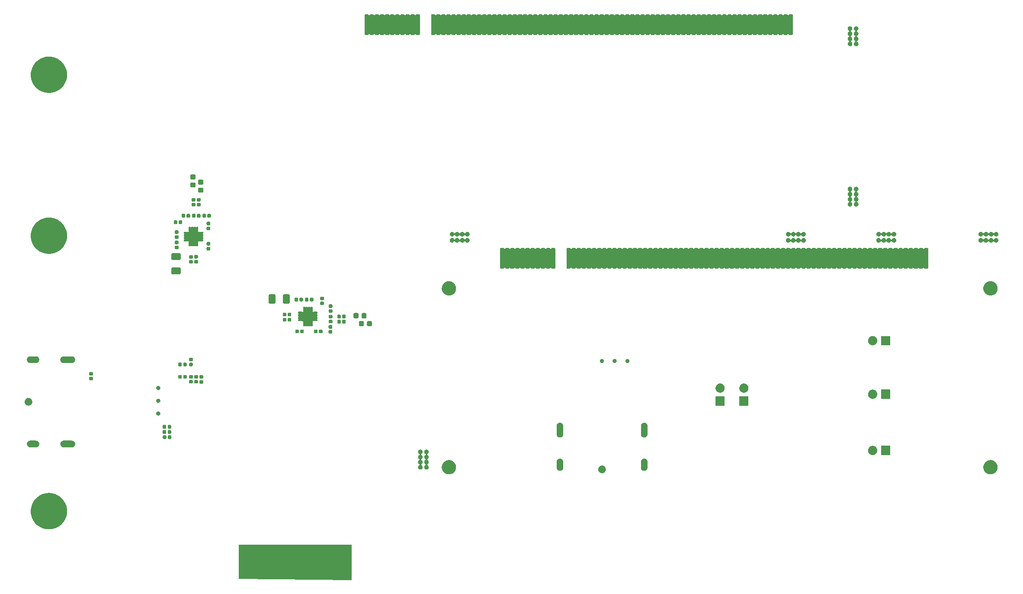
<source format=gbr>
G04 #@! TF.GenerationSoftware,KiCad,Pcbnew,5.99.0-unknown-128ec78~100~ubuntu18.04.1*
G04 #@! TF.CreationDate,2020-01-29T23:00:07+01:00*
G04 #@! TF.ProjectId,fab_v2,6661625f-7632-42e6-9b69-6361645f7063,rev?*
G04 #@! TF.SameCoordinates,PX251ced8PY3683460*
G04 #@! TF.FileFunction,Soldermask,Bot*
G04 #@! TF.FilePolarity,Negative*
%FSLAX46Y46*%
G04 Gerber Fmt 4.6, Leading zero omitted, Abs format (unit mm)*
G04 Created by KiCad (PCBNEW 5.99.0-unknown-128ec78~100~ubuntu18.04.1) date 2020-01-29 23:00:07*
%MOMM*%
%LPD*%
G04 APERTURE LIST*
%ADD10C,0.100000*%
G04 APERTURE END LIST*
D10*
G36*
X66200000Y-112050000D02*
G01*
X44200000Y-111850000D01*
X44200000Y-105250000D01*
X66200000Y-105250000D01*
X66200000Y-112050000D01*
G37*
X66200000Y-112050000D02*
X44200000Y-111850000D01*
X44200000Y-105250000D01*
X66200000Y-105250000D01*
X66200000Y-112050000D01*
G36*
X59019899Y-105501959D02*
G01*
X59036769Y-105513231D01*
X59046067Y-105527147D01*
X59100111Y-105572314D01*
X59169994Y-105581092D01*
X59253933Y-105527147D01*
X59263231Y-105513231D01*
X59280101Y-105501959D01*
X59312312Y-105495552D01*
X59987688Y-105495552D01*
X60019899Y-105501959D01*
X60036769Y-105513231D01*
X60046067Y-105527147D01*
X60100111Y-105572314D01*
X60169994Y-105581092D01*
X60253933Y-105527147D01*
X60263231Y-105513231D01*
X60280101Y-105501959D01*
X60312312Y-105495552D01*
X60987688Y-105495552D01*
X61019899Y-105501959D01*
X61036769Y-105513231D01*
X61046067Y-105527147D01*
X61100111Y-105572314D01*
X61169994Y-105581092D01*
X61253933Y-105527147D01*
X61263231Y-105513231D01*
X61280101Y-105501959D01*
X61312312Y-105495552D01*
X61987688Y-105495552D01*
X62019899Y-105501959D01*
X62036769Y-105513231D01*
X62046067Y-105527147D01*
X62100111Y-105572314D01*
X62169994Y-105581092D01*
X62253933Y-105527147D01*
X62263231Y-105513231D01*
X62280101Y-105501959D01*
X62312312Y-105495552D01*
X62987688Y-105495552D01*
X63019899Y-105501959D01*
X63036769Y-105513231D01*
X63046067Y-105527147D01*
X63100111Y-105572314D01*
X63169994Y-105581092D01*
X63253933Y-105527147D01*
X63263231Y-105513231D01*
X63280101Y-105501959D01*
X63312312Y-105495552D01*
X63987688Y-105495552D01*
X64019899Y-105501959D01*
X64036769Y-105513231D01*
X64046067Y-105527147D01*
X64100111Y-105572314D01*
X64169994Y-105581092D01*
X64253933Y-105527147D01*
X64263231Y-105513231D01*
X64280101Y-105501959D01*
X64312312Y-105495552D01*
X64987688Y-105495552D01*
X65019899Y-105501959D01*
X65036769Y-105513231D01*
X65048041Y-105530101D01*
X65054448Y-105562312D01*
X65054448Y-109837688D01*
X65051999Y-109850000D01*
X65048041Y-109869899D01*
X65036769Y-109886769D01*
X65019899Y-109898041D01*
X65000000Y-109901999D01*
X64987688Y-109904448D01*
X64312312Y-109904448D01*
X64280101Y-109898041D01*
X64263231Y-109886769D01*
X64253933Y-109872853D01*
X64199889Y-109827686D01*
X64130006Y-109818908D01*
X64046067Y-109872853D01*
X64036769Y-109886769D01*
X64019899Y-109898041D01*
X64000000Y-109901999D01*
X63987688Y-109904448D01*
X63312312Y-109904448D01*
X63280101Y-109898041D01*
X63263231Y-109886769D01*
X63253933Y-109872853D01*
X63199889Y-109827686D01*
X63130006Y-109818908D01*
X63046067Y-109872853D01*
X63036769Y-109886769D01*
X63019899Y-109898041D01*
X63000000Y-109901999D01*
X62987688Y-109904448D01*
X62312312Y-109904448D01*
X62280101Y-109898041D01*
X62263231Y-109886769D01*
X62253933Y-109872853D01*
X62199889Y-109827686D01*
X62130006Y-109818908D01*
X62046067Y-109872853D01*
X62036769Y-109886769D01*
X62019899Y-109898041D01*
X62000000Y-109901999D01*
X61987688Y-109904448D01*
X61312312Y-109904448D01*
X61280101Y-109898041D01*
X61263231Y-109886769D01*
X61253933Y-109872853D01*
X61199889Y-109827686D01*
X61130006Y-109818908D01*
X61046067Y-109872853D01*
X61036769Y-109886769D01*
X61019899Y-109898041D01*
X61000000Y-109901999D01*
X60987688Y-109904448D01*
X60312312Y-109904448D01*
X60280101Y-109898041D01*
X60263231Y-109886769D01*
X60253933Y-109872853D01*
X60199889Y-109827686D01*
X60130006Y-109818908D01*
X60046067Y-109872853D01*
X60036769Y-109886769D01*
X60019899Y-109898041D01*
X60000000Y-109901999D01*
X59987688Y-109904448D01*
X59312312Y-109904448D01*
X59280101Y-109898041D01*
X59263231Y-109886769D01*
X59253933Y-109872853D01*
X59199889Y-109827686D01*
X59130006Y-109818908D01*
X59046067Y-109872853D01*
X59036769Y-109886769D01*
X59019899Y-109898041D01*
X59000000Y-109901999D01*
X58987688Y-109904448D01*
X58312312Y-109904448D01*
X58280101Y-109898041D01*
X58263231Y-109886769D01*
X58251959Y-109869899D01*
X58245552Y-109837688D01*
X58245552Y-105562312D01*
X58251959Y-105530101D01*
X58263231Y-105513231D01*
X58280101Y-105501959D01*
X58312312Y-105495552D01*
X58987688Y-105495552D01*
X59019899Y-105501959D01*
G37*
G36*
X46019899Y-105501959D02*
G01*
X46036769Y-105513231D01*
X46046067Y-105527147D01*
X46100111Y-105572314D01*
X46169994Y-105581092D01*
X46253933Y-105527147D01*
X46263231Y-105513231D01*
X46280101Y-105501959D01*
X46312312Y-105495552D01*
X46987688Y-105495552D01*
X47019899Y-105501959D01*
X47036769Y-105513231D01*
X47046067Y-105527147D01*
X47100111Y-105572314D01*
X47169994Y-105581092D01*
X47253933Y-105527147D01*
X47263231Y-105513231D01*
X47280101Y-105501959D01*
X47312312Y-105495552D01*
X47987688Y-105495552D01*
X48019899Y-105501959D01*
X48036769Y-105513231D01*
X48046067Y-105527147D01*
X48100111Y-105572314D01*
X48169994Y-105581092D01*
X48253933Y-105527147D01*
X48263231Y-105513231D01*
X48280101Y-105501959D01*
X48312312Y-105495552D01*
X48987688Y-105495552D01*
X49019899Y-105501959D01*
X49036769Y-105513231D01*
X49046067Y-105527147D01*
X49100111Y-105572314D01*
X49169994Y-105581092D01*
X49253933Y-105527147D01*
X49263231Y-105513231D01*
X49280101Y-105501959D01*
X49312312Y-105495552D01*
X49987688Y-105495552D01*
X50019899Y-105501959D01*
X50036769Y-105513231D01*
X50046067Y-105527147D01*
X50100111Y-105572314D01*
X50169994Y-105581092D01*
X50253933Y-105527147D01*
X50263231Y-105513231D01*
X50280101Y-105501959D01*
X50312312Y-105495552D01*
X50987688Y-105495552D01*
X51019899Y-105501959D01*
X51036769Y-105513231D01*
X51046067Y-105527147D01*
X51100111Y-105572314D01*
X51169994Y-105581092D01*
X51253933Y-105527147D01*
X51263231Y-105513231D01*
X51280101Y-105501959D01*
X51312312Y-105495552D01*
X51987688Y-105495552D01*
X52019899Y-105501959D01*
X52036769Y-105513231D01*
X52046067Y-105527147D01*
X52100111Y-105572314D01*
X52169994Y-105581092D01*
X52253933Y-105527147D01*
X52263231Y-105513231D01*
X52280101Y-105501959D01*
X52312312Y-105495552D01*
X52987688Y-105495552D01*
X53019899Y-105501959D01*
X53036769Y-105513231D01*
X53046067Y-105527147D01*
X53100111Y-105572314D01*
X53169994Y-105581092D01*
X53253933Y-105527147D01*
X53263231Y-105513231D01*
X53280101Y-105501959D01*
X53312312Y-105495552D01*
X53987688Y-105495552D01*
X54019899Y-105501959D01*
X54036769Y-105513231D01*
X54046067Y-105527147D01*
X54100111Y-105572314D01*
X54169994Y-105581092D01*
X54253933Y-105527147D01*
X54263231Y-105513231D01*
X54280101Y-105501959D01*
X54312312Y-105495552D01*
X54987688Y-105495552D01*
X55019899Y-105501959D01*
X55036769Y-105513231D01*
X55046067Y-105527147D01*
X55100111Y-105572314D01*
X55169994Y-105581092D01*
X55253933Y-105527147D01*
X55263231Y-105513231D01*
X55280101Y-105501959D01*
X55312312Y-105495552D01*
X55987688Y-105495552D01*
X56019899Y-105501959D01*
X56036769Y-105513231D01*
X56048041Y-105530101D01*
X56054448Y-105562312D01*
X56054448Y-109837688D01*
X56051999Y-109850000D01*
X56048041Y-109869899D01*
X56036769Y-109886769D01*
X56019899Y-109898041D01*
X56000000Y-109901999D01*
X55987688Y-109904448D01*
X55312312Y-109904448D01*
X55280101Y-109898041D01*
X55263231Y-109886769D01*
X55253933Y-109872853D01*
X55199889Y-109827686D01*
X55130006Y-109818908D01*
X55046067Y-109872853D01*
X55036769Y-109886769D01*
X55019899Y-109898041D01*
X55000000Y-109901999D01*
X54987688Y-109904448D01*
X54312312Y-109904448D01*
X54280101Y-109898041D01*
X54263231Y-109886769D01*
X54253933Y-109872853D01*
X54199889Y-109827686D01*
X54130006Y-109818908D01*
X54046067Y-109872853D01*
X54036769Y-109886769D01*
X54019899Y-109898041D01*
X54000000Y-109901999D01*
X53987688Y-109904448D01*
X53312312Y-109904448D01*
X53280101Y-109898041D01*
X53263231Y-109886769D01*
X53253933Y-109872853D01*
X53199889Y-109827686D01*
X53130006Y-109818908D01*
X53046067Y-109872853D01*
X53036769Y-109886769D01*
X53019899Y-109898041D01*
X53000000Y-109901999D01*
X52987688Y-109904448D01*
X52312312Y-109904448D01*
X52280101Y-109898041D01*
X52263231Y-109886769D01*
X52253933Y-109872853D01*
X52199889Y-109827686D01*
X52130006Y-109818908D01*
X52046067Y-109872853D01*
X52036769Y-109886769D01*
X52019899Y-109898041D01*
X52000000Y-109901999D01*
X51987688Y-109904448D01*
X51312312Y-109904448D01*
X51280101Y-109898041D01*
X51263231Y-109886769D01*
X51253933Y-109872853D01*
X51199889Y-109827686D01*
X51130006Y-109818908D01*
X51046067Y-109872853D01*
X51036769Y-109886769D01*
X51019899Y-109898041D01*
X51000000Y-109901999D01*
X50987688Y-109904448D01*
X50312312Y-109904448D01*
X50280101Y-109898041D01*
X50263231Y-109886769D01*
X50253933Y-109872853D01*
X50199889Y-109827686D01*
X50130006Y-109818908D01*
X50046067Y-109872853D01*
X50036769Y-109886769D01*
X50019899Y-109898041D01*
X50000000Y-109901999D01*
X49987688Y-109904448D01*
X49312312Y-109904448D01*
X49280101Y-109898041D01*
X49263231Y-109886769D01*
X49253933Y-109872853D01*
X49199889Y-109827686D01*
X49130006Y-109818908D01*
X49046067Y-109872853D01*
X49036769Y-109886769D01*
X49019899Y-109898041D01*
X49000000Y-109901999D01*
X48987688Y-109904448D01*
X48312312Y-109904448D01*
X48280101Y-109898041D01*
X48263231Y-109886769D01*
X48253933Y-109872853D01*
X48199889Y-109827686D01*
X48130006Y-109818908D01*
X48046067Y-109872853D01*
X48036769Y-109886769D01*
X48019899Y-109898041D01*
X48000000Y-109901999D01*
X47987688Y-109904448D01*
X47312312Y-109904448D01*
X47280101Y-109898041D01*
X47263231Y-109886769D01*
X47253933Y-109872853D01*
X47199889Y-109827686D01*
X47130006Y-109818908D01*
X47046067Y-109872853D01*
X47036769Y-109886769D01*
X47019899Y-109898041D01*
X47000000Y-109901999D01*
X46987688Y-109904448D01*
X46312312Y-109904448D01*
X46280101Y-109898041D01*
X46263231Y-109886769D01*
X46251959Y-109869899D01*
X46245552Y-109837688D01*
X46245552Y-108881121D01*
X46225709Y-108813541D01*
X46172479Y-108767418D01*
X46102764Y-108757394D01*
X46051108Y-108777188D01*
X46019900Y-108798041D01*
X45987688Y-108804448D01*
X45312312Y-108804448D01*
X45280101Y-108798041D01*
X45263231Y-108786769D01*
X45251959Y-108769899D01*
X45245552Y-108737688D01*
X45245552Y-105562312D01*
X45251959Y-105530101D01*
X45263231Y-105513231D01*
X45280101Y-105501959D01*
X45312312Y-105495552D01*
X45987688Y-105495552D01*
X46019899Y-105501959D01*
G37*
G36*
X7142659Y-95099001D02*
G01*
X7186102Y-95099001D01*
X7327941Y-95113909D01*
X7473385Y-95125611D01*
X7516131Y-95133688D01*
X7556254Y-95137905D01*
X7698787Y-95168201D01*
X7845220Y-95195870D01*
X7883898Y-95207548D01*
X7920333Y-95215292D01*
X8061868Y-95261280D01*
X8207485Y-95305244D01*
X8241844Y-95319758D01*
X8274311Y-95330307D01*
X8413068Y-95392086D01*
X8556075Y-95452494D01*
X8585982Y-95469072D01*
X8614332Y-95481694D01*
X8748537Y-95559178D01*
X8887045Y-95635954D01*
X8912485Y-95653833D01*
X8936667Y-95667795D01*
X9064513Y-95760680D01*
X9196645Y-95853544D01*
X9217704Y-95871980D01*
X9237783Y-95886568D01*
X9357494Y-95994357D01*
X9481370Y-96102802D01*
X9498249Y-96121094D01*
X9514381Y-96135619D01*
X9624222Y-96257609D01*
X9737996Y-96380905D01*
X9750979Y-96398386D01*
X9763432Y-96412217D01*
X9861732Y-96547516D01*
X9963617Y-96684704D01*
X9973094Y-96700793D01*
X9982205Y-96713333D01*
X10067343Y-96860796D01*
X10155677Y-97010757D01*
X10162105Y-97024928D01*
X10168306Y-97035668D01*
X10238816Y-97194035D01*
X10312002Y-97355374D01*
X10315912Y-97367197D01*
X10319693Y-97375689D01*
X10374213Y-97543485D01*
X10430821Y-97714651D01*
X10432794Y-97723776D01*
X10434708Y-97729667D01*
X10471966Y-97904954D01*
X10510790Y-98084520D01*
X10511453Y-98090727D01*
X10512095Y-98093746D01*
X10531074Y-98274318D01*
X10551002Y-98460792D01*
X10550999Y-98463898D01*
X10550999Y-98836102D01*
X10550671Y-98839219D01*
X10550666Y-98845405D01*
X10530826Y-99028041D01*
X10512095Y-99206254D01*
X10510808Y-99212308D01*
X10509798Y-99221607D01*
X10471348Y-99397956D01*
X10434708Y-99570333D01*
X10431837Y-99579170D01*
X10429184Y-99591336D01*
X10373270Y-99759419D01*
X10319693Y-99924311D01*
X10314648Y-99935643D01*
X10309737Y-99950405D01*
X10237594Y-100108709D01*
X10168306Y-100264332D01*
X10160551Y-100277764D01*
X10152811Y-100294748D01*
X10065829Y-100441826D01*
X9982205Y-100586667D01*
X9971268Y-100601720D01*
X9960182Y-100620466D01*
X9859929Y-100754967D01*
X9763432Y-100887783D01*
X9748903Y-100903919D01*
X9734032Y-100923870D01*
X9622155Y-101044686D01*
X9514381Y-101164381D01*
X9495945Y-101180981D01*
X9476921Y-101201525D01*
X9355208Y-101307702D01*
X9237783Y-101413432D01*
X9215189Y-101429847D01*
X9191761Y-101450285D01*
X9062038Y-101541118D01*
X8936667Y-101632205D01*
X8909793Y-101647721D01*
X8881781Y-101667335D01*
X8745870Y-101742362D01*
X8614332Y-101818306D01*
X8583147Y-101832191D01*
X8550492Y-101850217D01*
X8410238Y-101909174D01*
X8274311Y-101969693D01*
X8238896Y-101981200D01*
X8201645Y-101996859D01*
X8058914Y-102039680D01*
X7920333Y-102084708D01*
X7880863Y-102093098D01*
X7839190Y-102105600D01*
X7695759Y-102132442D01*
X7556254Y-102162095D01*
X7513046Y-102166636D01*
X7467233Y-102175210D01*
X7324868Y-102186414D01*
X7186102Y-102200999D01*
X7139551Y-102200999D01*
X7089984Y-102204900D01*
X6950326Y-102200999D01*
X6813898Y-102200999D01*
X6764516Y-102195809D01*
X6711716Y-102194334D01*
X6576354Y-102176032D01*
X6443746Y-102162095D01*
X6392141Y-102151126D01*
X6336713Y-102143632D01*
X6207061Y-102111786D01*
X6079667Y-102084708D01*
X6026541Y-102067446D01*
X5969221Y-102053367D01*
X5846623Y-102008987D01*
X5725689Y-101969693D01*
X5671821Y-101945709D01*
X5613402Y-101924562D01*
X5499004Y-101868766D01*
X5385668Y-101818306D01*
X5331917Y-101787273D01*
X5273285Y-101758676D01*
X5168076Y-101692679D01*
X5063333Y-101632205D01*
X5010620Y-101593907D01*
X4952721Y-101557587D01*
X4857558Y-101482701D01*
X4762217Y-101413432D01*
X4711489Y-101367756D01*
X4655341Y-101323572D01*
X4570890Y-101241159D01*
X4485619Y-101164381D01*
X4437872Y-101111353D01*
X4384512Y-101059281D01*
X4311280Y-100970759D01*
X4236568Y-100887783D01*
X4192798Y-100827539D01*
X4143301Y-100767707D01*
X4081600Y-100674487D01*
X4017795Y-100586667D01*
X3979017Y-100519502D01*
X3934439Y-100452152D01*
X3884423Y-100355660D01*
X3831694Y-100264332D01*
X3798882Y-100190635D01*
X3760293Y-100116189D01*
X3721945Y-100017831D01*
X3680307Y-99924311D01*
X3654420Y-99844639D01*
X3622833Y-99763623D01*
X3595967Y-99664741D01*
X3565292Y-99570333D01*
X3547232Y-99485366D01*
X3523616Y-99398446D01*
X3507898Y-99300313D01*
X3487905Y-99206254D01*
X3478501Y-99116784D01*
X3463767Y-99024793D01*
X3458729Y-98928654D01*
X3449001Y-98836102D01*
X3449001Y-98743045D01*
X3443962Y-98646897D01*
X3449001Y-98553858D01*
X3449001Y-98463898D01*
X3459053Y-98368257D01*
X3464427Y-98269035D01*
X3478825Y-98180140D01*
X3487905Y-98093746D01*
X3508544Y-97996647D01*
X3524928Y-97895488D01*
X3547875Y-97811610D01*
X3565292Y-97729667D01*
X3596927Y-97632304D01*
X3624782Y-97530485D01*
X3655376Y-97452418D01*
X3680307Y-97375689D01*
X3723207Y-97279334D01*
X3762857Y-97178159D01*
X3800142Y-97106535D01*
X3831694Y-97035668D01*
X3885974Y-96941652D01*
X3937589Y-96842501D01*
X3980565Y-96777817D01*
X4017795Y-96713333D01*
X4083422Y-96623005D01*
X4147001Y-96527311D01*
X4194620Y-96469954D01*
X4236568Y-96412217D01*
X4313355Y-96326937D01*
X4388721Y-96236158D01*
X4439947Y-96186343D01*
X4485619Y-96135619D01*
X4573186Y-96056773D01*
X4660010Y-95972340D01*
X4713798Y-95930165D01*
X4762217Y-95886568D01*
X4860059Y-95815482D01*
X4957799Y-95738844D01*
X5013131Y-95704269D01*
X5063333Y-95667795D01*
X5170753Y-95605776D01*
X5278713Y-95538315D01*
X5334607Y-95511174D01*
X5385668Y-95481694D01*
X5501814Y-95429983D01*
X5619119Y-95373022D01*
X5674665Y-95353024D01*
X5725689Y-95330307D01*
X5849558Y-95290059D01*
X5975163Y-95244839D01*
X6029491Y-95231595D01*
X6079667Y-95215292D01*
X6210097Y-95187568D01*
X6342812Y-95155216D01*
X6395172Y-95148230D01*
X6443746Y-95137905D01*
X6579433Y-95123644D01*
X6717903Y-95105168D01*
X6767606Y-95103866D01*
X6813898Y-95099001D01*
X6953405Y-95099001D01*
X7096188Y-95095262D01*
X7142659Y-95099001D01*
G37*
G36*
X85307340Y-88647815D02*
G01*
X85362564Y-88645887D01*
X85419818Y-88653120D01*
X85483545Y-88656125D01*
X85537482Y-88667984D01*
X85586230Y-88674142D01*
X85647471Y-88692166D01*
X85715757Y-88707180D01*
X85761259Y-88725656D01*
X85802509Y-88737797D01*
X85865594Y-88768022D01*
X85936047Y-88796630D01*
X85972578Y-88819280D01*
X86005822Y-88835208D01*
X86068286Y-88878621D01*
X86138116Y-88921918D01*
X86165719Y-88946340D01*
X86190951Y-88963876D01*
X86250075Y-89020972D01*
X86316186Y-89079462D01*
X86335435Y-89103403D01*
X86353127Y-89120488D01*
X86406036Y-89191213D01*
X86465166Y-89264756D01*
X86477120Y-89286233D01*
X86488176Y-89301012D01*
X86531941Y-89384727D01*
X86580797Y-89472503D01*
X86586921Y-89489893D01*
X86592623Y-89500800D01*
X86624372Y-89596240D01*
X86659771Y-89696762D01*
X86661843Y-89708883D01*
X86663788Y-89714730D01*
X86680871Y-89820203D01*
X86699831Y-89931121D01*
X86697290Y-90195753D01*
X86676009Y-90307313D01*
X86656468Y-90413785D01*
X86654811Y-90418439D01*
X86652739Y-90429300D01*
X86615020Y-90530184D01*
X86580840Y-90626172D01*
X86575499Y-90635887D01*
X86569474Y-90652002D01*
X86518329Y-90739879D01*
X86472228Y-90823735D01*
X86461624Y-90837307D01*
X86449877Y-90857491D01*
X86388560Y-90930825D01*
X86333430Y-91001388D01*
X86316285Y-91017265D01*
X86297367Y-91039890D01*
X86229222Y-91097886D01*
X86168008Y-91154571D01*
X86143431Y-91170900D01*
X86116305Y-91193986D01*
X86044620Y-91236549D01*
X85980230Y-91279330D01*
X85947772Y-91294054D01*
X85911868Y-91315372D01*
X85839746Y-91343057D01*
X85774917Y-91372465D01*
X85734599Y-91383419D01*
X85689901Y-91400577D01*
X85620141Y-91414516D01*
X85557355Y-91431575D01*
X85509712Y-91436583D01*
X85456752Y-91447165D01*
X85391753Y-91448981D01*
X85333142Y-91455141D01*
X85279198Y-91452125D01*
X85219086Y-91453804D01*
X85160757Y-91445502D01*
X85108044Y-91442555D01*
X85049301Y-91429640D01*
X84983700Y-91420303D01*
X84933435Y-91404165D01*
X84887853Y-91394143D01*
X84826237Y-91369748D01*
X84757323Y-91347622D01*
X84715931Y-91326075D01*
X84678238Y-91311151D01*
X84616050Y-91274080D01*
X84546429Y-91237837D01*
X84514145Y-91213332D01*
X84484587Y-91195712D01*
X84424434Y-91145238D01*
X84357047Y-91094088D01*
X84333542Y-91068970D01*
X84311883Y-91050796D01*
X84256583Y-90986730D01*
X84194593Y-90920486D01*
X84179030Y-90896883D01*
X84164569Y-90880130D01*
X84117011Y-90802826D01*
X84063712Y-90721994D01*
X84054820Y-90701738D01*
X84046435Y-90688108D01*
X84009487Y-90598465D01*
X83968146Y-90504288D01*
X83964282Y-90488791D01*
X83960524Y-90479673D01*
X83936965Y-90379227D01*
X83910627Y-90273592D01*
X83909890Y-90263793D01*
X83909043Y-90260181D01*
X83901398Y-90150851D01*
X83892800Y-90036503D01*
X83903714Y-89921049D01*
X83913751Y-89810758D01*
X83914365Y-89808365D01*
X83915175Y-89799800D01*
X83943873Y-89693441D01*
X83969818Y-89592391D01*
X83973270Y-89584489D01*
X83977112Y-89570251D01*
X84020767Y-89475773D01*
X84060073Y-89385804D01*
X84068076Y-89373385D01*
X84076840Y-89354419D01*
X84132366Y-89273629D01*
X84182203Y-89196297D01*
X84196193Y-89180759D01*
X84211508Y-89158476D01*
X84275590Y-89092580D01*
X84333058Y-89028754D01*
X84354145Y-89011800D01*
X84377265Y-88988025D01*
X84446594Y-88937469D01*
X84508757Y-88887489D01*
X84537613Y-88871097D01*
X84569371Y-88847938D01*
X84640766Y-88812498D01*
X84704786Y-88776129D01*
X84741644Y-88762422D01*
X84782334Y-88742223D01*
X84852813Y-88721078D01*
X84916094Y-88697544D01*
X84960683Y-88688715D01*
X85010064Y-88673900D01*
X85077032Y-88665678D01*
X85137245Y-88653755D01*
X85188795Y-88651955D01*
X85246050Y-88644925D01*
X85307340Y-88647815D01*
G37*
G36*
X191307340Y-88647815D02*
G01*
X191362564Y-88645887D01*
X191419818Y-88653120D01*
X191483545Y-88656125D01*
X191537482Y-88667984D01*
X191586230Y-88674142D01*
X191647471Y-88692166D01*
X191715757Y-88707180D01*
X191761259Y-88725656D01*
X191802509Y-88737797D01*
X191865594Y-88768022D01*
X191936047Y-88796630D01*
X191972578Y-88819280D01*
X192005822Y-88835208D01*
X192068286Y-88878621D01*
X192138116Y-88921918D01*
X192165719Y-88946340D01*
X192190951Y-88963876D01*
X192250075Y-89020972D01*
X192316186Y-89079462D01*
X192335435Y-89103403D01*
X192353127Y-89120488D01*
X192406036Y-89191213D01*
X192465166Y-89264756D01*
X192477120Y-89286233D01*
X192488176Y-89301012D01*
X192531941Y-89384727D01*
X192580797Y-89472503D01*
X192586921Y-89489893D01*
X192592623Y-89500800D01*
X192624372Y-89596240D01*
X192659771Y-89696762D01*
X192661843Y-89708883D01*
X192663788Y-89714730D01*
X192680871Y-89820203D01*
X192699831Y-89931121D01*
X192697290Y-90195753D01*
X192676009Y-90307313D01*
X192656468Y-90413785D01*
X192654811Y-90418439D01*
X192652739Y-90429300D01*
X192615020Y-90530184D01*
X192580840Y-90626172D01*
X192575499Y-90635887D01*
X192569474Y-90652002D01*
X192518329Y-90739879D01*
X192472228Y-90823735D01*
X192461624Y-90837307D01*
X192449877Y-90857491D01*
X192388560Y-90930825D01*
X192333430Y-91001388D01*
X192316285Y-91017265D01*
X192297367Y-91039890D01*
X192229222Y-91097886D01*
X192168008Y-91154571D01*
X192143431Y-91170900D01*
X192116305Y-91193986D01*
X192044620Y-91236549D01*
X191980230Y-91279330D01*
X191947772Y-91294054D01*
X191911868Y-91315372D01*
X191839746Y-91343057D01*
X191774917Y-91372465D01*
X191734599Y-91383419D01*
X191689901Y-91400577D01*
X191620141Y-91414516D01*
X191557355Y-91431575D01*
X191509712Y-91436583D01*
X191456752Y-91447165D01*
X191391753Y-91448981D01*
X191333142Y-91455141D01*
X191279198Y-91452125D01*
X191219086Y-91453804D01*
X191160757Y-91445502D01*
X191108044Y-91442555D01*
X191049301Y-91429640D01*
X190983700Y-91420303D01*
X190933435Y-91404165D01*
X190887853Y-91394143D01*
X190826237Y-91369748D01*
X190757323Y-91347622D01*
X190715931Y-91326075D01*
X190678238Y-91311151D01*
X190616050Y-91274080D01*
X190546429Y-91237837D01*
X190514145Y-91213332D01*
X190484587Y-91195712D01*
X190424434Y-91145238D01*
X190357047Y-91094088D01*
X190333542Y-91068970D01*
X190311883Y-91050796D01*
X190256583Y-90986730D01*
X190194593Y-90920486D01*
X190179030Y-90896883D01*
X190164569Y-90880130D01*
X190117011Y-90802826D01*
X190063712Y-90721994D01*
X190054820Y-90701738D01*
X190046435Y-90688108D01*
X190009487Y-90598465D01*
X189968146Y-90504288D01*
X189964282Y-90488791D01*
X189960524Y-90479673D01*
X189936965Y-90379227D01*
X189910627Y-90273592D01*
X189909890Y-90263793D01*
X189909043Y-90260181D01*
X189901398Y-90150851D01*
X189892800Y-90036503D01*
X189903714Y-89921049D01*
X189913751Y-89810758D01*
X189914365Y-89808365D01*
X189915175Y-89799800D01*
X189943873Y-89693441D01*
X189969818Y-89592391D01*
X189973270Y-89584489D01*
X189977112Y-89570251D01*
X190020767Y-89475773D01*
X190060073Y-89385804D01*
X190068076Y-89373385D01*
X190076840Y-89354419D01*
X190132366Y-89273629D01*
X190182203Y-89196297D01*
X190196193Y-89180759D01*
X190211508Y-89158476D01*
X190275590Y-89092580D01*
X190333058Y-89028754D01*
X190354145Y-89011800D01*
X190377265Y-88988025D01*
X190446594Y-88937469D01*
X190508757Y-88887489D01*
X190537613Y-88871097D01*
X190569371Y-88847938D01*
X190640766Y-88812498D01*
X190704786Y-88776129D01*
X190741644Y-88762422D01*
X190782334Y-88742223D01*
X190852813Y-88721078D01*
X190916094Y-88697544D01*
X190960683Y-88688715D01*
X191010064Y-88673900D01*
X191077032Y-88665678D01*
X191137245Y-88653755D01*
X191188795Y-88651955D01*
X191246050Y-88644925D01*
X191307340Y-88647815D01*
G37*
G36*
X115355497Y-89721130D02*
G01*
X115390982Y-89723114D01*
X115435309Y-89735490D01*
X115486772Y-89744750D01*
X115519607Y-89759027D01*
X115548141Y-89766994D01*
X115593967Y-89791360D01*
X115647369Y-89814580D01*
X115671280Y-89832468D01*
X115692215Y-89843599D01*
X115736208Y-89881040D01*
X115787594Y-89919482D01*
X115802936Y-89937830D01*
X115816477Y-89949355D01*
X115854928Y-90000012D01*
X115899926Y-90053829D01*
X115907970Y-90069892D01*
X115915129Y-90079324D01*
X115944220Y-90142282D01*
X115978338Y-90210415D01*
X115981100Y-90222097D01*
X115983572Y-90227448D01*
X115999636Y-90300509D01*
X116018625Y-90380839D01*
X116018551Y-90390213D01*
X116017974Y-90555440D01*
X116017228Y-90558724D01*
X116017157Y-90567747D01*
X115997787Y-90644296D01*
X115981872Y-90714347D01*
X115977954Y-90722673D01*
X115974198Y-90737517D01*
X115940579Y-90802099D01*
X115912399Y-90861984D01*
X115903159Y-90873983D01*
X115893336Y-90892852D01*
X115849667Y-90943443D01*
X115812839Y-90991265D01*
X115796695Y-91004812D01*
X115778908Y-91025418D01*
X115729603Y-91061109D01*
X115687842Y-91096151D01*
X115663914Y-91108660D01*
X115637052Y-91128105D01*
X115586342Y-91149213D01*
X115543237Y-91171748D01*
X115511475Y-91180377D01*
X115475378Y-91195403D01*
X115427028Y-91203321D01*
X115385777Y-91214528D01*
X115347007Y-91216424D01*
X115302559Y-91223703D01*
X115259606Y-91220700D01*
X115222799Y-91222500D01*
X115178714Y-91215044D01*
X115127864Y-91211488D01*
X115092415Y-91200447D01*
X115061908Y-91195287D01*
X115014997Y-91176334D01*
X114960664Y-91159411D01*
X114933825Y-91143538D01*
X114910620Y-91134163D01*
X114864025Y-91102259D01*
X114809930Y-91070267D01*
X114791747Y-91052769D01*
X114775987Y-91041978D01*
X114733332Y-90996555D01*
X114683746Y-90948837D01*
X114673298Y-90932624D01*
X114664287Y-90923029D01*
X114629428Y-90864552D01*
X114588881Y-90801636D01*
X114584431Y-90789068D01*
X114580735Y-90782869D01*
X114557484Y-90712975D01*
X114530424Y-90636559D01*
X114529629Y-90629237D01*
X114529231Y-90628042D01*
X114521262Y-90552217D01*
X114511511Y-90462462D01*
X114521903Y-90379030D01*
X114530363Y-90303607D01*
X114531838Y-90299275D01*
X114533157Y-90288683D01*
X114560184Y-90216008D01*
X114582947Y-90149144D01*
X114588398Y-90140143D01*
X114594199Y-90124545D01*
X114633868Y-90065063D01*
X114667476Y-90009570D01*
X114678825Y-89997652D01*
X114691364Y-89978851D01*
X114739276Y-89934173D01*
X114780004Y-89891404D01*
X114798567Y-89878883D01*
X114819440Y-89859419D01*
X114871166Y-89829915D01*
X114915278Y-89800161D01*
X114941601Y-89789739D01*
X114971556Y-89772653D01*
X115022989Y-89757516D01*
X115066991Y-89740094D01*
X115100773Y-89734623D01*
X115139553Y-89723209D01*
X115187162Y-89720631D01*
X115228064Y-89714006D01*
X115268129Y-89716246D01*
X115314418Y-89713739D01*
X115355497Y-89721130D01*
G37*
G36*
X123558078Y-88367572D02*
G01*
X123599790Y-88367790D01*
X123635830Y-88376843D01*
X123667198Y-88380583D01*
X123706652Y-88394632D01*
X123752610Y-88406176D01*
X123780416Y-88420898D01*
X123804788Y-88429577D01*
X123844978Y-88455082D01*
X123891862Y-88479906D01*
X123911093Y-88497040D01*
X123928105Y-88507836D01*
X123965681Y-88545676D01*
X124009509Y-88584724D01*
X124020862Y-88601243D01*
X124031017Y-88611469D01*
X124062327Y-88661575D01*
X124098755Y-88714579D01*
X124103815Y-88727970D01*
X124108414Y-88735330D01*
X124129779Y-88796683D01*
X124154451Y-88861974D01*
X124155481Y-88870488D01*
X124156446Y-88873258D01*
X124164426Y-88944399D01*
X124168600Y-88978893D01*
X124168600Y-90156245D01*
X124159899Y-90225120D01*
X124154206Y-90272863D01*
X124153687Y-90274288D01*
X124152778Y-90281486D01*
X124127031Y-90347523D01*
X124104403Y-90409693D01*
X124100326Y-90416019D01*
X124095542Y-90428290D01*
X124057925Y-90481813D01*
X124025287Y-90532458D01*
X124015806Y-90541743D01*
X124004940Y-90557203D01*
X123959857Y-90596532D01*
X123920935Y-90634647D01*
X123904754Y-90644602D01*
X123886204Y-90660784D01*
X123838054Y-90685636D01*
X123796538Y-90711177D01*
X123773130Y-90719146D01*
X123746187Y-90733052D01*
X123699010Y-90744378D01*
X123658279Y-90758244D01*
X123627998Y-90761427D01*
X123592974Y-90769835D01*
X123550130Y-90769611D01*
X123513029Y-90773510D01*
X123477122Y-90769228D01*
X123435410Y-90769010D01*
X123399370Y-90759957D01*
X123368002Y-90756217D01*
X123328548Y-90742168D01*
X123282590Y-90730624D01*
X123254784Y-90715902D01*
X123230412Y-90707223D01*
X123190224Y-90681719D01*
X123143338Y-90656894D01*
X123124106Y-90639759D01*
X123107096Y-90628964D01*
X123069523Y-90591127D01*
X123025692Y-90552076D01*
X123014339Y-90535557D01*
X123004184Y-90525331D01*
X122972874Y-90475225D01*
X122936446Y-90422221D01*
X122931386Y-90408830D01*
X122926787Y-90401470D01*
X122905422Y-90340117D01*
X122880750Y-90274826D01*
X122879720Y-90266312D01*
X122878755Y-90263542D01*
X122870775Y-90192401D01*
X122866601Y-90157907D01*
X122866600Y-88980556D01*
X122875301Y-88911681D01*
X122880994Y-88863938D01*
X122881513Y-88862513D01*
X122882422Y-88855315D01*
X122908169Y-88789278D01*
X122930797Y-88727108D01*
X122934874Y-88720782D01*
X122939658Y-88708511D01*
X122977275Y-88654988D01*
X123009913Y-88604343D01*
X123019395Y-88595058D01*
X123030260Y-88579598D01*
X123075341Y-88540271D01*
X123114265Y-88502153D01*
X123130447Y-88492198D01*
X123148996Y-88476016D01*
X123197146Y-88451164D01*
X123238662Y-88425623D01*
X123262070Y-88417654D01*
X123289013Y-88403748D01*
X123336190Y-88392422D01*
X123376921Y-88378556D01*
X123407202Y-88375373D01*
X123442226Y-88366965D01*
X123485070Y-88367189D01*
X123522171Y-88363290D01*
X123558078Y-88367572D01*
G37*
G36*
X107058078Y-88367572D02*
G01*
X107099790Y-88367790D01*
X107135830Y-88376843D01*
X107167198Y-88380583D01*
X107206652Y-88394632D01*
X107252610Y-88406176D01*
X107280416Y-88420898D01*
X107304788Y-88429577D01*
X107344978Y-88455082D01*
X107391862Y-88479906D01*
X107411093Y-88497040D01*
X107428105Y-88507836D01*
X107465681Y-88545676D01*
X107509509Y-88584724D01*
X107520862Y-88601243D01*
X107531017Y-88611469D01*
X107562327Y-88661575D01*
X107598755Y-88714579D01*
X107603815Y-88727970D01*
X107608414Y-88735330D01*
X107629779Y-88796683D01*
X107654451Y-88861974D01*
X107655481Y-88870488D01*
X107656446Y-88873258D01*
X107664426Y-88944399D01*
X107668600Y-88978893D01*
X107668600Y-90156245D01*
X107659899Y-90225120D01*
X107654206Y-90272863D01*
X107653687Y-90274288D01*
X107652778Y-90281486D01*
X107627031Y-90347523D01*
X107604403Y-90409693D01*
X107600326Y-90416019D01*
X107595542Y-90428290D01*
X107557925Y-90481813D01*
X107525287Y-90532458D01*
X107515806Y-90541743D01*
X107504940Y-90557203D01*
X107459857Y-90596532D01*
X107420935Y-90634647D01*
X107404754Y-90644602D01*
X107386204Y-90660784D01*
X107338054Y-90685636D01*
X107296538Y-90711177D01*
X107273130Y-90719146D01*
X107246187Y-90733052D01*
X107199010Y-90744378D01*
X107158279Y-90758244D01*
X107127998Y-90761427D01*
X107092974Y-90769835D01*
X107050130Y-90769611D01*
X107013029Y-90773510D01*
X106977122Y-90769228D01*
X106935410Y-90769010D01*
X106899370Y-90759957D01*
X106868002Y-90756217D01*
X106828548Y-90742168D01*
X106782590Y-90730624D01*
X106754784Y-90715902D01*
X106730412Y-90707223D01*
X106690224Y-90681719D01*
X106643338Y-90656894D01*
X106624106Y-90639759D01*
X106607096Y-90628964D01*
X106569523Y-90591127D01*
X106525692Y-90552076D01*
X106514339Y-90535557D01*
X106504184Y-90525331D01*
X106472874Y-90475225D01*
X106436446Y-90422221D01*
X106431386Y-90408830D01*
X106426787Y-90401470D01*
X106405422Y-90340117D01*
X106380750Y-90274826D01*
X106379720Y-90266312D01*
X106378755Y-90263542D01*
X106370775Y-90192401D01*
X106366601Y-90157907D01*
X106366600Y-88980556D01*
X106375301Y-88911681D01*
X106380994Y-88863938D01*
X106381513Y-88862513D01*
X106382422Y-88855315D01*
X106408169Y-88789278D01*
X106430797Y-88727108D01*
X106434874Y-88720782D01*
X106439658Y-88708511D01*
X106477275Y-88654988D01*
X106509913Y-88604343D01*
X106519395Y-88595058D01*
X106530260Y-88579598D01*
X106575341Y-88540271D01*
X106614265Y-88502153D01*
X106630447Y-88492198D01*
X106648996Y-88476016D01*
X106697146Y-88451164D01*
X106738662Y-88425623D01*
X106762070Y-88417654D01*
X106789013Y-88403748D01*
X106836190Y-88392422D01*
X106876921Y-88378556D01*
X106907202Y-88375373D01*
X106942226Y-88366965D01*
X106985070Y-88367189D01*
X107022171Y-88363290D01*
X107058078Y-88367572D01*
G37*
G36*
X80916842Y-86599000D02*
G01*
X80958173Y-86599000D01*
X80975360Y-86603605D01*
X81001787Y-86605685D01*
X81040868Y-86621158D01*
X81072880Y-86629736D01*
X81095463Y-86642774D01*
X81127880Y-86655609D01*
X81154156Y-86676660D01*
X81175720Y-86689110D01*
X81199991Y-86713381D01*
X81233720Y-86740403D01*
X81247946Y-86761336D01*
X81259690Y-86773080D01*
X81280934Y-86809877D01*
X81309948Y-86852569D01*
X81314928Y-86868756D01*
X81319064Y-86875920D01*
X81332110Y-86924606D01*
X81349825Y-86982191D01*
X81349760Y-86990477D01*
X81349800Y-86990627D01*
X81349800Y-87109373D01*
X81348796Y-87113118D01*
X81348704Y-87124885D01*
X81331249Y-87178607D01*
X81319064Y-87224080D01*
X81313139Y-87234343D01*
X81306796Y-87253864D01*
X81279193Y-87293139D01*
X81259690Y-87326920D01*
X81245429Y-87341181D01*
X81228816Y-87364819D01*
X81197499Y-87389111D01*
X81175720Y-87410890D01*
X81151088Y-87425111D01*
X81121657Y-87447940D01*
X81113389Y-87451064D01*
X81073669Y-87492721D01*
X81060339Y-87561881D01*
X81086516Y-87627269D01*
X81111937Y-87649297D01*
X81127880Y-87655609D01*
X81154157Y-87676661D01*
X81175720Y-87689110D01*
X81199991Y-87713381D01*
X81233720Y-87740403D01*
X81247946Y-87761336D01*
X81259690Y-87773080D01*
X81280934Y-87809877D01*
X81309948Y-87852569D01*
X81314928Y-87868756D01*
X81319064Y-87875920D01*
X81332110Y-87924606D01*
X81349825Y-87982191D01*
X81349760Y-87990477D01*
X81349800Y-87990627D01*
X81349800Y-88109373D01*
X81348796Y-88113118D01*
X81348704Y-88124885D01*
X81331249Y-88178607D01*
X81319064Y-88224080D01*
X81313139Y-88234343D01*
X81306796Y-88253864D01*
X81279193Y-88293139D01*
X81259690Y-88326920D01*
X81245429Y-88341181D01*
X81228816Y-88364819D01*
X81197499Y-88389111D01*
X81175720Y-88410890D01*
X81151088Y-88425111D01*
X81121657Y-88447940D01*
X81113389Y-88451064D01*
X81073669Y-88492721D01*
X81060339Y-88561881D01*
X81086516Y-88627269D01*
X81111937Y-88649297D01*
X81127880Y-88655609D01*
X81154157Y-88676661D01*
X81175720Y-88689110D01*
X81199991Y-88713381D01*
X81233720Y-88740403D01*
X81247946Y-88761336D01*
X81259690Y-88773080D01*
X81280934Y-88809877D01*
X81309948Y-88852569D01*
X81314928Y-88868756D01*
X81319064Y-88875920D01*
X81332110Y-88924606D01*
X81349825Y-88982191D01*
X81349760Y-88990477D01*
X81349800Y-88990627D01*
X81349800Y-89109373D01*
X81348796Y-89113118D01*
X81348704Y-89124885D01*
X81331249Y-89178607D01*
X81319064Y-89224080D01*
X81313139Y-89234343D01*
X81306796Y-89253864D01*
X81279193Y-89293139D01*
X81259690Y-89326920D01*
X81245429Y-89341181D01*
X81228816Y-89364819D01*
X81197499Y-89389111D01*
X81175720Y-89410890D01*
X81151088Y-89425111D01*
X81121657Y-89447940D01*
X81113389Y-89451064D01*
X81073669Y-89492721D01*
X81060339Y-89561881D01*
X81086516Y-89627269D01*
X81111937Y-89649297D01*
X81127880Y-89655609D01*
X81154157Y-89676661D01*
X81175720Y-89689110D01*
X81199991Y-89713381D01*
X81233720Y-89740403D01*
X81247946Y-89761336D01*
X81259690Y-89773080D01*
X81280934Y-89809877D01*
X81309948Y-89852569D01*
X81314928Y-89868756D01*
X81319064Y-89875920D01*
X81332110Y-89924606D01*
X81349825Y-89982191D01*
X81349760Y-89990477D01*
X81349800Y-89990627D01*
X81349800Y-90109373D01*
X81348796Y-90113118D01*
X81348704Y-90124885D01*
X81331249Y-90178607D01*
X81319064Y-90224080D01*
X81313139Y-90234343D01*
X81306796Y-90253864D01*
X81279193Y-90293139D01*
X81259690Y-90326920D01*
X81245429Y-90341181D01*
X81228816Y-90364819D01*
X81197499Y-90389111D01*
X81175720Y-90410890D01*
X81151087Y-90425112D01*
X81121657Y-90447940D01*
X81092395Y-90458997D01*
X81072880Y-90470264D01*
X81037464Y-90479754D01*
X80994795Y-90495877D01*
X80971921Y-90497316D01*
X80958173Y-90501000D01*
X80913372Y-90501000D01*
X80859445Y-90504393D01*
X80845312Y-90501000D01*
X80839427Y-90501000D01*
X80788741Y-90487419D01*
X80727575Y-90472734D01*
X80669130Y-90438169D01*
X80621880Y-90410890D01*
X80620254Y-90409264D01*
X80610844Y-90403699D01*
X80572002Y-90361012D01*
X80537910Y-90326920D01*
X80532579Y-90317687D01*
X80519572Y-90303392D01*
X80498620Y-90258868D01*
X80478536Y-90224080D01*
X80473624Y-90205747D01*
X80461829Y-90180682D01*
X80456076Y-90140258D01*
X80447800Y-90109373D01*
X80447800Y-90082111D01*
X80442720Y-90046418D01*
X80447800Y-90014344D01*
X80447800Y-89990627D01*
X80456986Y-89956345D01*
X80463935Y-89912470D01*
X80474546Y-89890810D01*
X80478536Y-89875920D01*
X80500356Y-89838126D01*
X80523599Y-89790682D01*
X80534369Y-89779213D01*
X80537910Y-89773080D01*
X80574317Y-89736673D01*
X80616435Y-89691822D01*
X80675374Y-89658203D01*
X80723931Y-89607279D01*
X80737261Y-89538119D01*
X80711084Y-89472731D01*
X80675645Y-89442022D01*
X80669112Y-89438159D01*
X80621880Y-89410890D01*
X80620254Y-89409264D01*
X80610844Y-89403699D01*
X80572002Y-89361012D01*
X80537910Y-89326920D01*
X80532579Y-89317687D01*
X80519572Y-89303392D01*
X80498620Y-89258868D01*
X80478536Y-89224080D01*
X80473624Y-89205747D01*
X80461829Y-89180682D01*
X80456076Y-89140258D01*
X80447800Y-89109373D01*
X80447800Y-89082111D01*
X80442720Y-89046418D01*
X80447800Y-89014344D01*
X80447800Y-88990627D01*
X80456986Y-88956345D01*
X80463935Y-88912470D01*
X80474546Y-88890810D01*
X80478536Y-88875920D01*
X80500356Y-88838126D01*
X80523599Y-88790682D01*
X80534369Y-88779213D01*
X80537910Y-88773080D01*
X80574317Y-88736673D01*
X80616435Y-88691822D01*
X80675374Y-88658203D01*
X80723931Y-88607279D01*
X80737261Y-88538119D01*
X80711084Y-88472731D01*
X80675645Y-88442022D01*
X80669112Y-88438159D01*
X80621880Y-88410890D01*
X80620254Y-88409264D01*
X80610844Y-88403699D01*
X80572002Y-88361012D01*
X80537910Y-88326920D01*
X80532579Y-88317687D01*
X80519572Y-88303392D01*
X80498620Y-88258868D01*
X80478536Y-88224080D01*
X80473624Y-88205747D01*
X80461829Y-88180682D01*
X80456076Y-88140258D01*
X80447800Y-88109373D01*
X80447800Y-88082111D01*
X80442720Y-88046418D01*
X80447800Y-88014344D01*
X80447800Y-87990627D01*
X80456986Y-87956345D01*
X80463935Y-87912470D01*
X80474546Y-87890810D01*
X80478536Y-87875920D01*
X80500356Y-87838126D01*
X80523599Y-87790682D01*
X80534369Y-87779213D01*
X80537910Y-87773080D01*
X80574317Y-87736673D01*
X80616435Y-87691822D01*
X80675374Y-87658203D01*
X80723931Y-87607279D01*
X80737261Y-87538119D01*
X80711084Y-87472731D01*
X80675645Y-87442022D01*
X80669112Y-87438159D01*
X80621880Y-87410890D01*
X80620254Y-87409264D01*
X80610844Y-87403699D01*
X80572002Y-87361012D01*
X80537910Y-87326920D01*
X80532579Y-87317687D01*
X80519572Y-87303392D01*
X80498620Y-87258868D01*
X80478536Y-87224080D01*
X80473624Y-87205747D01*
X80461829Y-87180682D01*
X80456076Y-87140258D01*
X80447800Y-87109373D01*
X80447800Y-87082111D01*
X80442720Y-87046418D01*
X80447800Y-87014344D01*
X80447800Y-86990627D01*
X80456986Y-86956345D01*
X80463935Y-86912470D01*
X80474546Y-86890810D01*
X80478536Y-86875920D01*
X80500356Y-86838126D01*
X80523599Y-86790682D01*
X80534369Y-86779213D01*
X80537910Y-86773080D01*
X80574317Y-86736673D01*
X80616435Y-86691822D01*
X80678547Y-86656394D01*
X80724720Y-86629736D01*
X80725781Y-86629452D01*
X80734236Y-86624629D01*
X80791797Y-86611763D01*
X80839427Y-86599000D01*
X80848893Y-86599000D01*
X80866587Y-86595045D01*
X80916842Y-86599000D01*
G37*
G36*
X79716842Y-86599000D02*
G01*
X79758173Y-86599000D01*
X79775360Y-86603605D01*
X79801787Y-86605685D01*
X79840868Y-86621158D01*
X79872880Y-86629736D01*
X79895463Y-86642774D01*
X79927880Y-86655609D01*
X79954156Y-86676660D01*
X79975720Y-86689110D01*
X79999991Y-86713381D01*
X80033720Y-86740403D01*
X80047946Y-86761336D01*
X80059690Y-86773080D01*
X80080934Y-86809877D01*
X80109948Y-86852569D01*
X80114928Y-86868756D01*
X80119064Y-86875920D01*
X80132110Y-86924606D01*
X80149825Y-86982191D01*
X80149760Y-86990477D01*
X80149800Y-86990627D01*
X80149800Y-87109373D01*
X80148796Y-87113118D01*
X80148704Y-87124885D01*
X80131249Y-87178607D01*
X80119064Y-87224080D01*
X80113139Y-87234343D01*
X80106796Y-87253864D01*
X80079193Y-87293139D01*
X80059690Y-87326920D01*
X80045429Y-87341181D01*
X80028816Y-87364819D01*
X79997499Y-87389111D01*
X79975720Y-87410890D01*
X79951088Y-87425111D01*
X79921657Y-87447940D01*
X79913389Y-87451064D01*
X79873669Y-87492721D01*
X79860339Y-87561881D01*
X79886516Y-87627269D01*
X79911937Y-87649297D01*
X79927880Y-87655609D01*
X79954157Y-87676661D01*
X79975720Y-87689110D01*
X79999991Y-87713381D01*
X80033720Y-87740403D01*
X80047946Y-87761336D01*
X80059690Y-87773080D01*
X80080934Y-87809877D01*
X80109948Y-87852569D01*
X80114928Y-87868756D01*
X80119064Y-87875920D01*
X80132110Y-87924606D01*
X80149825Y-87982191D01*
X80149760Y-87990477D01*
X80149800Y-87990627D01*
X80149800Y-88109373D01*
X80148796Y-88113118D01*
X80148704Y-88124885D01*
X80131249Y-88178607D01*
X80119064Y-88224080D01*
X80113139Y-88234343D01*
X80106796Y-88253864D01*
X80079193Y-88293139D01*
X80059690Y-88326920D01*
X80045429Y-88341181D01*
X80028816Y-88364819D01*
X79997499Y-88389111D01*
X79975720Y-88410890D01*
X79951088Y-88425111D01*
X79921657Y-88447940D01*
X79913389Y-88451064D01*
X79873669Y-88492721D01*
X79860339Y-88561881D01*
X79886516Y-88627269D01*
X79911937Y-88649297D01*
X79927880Y-88655609D01*
X79954157Y-88676661D01*
X79975720Y-88689110D01*
X79999991Y-88713381D01*
X80033720Y-88740403D01*
X80047946Y-88761336D01*
X80059690Y-88773080D01*
X80080934Y-88809877D01*
X80109948Y-88852569D01*
X80114928Y-88868756D01*
X80119064Y-88875920D01*
X80132110Y-88924606D01*
X80149825Y-88982191D01*
X80149760Y-88990477D01*
X80149800Y-88990627D01*
X80149800Y-89109373D01*
X80148796Y-89113118D01*
X80148704Y-89124885D01*
X80131249Y-89178607D01*
X80119064Y-89224080D01*
X80113139Y-89234343D01*
X80106796Y-89253864D01*
X80079193Y-89293139D01*
X80059690Y-89326920D01*
X80045429Y-89341181D01*
X80028816Y-89364819D01*
X79997499Y-89389111D01*
X79975720Y-89410890D01*
X79951088Y-89425111D01*
X79921657Y-89447940D01*
X79913389Y-89451064D01*
X79873669Y-89492721D01*
X79860339Y-89561881D01*
X79886516Y-89627269D01*
X79911937Y-89649297D01*
X79927880Y-89655609D01*
X79954157Y-89676661D01*
X79975720Y-89689110D01*
X79999991Y-89713381D01*
X80033720Y-89740403D01*
X80047946Y-89761336D01*
X80059690Y-89773080D01*
X80080934Y-89809877D01*
X80109948Y-89852569D01*
X80114928Y-89868756D01*
X80119064Y-89875920D01*
X80132110Y-89924606D01*
X80149825Y-89982191D01*
X80149760Y-89990477D01*
X80149800Y-89990627D01*
X80149800Y-90109373D01*
X80148796Y-90113118D01*
X80148704Y-90124885D01*
X80131249Y-90178607D01*
X80119064Y-90224080D01*
X80113139Y-90234343D01*
X80106796Y-90253864D01*
X80079193Y-90293139D01*
X80059690Y-90326920D01*
X80045429Y-90341181D01*
X80028816Y-90364819D01*
X79997499Y-90389111D01*
X79975720Y-90410890D01*
X79951087Y-90425112D01*
X79921657Y-90447940D01*
X79892395Y-90458997D01*
X79872880Y-90470264D01*
X79837464Y-90479754D01*
X79794795Y-90495877D01*
X79771921Y-90497316D01*
X79758173Y-90501000D01*
X79713372Y-90501000D01*
X79659445Y-90504393D01*
X79645312Y-90501000D01*
X79639427Y-90501000D01*
X79588741Y-90487419D01*
X79527575Y-90472734D01*
X79469130Y-90438169D01*
X79421880Y-90410890D01*
X79420254Y-90409264D01*
X79410844Y-90403699D01*
X79372002Y-90361012D01*
X79337910Y-90326920D01*
X79332579Y-90317687D01*
X79319572Y-90303392D01*
X79298620Y-90258868D01*
X79278536Y-90224080D01*
X79273624Y-90205747D01*
X79261829Y-90180682D01*
X79256076Y-90140258D01*
X79247800Y-90109373D01*
X79247800Y-90082111D01*
X79242720Y-90046418D01*
X79247800Y-90014344D01*
X79247800Y-89990627D01*
X79256986Y-89956345D01*
X79263935Y-89912470D01*
X79274546Y-89890810D01*
X79278536Y-89875920D01*
X79300356Y-89838126D01*
X79323599Y-89790682D01*
X79334369Y-89779213D01*
X79337910Y-89773080D01*
X79374317Y-89736673D01*
X79416435Y-89691822D01*
X79475374Y-89658203D01*
X79523931Y-89607279D01*
X79537261Y-89538119D01*
X79511084Y-89472731D01*
X79475645Y-89442022D01*
X79469112Y-89438159D01*
X79421880Y-89410890D01*
X79420254Y-89409264D01*
X79410844Y-89403699D01*
X79372002Y-89361012D01*
X79337910Y-89326920D01*
X79332579Y-89317687D01*
X79319572Y-89303392D01*
X79298620Y-89258868D01*
X79278536Y-89224080D01*
X79273624Y-89205747D01*
X79261829Y-89180682D01*
X79256076Y-89140258D01*
X79247800Y-89109373D01*
X79247800Y-89082111D01*
X79242720Y-89046418D01*
X79247800Y-89014344D01*
X79247800Y-88990627D01*
X79256986Y-88956345D01*
X79263935Y-88912470D01*
X79274546Y-88890810D01*
X79278536Y-88875920D01*
X79300356Y-88838126D01*
X79323599Y-88790682D01*
X79334369Y-88779213D01*
X79337910Y-88773080D01*
X79374317Y-88736673D01*
X79416435Y-88691822D01*
X79475374Y-88658203D01*
X79523931Y-88607279D01*
X79537261Y-88538119D01*
X79511084Y-88472731D01*
X79475645Y-88442022D01*
X79469112Y-88438159D01*
X79421880Y-88410890D01*
X79420254Y-88409264D01*
X79410844Y-88403699D01*
X79372002Y-88361012D01*
X79337910Y-88326920D01*
X79332579Y-88317687D01*
X79319572Y-88303392D01*
X79298620Y-88258868D01*
X79278536Y-88224080D01*
X79273624Y-88205747D01*
X79261829Y-88180682D01*
X79256076Y-88140258D01*
X79247800Y-88109373D01*
X79247800Y-88082111D01*
X79242720Y-88046418D01*
X79247800Y-88014344D01*
X79247800Y-87990627D01*
X79256986Y-87956345D01*
X79263935Y-87912470D01*
X79274546Y-87890810D01*
X79278536Y-87875920D01*
X79300356Y-87838126D01*
X79323599Y-87790682D01*
X79334369Y-87779213D01*
X79337910Y-87773080D01*
X79374317Y-87736673D01*
X79416435Y-87691822D01*
X79475374Y-87658203D01*
X79523931Y-87607279D01*
X79537261Y-87538119D01*
X79511084Y-87472731D01*
X79475645Y-87442022D01*
X79469112Y-87438159D01*
X79421880Y-87410890D01*
X79420254Y-87409264D01*
X79410844Y-87403699D01*
X79372002Y-87361012D01*
X79337910Y-87326920D01*
X79332579Y-87317687D01*
X79319572Y-87303392D01*
X79298620Y-87258868D01*
X79278536Y-87224080D01*
X79273624Y-87205747D01*
X79261829Y-87180682D01*
X79256076Y-87140258D01*
X79247800Y-87109373D01*
X79247800Y-87082111D01*
X79242720Y-87046418D01*
X79247800Y-87014344D01*
X79247800Y-86990627D01*
X79256986Y-86956345D01*
X79263935Y-86912470D01*
X79274546Y-86890810D01*
X79278536Y-86875920D01*
X79300356Y-86838126D01*
X79323599Y-86790682D01*
X79334369Y-86779213D01*
X79337910Y-86773080D01*
X79374317Y-86736673D01*
X79416435Y-86691822D01*
X79478547Y-86656394D01*
X79524720Y-86629736D01*
X79525781Y-86629452D01*
X79534236Y-86624629D01*
X79591797Y-86611763D01*
X79639427Y-86599000D01*
X79648893Y-86599000D01*
X79666587Y-86595045D01*
X79716842Y-86599000D01*
G37*
G36*
X168273702Y-85859283D02*
G01*
X168318437Y-85859595D01*
X168362260Y-85868590D01*
X168412160Y-85873835D01*
X168453932Y-85887408D01*
X168491523Y-85895124D01*
X168538651Y-85914935D01*
X168592288Y-85932363D01*
X168624899Y-85951191D01*
X168654414Y-85963598D01*
X168702101Y-85995763D01*
X168756311Y-86027061D01*
X168779626Y-86048054D01*
X168800901Y-86062404D01*
X168845983Y-86107802D01*
X168897061Y-86153793D01*
X168911803Y-86174083D01*
X168925408Y-86187784D01*
X168964443Y-86246537D01*
X169008386Y-86307019D01*
X169016021Y-86324168D01*
X169023188Y-86334955D01*
X169052665Y-86406472D01*
X169085421Y-86480042D01*
X169088011Y-86492225D01*
X169090524Y-86498323D01*
X169107092Y-86581997D01*
X169124799Y-86665301D01*
X169124799Y-86854699D01*
X169121915Y-86868269D01*
X169121830Y-86874331D01*
X169103142Y-86956585D01*
X169085421Y-87039958D01*
X169082929Y-87045555D01*
X169082878Y-87045780D01*
X169011010Y-87207197D01*
X169010878Y-87207385D01*
X169008386Y-87212981D01*
X168958280Y-87281946D01*
X168909157Y-87351582D01*
X168904385Y-87356126D01*
X168897061Y-87366207D01*
X168837196Y-87420110D01*
X168781196Y-87473438D01*
X168770264Y-87480376D01*
X168756311Y-87492939D01*
X168691564Y-87530321D01*
X168632011Y-87568114D01*
X168614009Y-87575097D01*
X168592288Y-87587637D01*
X168526915Y-87608878D01*
X168467268Y-87632014D01*
X168442000Y-87636469D01*
X168412160Y-87646165D01*
X168349895Y-87652709D01*
X168293260Y-87662695D01*
X168261259Y-87662025D01*
X168223800Y-87665962D01*
X168167702Y-87660066D01*
X168116599Y-87658996D01*
X168079123Y-87650756D01*
X168035440Y-87646165D01*
X167987717Y-87630659D01*
X167944025Y-87621052D01*
X167903030Y-87603142D01*
X167855312Y-87587637D01*
X167817273Y-87565675D01*
X167782110Y-87550313D01*
X167740137Y-87521141D01*
X167691289Y-87492939D01*
X167663304Y-87467741D01*
X167637015Y-87449470D01*
X167597057Y-87408092D01*
X167550539Y-87366207D01*
X167532096Y-87340823D01*
X167514273Y-87322366D01*
X167479621Y-87268597D01*
X167439214Y-87212981D01*
X167429012Y-87190066D01*
X167418554Y-87173839D01*
X167392589Y-87108261D01*
X167362179Y-87039958D01*
X167358276Y-87021596D01*
X167353507Y-87009551D01*
X167339540Y-86933448D01*
X167322801Y-86854699D01*
X167322801Y-86842246D01*
X167321611Y-86835762D01*
X167322801Y-86750535D01*
X167322801Y-86665301D01*
X167324075Y-86659308D01*
X167324078Y-86659077D01*
X167360815Y-86486246D01*
X167360905Y-86486036D01*
X167362179Y-86480042D01*
X167396842Y-86402188D01*
X167430422Y-86323839D01*
X167434148Y-86318397D01*
X167439214Y-86307019D01*
X167486546Y-86241872D01*
X167530252Y-86178041D01*
X167539506Y-86168979D01*
X167550539Y-86153793D01*
X167606097Y-86103769D01*
X167656493Y-86054417D01*
X167672648Y-86043846D01*
X167691289Y-86027061D01*
X167750826Y-85992687D01*
X167804351Y-85957662D01*
X167828140Y-85948050D01*
X167855312Y-85932363D01*
X167914845Y-85913019D01*
X167968176Y-85891472D01*
X167999620Y-85885474D01*
X168035440Y-85873835D01*
X168091544Y-85867938D01*
X168141745Y-85858362D01*
X168180112Y-85858630D01*
X168223800Y-85854038D01*
X168273702Y-85859283D01*
G37*
G36*
X171633699Y-85861959D02*
G01*
X171650569Y-85873231D01*
X171661841Y-85890101D01*
X171668248Y-85922312D01*
X171668248Y-87597688D01*
X171665799Y-87610000D01*
X171661841Y-87629899D01*
X171650569Y-87646769D01*
X171633699Y-87658041D01*
X171613800Y-87661999D01*
X171601488Y-87664448D01*
X169926112Y-87664448D01*
X169893901Y-87658041D01*
X169877031Y-87646769D01*
X169865759Y-87629899D01*
X169859352Y-87597688D01*
X169859352Y-85922312D01*
X169865759Y-85890101D01*
X169877031Y-85873231D01*
X169893901Y-85861959D01*
X169926112Y-85855552D01*
X171601488Y-85855552D01*
X171633699Y-85861959D01*
G37*
G36*
X11586720Y-84857701D02*
G01*
X11634463Y-84863394D01*
X11635888Y-84863913D01*
X11643086Y-84864822D01*
X11709123Y-84890569D01*
X11771293Y-84913197D01*
X11777619Y-84917274D01*
X11789890Y-84922058D01*
X11843413Y-84959675D01*
X11894058Y-84992313D01*
X11903343Y-85001794D01*
X11918803Y-85012660D01*
X11958132Y-85057743D01*
X11996247Y-85096665D01*
X12006202Y-85112846D01*
X12022384Y-85131396D01*
X12047236Y-85179546D01*
X12072777Y-85221062D01*
X12080746Y-85244470D01*
X12094652Y-85271413D01*
X12105978Y-85318590D01*
X12119844Y-85359321D01*
X12123027Y-85389602D01*
X12131435Y-85424626D01*
X12131211Y-85467471D01*
X12135110Y-85504572D01*
X12130828Y-85540479D01*
X12130610Y-85582191D01*
X12121557Y-85618231D01*
X12117817Y-85649599D01*
X12103768Y-85689053D01*
X12092224Y-85735011D01*
X12077502Y-85762817D01*
X12068823Y-85787189D01*
X12043319Y-85827377D01*
X12018494Y-85874263D01*
X12001359Y-85893495D01*
X11990564Y-85910505D01*
X11952727Y-85948078D01*
X11913676Y-85991909D01*
X11897157Y-86003262D01*
X11886931Y-86013417D01*
X11836825Y-86044727D01*
X11783821Y-86081155D01*
X11770430Y-86086215D01*
X11763070Y-86090814D01*
X11701717Y-86112179D01*
X11636426Y-86136851D01*
X11627912Y-86137881D01*
X11625142Y-86138846D01*
X11554001Y-86146826D01*
X11519507Y-86151000D01*
X9842155Y-86151000D01*
X9773280Y-86142299D01*
X9725537Y-86136606D01*
X9724112Y-86136087D01*
X9716914Y-86135178D01*
X9650877Y-86109431D01*
X9588707Y-86086803D01*
X9582381Y-86082726D01*
X9570110Y-86077942D01*
X9516587Y-86040325D01*
X9465942Y-86007687D01*
X9456657Y-85998206D01*
X9441197Y-85987340D01*
X9401868Y-85942257D01*
X9363753Y-85903335D01*
X9353798Y-85887154D01*
X9337616Y-85868604D01*
X9312764Y-85820454D01*
X9287223Y-85778938D01*
X9279254Y-85755530D01*
X9265348Y-85728587D01*
X9254022Y-85681410D01*
X9240156Y-85640679D01*
X9236973Y-85610398D01*
X9228565Y-85575374D01*
X9228789Y-85532529D01*
X9224890Y-85495428D01*
X9229172Y-85459521D01*
X9229390Y-85417809D01*
X9238443Y-85381769D01*
X9242183Y-85350401D01*
X9256232Y-85310947D01*
X9267776Y-85264989D01*
X9282498Y-85237183D01*
X9291177Y-85212811D01*
X9316681Y-85172623D01*
X9341506Y-85125737D01*
X9358641Y-85106505D01*
X9369436Y-85089495D01*
X9407273Y-85051922D01*
X9446324Y-85008091D01*
X9462843Y-84996738D01*
X9473069Y-84986583D01*
X9523175Y-84955273D01*
X9576179Y-84918845D01*
X9589570Y-84913785D01*
X9596930Y-84909186D01*
X9658283Y-84887821D01*
X9723574Y-84863149D01*
X9732088Y-84862119D01*
X9734858Y-84861154D01*
X9805999Y-84853174D01*
X9840493Y-84849000D01*
X11517845Y-84849000D01*
X11586720Y-84857701D01*
G37*
G36*
X4556720Y-84857701D02*
G01*
X4604463Y-84863394D01*
X4605888Y-84863913D01*
X4613086Y-84864822D01*
X4679123Y-84890569D01*
X4741293Y-84913197D01*
X4747619Y-84917274D01*
X4759890Y-84922058D01*
X4813413Y-84959675D01*
X4864058Y-84992313D01*
X4873343Y-85001794D01*
X4888803Y-85012660D01*
X4928132Y-85057743D01*
X4966247Y-85096665D01*
X4976202Y-85112846D01*
X4992384Y-85131396D01*
X5017236Y-85179546D01*
X5042777Y-85221062D01*
X5050746Y-85244470D01*
X5064652Y-85271413D01*
X5075978Y-85318590D01*
X5089844Y-85359321D01*
X5093027Y-85389602D01*
X5101435Y-85424626D01*
X5101211Y-85467471D01*
X5105110Y-85504572D01*
X5100828Y-85540479D01*
X5100610Y-85582191D01*
X5091557Y-85618231D01*
X5087817Y-85649599D01*
X5073768Y-85689053D01*
X5062224Y-85735011D01*
X5047502Y-85762817D01*
X5038823Y-85787189D01*
X5013319Y-85827377D01*
X4988494Y-85874263D01*
X4971359Y-85893495D01*
X4960564Y-85910505D01*
X4922727Y-85948078D01*
X4883676Y-85991909D01*
X4867157Y-86003262D01*
X4856931Y-86013417D01*
X4806825Y-86044727D01*
X4753821Y-86081155D01*
X4740430Y-86086215D01*
X4733070Y-86090814D01*
X4671717Y-86112179D01*
X4606426Y-86136851D01*
X4597912Y-86137881D01*
X4595142Y-86138846D01*
X4524001Y-86146826D01*
X4489507Y-86151000D01*
X3312155Y-86151000D01*
X3243280Y-86142299D01*
X3195537Y-86136606D01*
X3194112Y-86136087D01*
X3186914Y-86135178D01*
X3120877Y-86109431D01*
X3058707Y-86086803D01*
X3052381Y-86082726D01*
X3040110Y-86077942D01*
X2986587Y-86040325D01*
X2935942Y-86007687D01*
X2926657Y-85998206D01*
X2911197Y-85987340D01*
X2871868Y-85942257D01*
X2833753Y-85903335D01*
X2823798Y-85887154D01*
X2807616Y-85868604D01*
X2782764Y-85820454D01*
X2757223Y-85778938D01*
X2749254Y-85755530D01*
X2735348Y-85728587D01*
X2724022Y-85681410D01*
X2710156Y-85640679D01*
X2706973Y-85610398D01*
X2698565Y-85575374D01*
X2698789Y-85532529D01*
X2694890Y-85495428D01*
X2699172Y-85459521D01*
X2699390Y-85417809D01*
X2708443Y-85381769D01*
X2712183Y-85350401D01*
X2726232Y-85310947D01*
X2737776Y-85264989D01*
X2752498Y-85237183D01*
X2761177Y-85212811D01*
X2786681Y-85172623D01*
X2811506Y-85125737D01*
X2828641Y-85106505D01*
X2839436Y-85089495D01*
X2877273Y-85051922D01*
X2916324Y-85008091D01*
X2932843Y-84996738D01*
X2943069Y-84986583D01*
X2993175Y-84955273D01*
X3046179Y-84918845D01*
X3059570Y-84913785D01*
X3066930Y-84909186D01*
X3128283Y-84887821D01*
X3193574Y-84863149D01*
X3202088Y-84862119D01*
X3204858Y-84861154D01*
X3275999Y-84853174D01*
X3310493Y-84849000D01*
X4487845Y-84849000D01*
X4556720Y-84857701D01*
G37*
G36*
X29781022Y-83799001D02*
G01*
X29781610Y-83799001D01*
X29786203Y-83799915D01*
X29851163Y-83811369D01*
X29855040Y-83813607D01*
X29859061Y-83814407D01*
X29875815Y-83825602D01*
X29911786Y-83846369D01*
X29918026Y-83853805D01*
X29924721Y-83858279D01*
X29936222Y-83875492D01*
X29953137Y-83895651D01*
X29955444Y-83904259D01*
X29968593Y-83923939D01*
X29983999Y-84001390D01*
X29983999Y-84010828D01*
X29985715Y-84017232D01*
X29985715Y-84330290D01*
X29983999Y-84340022D01*
X29983999Y-84340610D01*
X29983085Y-84345203D01*
X29971631Y-84410163D01*
X29969393Y-84414040D01*
X29968593Y-84418061D01*
X29957398Y-84434815D01*
X29936631Y-84470786D01*
X29929194Y-84477026D01*
X29924721Y-84483721D01*
X29907511Y-84495220D01*
X29887350Y-84512137D01*
X29878740Y-84514444D01*
X29859061Y-84527593D01*
X29781610Y-84542999D01*
X29772172Y-84542999D01*
X29765768Y-84544715D01*
X29502710Y-84544715D01*
X29492978Y-84542999D01*
X29492390Y-84542999D01*
X29487797Y-84542085D01*
X29422837Y-84530631D01*
X29418960Y-84528393D01*
X29414939Y-84527593D01*
X29398185Y-84516398D01*
X29362214Y-84495631D01*
X29355974Y-84488194D01*
X29349279Y-84483721D01*
X29337780Y-84466511D01*
X29320863Y-84446350D01*
X29318556Y-84437740D01*
X29305407Y-84418061D01*
X29290001Y-84340610D01*
X29290001Y-84331172D01*
X29288285Y-84324768D01*
X29288285Y-84011710D01*
X29290001Y-84001978D01*
X29290001Y-84001390D01*
X29290915Y-83996797D01*
X29302369Y-83931837D01*
X29304607Y-83927960D01*
X29305407Y-83923939D01*
X29316602Y-83907185D01*
X29337369Y-83871214D01*
X29344805Y-83864974D01*
X29349279Y-83858279D01*
X29366492Y-83846778D01*
X29386651Y-83829863D01*
X29395259Y-83827556D01*
X29414939Y-83814407D01*
X29492390Y-83799001D01*
X29501828Y-83799001D01*
X29508232Y-83797285D01*
X29771290Y-83797285D01*
X29781022Y-83799001D01*
G37*
G36*
X30751022Y-83799001D02*
G01*
X30751610Y-83799001D01*
X30756203Y-83799915D01*
X30821163Y-83811369D01*
X30825040Y-83813607D01*
X30829061Y-83814407D01*
X30845815Y-83825602D01*
X30881786Y-83846369D01*
X30888026Y-83853805D01*
X30894721Y-83858279D01*
X30906222Y-83875492D01*
X30923137Y-83895651D01*
X30925444Y-83904259D01*
X30938593Y-83923939D01*
X30953999Y-84001390D01*
X30953999Y-84010828D01*
X30955715Y-84017232D01*
X30955715Y-84330290D01*
X30953999Y-84340022D01*
X30953999Y-84340610D01*
X30953085Y-84345203D01*
X30941631Y-84410163D01*
X30939393Y-84414040D01*
X30938593Y-84418061D01*
X30927398Y-84434815D01*
X30906631Y-84470786D01*
X30899194Y-84477026D01*
X30894721Y-84483721D01*
X30877511Y-84495220D01*
X30857350Y-84512137D01*
X30848740Y-84514444D01*
X30829061Y-84527593D01*
X30751610Y-84542999D01*
X30742172Y-84542999D01*
X30735768Y-84544715D01*
X30472710Y-84544715D01*
X30462978Y-84542999D01*
X30462390Y-84542999D01*
X30457797Y-84542085D01*
X30392837Y-84530631D01*
X30388960Y-84528393D01*
X30384939Y-84527593D01*
X30368185Y-84516398D01*
X30332214Y-84495631D01*
X30325974Y-84488194D01*
X30319279Y-84483721D01*
X30307780Y-84466511D01*
X30290863Y-84446350D01*
X30288556Y-84437740D01*
X30275407Y-84418061D01*
X30260001Y-84340610D01*
X30260001Y-84331172D01*
X30258285Y-84324768D01*
X30258285Y-84011710D01*
X30260001Y-84001978D01*
X30260001Y-84001390D01*
X30260915Y-83996797D01*
X30272369Y-83931837D01*
X30274607Y-83927960D01*
X30275407Y-83923939D01*
X30286602Y-83907185D01*
X30307369Y-83871214D01*
X30314805Y-83864974D01*
X30319279Y-83858279D01*
X30336492Y-83846778D01*
X30356651Y-83829863D01*
X30365259Y-83827556D01*
X30384939Y-83814407D01*
X30462390Y-83799001D01*
X30471828Y-83799001D01*
X30478232Y-83797285D01*
X30741290Y-83797285D01*
X30751022Y-83799001D01*
G37*
G36*
X107058078Y-81337572D02*
G01*
X107099790Y-81337790D01*
X107135830Y-81346843D01*
X107167198Y-81350583D01*
X107206652Y-81364632D01*
X107252610Y-81376176D01*
X107280416Y-81390898D01*
X107304788Y-81399577D01*
X107344978Y-81425082D01*
X107391862Y-81449906D01*
X107411093Y-81467040D01*
X107428105Y-81477836D01*
X107465681Y-81515676D01*
X107509509Y-81554724D01*
X107520862Y-81571243D01*
X107531017Y-81581469D01*
X107562327Y-81631575D01*
X107598755Y-81684579D01*
X107603815Y-81697970D01*
X107608414Y-81705330D01*
X107629779Y-81766683D01*
X107654451Y-81831974D01*
X107655481Y-81840488D01*
X107656446Y-81843258D01*
X107664426Y-81914399D01*
X107668600Y-81948893D01*
X107668600Y-83626245D01*
X107659899Y-83695120D01*
X107654206Y-83742863D01*
X107653687Y-83744288D01*
X107652778Y-83751486D01*
X107627031Y-83817523D01*
X107604403Y-83879693D01*
X107600326Y-83886019D01*
X107595542Y-83898290D01*
X107557925Y-83951813D01*
X107525287Y-84002458D01*
X107515806Y-84011743D01*
X107504940Y-84027203D01*
X107459857Y-84066532D01*
X107420935Y-84104647D01*
X107404754Y-84114602D01*
X107386204Y-84130784D01*
X107338054Y-84155636D01*
X107296538Y-84181177D01*
X107273130Y-84189146D01*
X107246187Y-84203052D01*
X107199010Y-84214378D01*
X107158279Y-84228244D01*
X107127998Y-84231427D01*
X107092974Y-84239835D01*
X107050130Y-84239611D01*
X107013029Y-84243510D01*
X106977122Y-84239228D01*
X106935410Y-84239010D01*
X106899370Y-84229957D01*
X106868002Y-84226217D01*
X106828548Y-84212168D01*
X106782590Y-84200624D01*
X106754784Y-84185902D01*
X106730412Y-84177223D01*
X106690224Y-84151719D01*
X106643338Y-84126894D01*
X106624106Y-84109759D01*
X106607096Y-84098964D01*
X106569523Y-84061127D01*
X106525692Y-84022076D01*
X106514339Y-84005557D01*
X106504184Y-83995331D01*
X106472874Y-83945225D01*
X106436446Y-83892221D01*
X106431386Y-83878830D01*
X106426787Y-83871470D01*
X106405422Y-83810117D01*
X106380750Y-83744826D01*
X106379720Y-83736312D01*
X106378755Y-83733542D01*
X106370775Y-83662401D01*
X106366601Y-83627907D01*
X106366600Y-81950556D01*
X106375301Y-81881681D01*
X106380994Y-81833938D01*
X106381513Y-81832513D01*
X106382422Y-81825315D01*
X106408169Y-81759278D01*
X106430797Y-81697108D01*
X106434874Y-81690782D01*
X106439658Y-81678511D01*
X106477275Y-81624988D01*
X106509913Y-81574343D01*
X106519395Y-81565058D01*
X106530260Y-81549598D01*
X106575341Y-81510271D01*
X106614265Y-81472153D01*
X106630447Y-81462198D01*
X106648996Y-81446016D01*
X106697146Y-81421164D01*
X106738662Y-81395623D01*
X106762070Y-81387654D01*
X106789013Y-81373748D01*
X106836190Y-81362422D01*
X106876921Y-81348556D01*
X106907202Y-81345373D01*
X106942226Y-81336965D01*
X106985070Y-81337189D01*
X107022171Y-81333290D01*
X107058078Y-81337572D01*
G37*
G36*
X123558078Y-81337572D02*
G01*
X123599790Y-81337790D01*
X123635830Y-81346843D01*
X123667198Y-81350583D01*
X123706652Y-81364632D01*
X123752610Y-81376176D01*
X123780416Y-81390898D01*
X123804788Y-81399577D01*
X123844978Y-81425082D01*
X123891862Y-81449906D01*
X123911093Y-81467040D01*
X123928105Y-81477836D01*
X123965681Y-81515676D01*
X124009509Y-81554724D01*
X124020862Y-81571243D01*
X124031017Y-81581469D01*
X124062327Y-81631575D01*
X124098755Y-81684579D01*
X124103815Y-81697970D01*
X124108414Y-81705330D01*
X124129779Y-81766683D01*
X124154451Y-81831974D01*
X124155481Y-81840488D01*
X124156446Y-81843258D01*
X124164426Y-81914399D01*
X124168600Y-81948893D01*
X124168600Y-83626245D01*
X124159899Y-83695120D01*
X124154206Y-83742863D01*
X124153687Y-83744288D01*
X124152778Y-83751486D01*
X124127031Y-83817523D01*
X124104403Y-83879693D01*
X124100326Y-83886019D01*
X124095542Y-83898290D01*
X124057925Y-83951813D01*
X124025287Y-84002458D01*
X124015806Y-84011743D01*
X124004940Y-84027203D01*
X123959857Y-84066532D01*
X123920935Y-84104647D01*
X123904754Y-84114602D01*
X123886204Y-84130784D01*
X123838054Y-84155636D01*
X123796538Y-84181177D01*
X123773130Y-84189146D01*
X123746187Y-84203052D01*
X123699010Y-84214378D01*
X123658279Y-84228244D01*
X123627998Y-84231427D01*
X123592974Y-84239835D01*
X123550130Y-84239611D01*
X123513029Y-84243510D01*
X123477122Y-84239228D01*
X123435410Y-84239010D01*
X123399370Y-84229957D01*
X123368002Y-84226217D01*
X123328548Y-84212168D01*
X123282590Y-84200624D01*
X123254784Y-84185902D01*
X123230412Y-84177223D01*
X123190224Y-84151719D01*
X123143338Y-84126894D01*
X123124106Y-84109759D01*
X123107096Y-84098964D01*
X123069523Y-84061127D01*
X123025692Y-84022076D01*
X123014339Y-84005557D01*
X123004184Y-83995331D01*
X122972874Y-83945225D01*
X122936446Y-83892221D01*
X122931386Y-83878830D01*
X122926787Y-83871470D01*
X122905422Y-83810117D01*
X122880750Y-83744826D01*
X122879720Y-83736312D01*
X122878755Y-83733542D01*
X122870775Y-83662401D01*
X122866601Y-83627907D01*
X122866600Y-81950556D01*
X122875301Y-81881681D01*
X122880994Y-81833938D01*
X122881513Y-81832513D01*
X122882422Y-81825315D01*
X122908169Y-81759278D01*
X122930797Y-81697108D01*
X122934874Y-81690782D01*
X122939658Y-81678511D01*
X122977275Y-81624988D01*
X123009913Y-81574343D01*
X123019395Y-81565058D01*
X123030260Y-81549598D01*
X123075341Y-81510271D01*
X123114265Y-81472153D01*
X123130447Y-81462198D01*
X123148996Y-81446016D01*
X123197146Y-81421164D01*
X123238662Y-81395623D01*
X123262070Y-81387654D01*
X123289013Y-81373748D01*
X123336190Y-81362422D01*
X123376921Y-81348556D01*
X123407202Y-81345373D01*
X123442226Y-81336965D01*
X123485070Y-81337189D01*
X123522171Y-81333290D01*
X123558078Y-81337572D01*
G37*
G36*
X30728022Y-82783001D02*
G01*
X30728610Y-82783001D01*
X30733203Y-82783915D01*
X30798163Y-82795369D01*
X30802040Y-82797607D01*
X30806061Y-82798407D01*
X30822815Y-82809602D01*
X30858786Y-82830369D01*
X30865026Y-82837805D01*
X30871721Y-82842279D01*
X30883222Y-82859492D01*
X30900137Y-82879651D01*
X30902444Y-82888259D01*
X30915593Y-82907939D01*
X30930999Y-82985390D01*
X30930999Y-82994828D01*
X30932715Y-83001232D01*
X30932715Y-83314290D01*
X30930999Y-83324022D01*
X30930999Y-83324610D01*
X30930085Y-83329203D01*
X30918631Y-83394163D01*
X30916393Y-83398040D01*
X30915593Y-83402061D01*
X30904398Y-83418815D01*
X30883631Y-83454786D01*
X30876194Y-83461026D01*
X30871721Y-83467721D01*
X30854511Y-83479220D01*
X30834350Y-83496137D01*
X30825740Y-83498444D01*
X30806061Y-83511593D01*
X30728610Y-83526999D01*
X30719172Y-83526999D01*
X30712768Y-83528715D01*
X30449710Y-83528715D01*
X30439978Y-83526999D01*
X30439390Y-83526999D01*
X30434797Y-83526085D01*
X30369837Y-83514631D01*
X30365960Y-83512393D01*
X30361939Y-83511593D01*
X30345185Y-83500398D01*
X30309214Y-83479631D01*
X30302974Y-83472194D01*
X30296279Y-83467721D01*
X30284780Y-83450511D01*
X30267863Y-83430350D01*
X30265556Y-83421740D01*
X30252407Y-83402061D01*
X30237001Y-83324610D01*
X30237001Y-83315172D01*
X30235285Y-83308768D01*
X30235285Y-82995710D01*
X30237001Y-82985978D01*
X30237001Y-82985390D01*
X30237915Y-82980797D01*
X30249369Y-82915837D01*
X30251607Y-82911960D01*
X30252407Y-82907939D01*
X30263602Y-82891185D01*
X30284369Y-82855214D01*
X30291805Y-82848974D01*
X30296279Y-82842279D01*
X30313492Y-82830778D01*
X30333651Y-82813863D01*
X30342259Y-82811556D01*
X30361939Y-82798407D01*
X30439390Y-82783001D01*
X30448828Y-82783001D01*
X30455232Y-82781285D01*
X30718290Y-82781285D01*
X30728022Y-82783001D01*
G37*
G36*
X29758022Y-82783001D02*
G01*
X29758610Y-82783001D01*
X29763203Y-82783915D01*
X29828163Y-82795369D01*
X29832040Y-82797607D01*
X29836061Y-82798407D01*
X29852815Y-82809602D01*
X29888786Y-82830369D01*
X29895026Y-82837805D01*
X29901721Y-82842279D01*
X29913222Y-82859492D01*
X29930137Y-82879651D01*
X29932444Y-82888259D01*
X29945593Y-82907939D01*
X29960999Y-82985390D01*
X29960999Y-82994828D01*
X29962715Y-83001232D01*
X29962715Y-83314290D01*
X29960999Y-83324022D01*
X29960999Y-83324610D01*
X29960085Y-83329203D01*
X29948631Y-83394163D01*
X29946393Y-83398040D01*
X29945593Y-83402061D01*
X29934398Y-83418815D01*
X29913631Y-83454786D01*
X29906194Y-83461026D01*
X29901721Y-83467721D01*
X29884511Y-83479220D01*
X29864350Y-83496137D01*
X29855740Y-83498444D01*
X29836061Y-83511593D01*
X29758610Y-83526999D01*
X29749172Y-83526999D01*
X29742768Y-83528715D01*
X29479710Y-83528715D01*
X29469978Y-83526999D01*
X29469390Y-83526999D01*
X29464797Y-83526085D01*
X29399837Y-83514631D01*
X29395960Y-83512393D01*
X29391939Y-83511593D01*
X29375185Y-83500398D01*
X29339214Y-83479631D01*
X29332974Y-83472194D01*
X29326279Y-83467721D01*
X29314780Y-83450511D01*
X29297863Y-83430350D01*
X29295556Y-83421740D01*
X29282407Y-83402061D01*
X29267001Y-83324610D01*
X29267001Y-83315172D01*
X29265285Y-83308768D01*
X29265285Y-82995710D01*
X29267001Y-82985978D01*
X29267001Y-82985390D01*
X29267915Y-82980797D01*
X29279369Y-82915837D01*
X29281607Y-82911960D01*
X29282407Y-82907939D01*
X29293602Y-82891185D01*
X29314369Y-82855214D01*
X29321805Y-82848974D01*
X29326279Y-82842279D01*
X29343492Y-82830778D01*
X29363651Y-82813863D01*
X29372259Y-82811556D01*
X29391939Y-82798407D01*
X29469390Y-82783001D01*
X29478828Y-82783001D01*
X29485232Y-82781285D01*
X29748290Y-82781285D01*
X29758022Y-82783001D01*
G37*
G36*
X29758022Y-81767001D02*
G01*
X29758610Y-81767001D01*
X29763203Y-81767915D01*
X29828163Y-81779369D01*
X29832040Y-81781607D01*
X29836061Y-81782407D01*
X29852815Y-81793602D01*
X29888786Y-81814369D01*
X29895026Y-81821805D01*
X29901721Y-81826279D01*
X29913222Y-81843492D01*
X29930137Y-81863651D01*
X29932444Y-81872259D01*
X29945593Y-81891939D01*
X29960999Y-81969390D01*
X29960999Y-81978828D01*
X29962715Y-81985232D01*
X29962715Y-82298290D01*
X29960999Y-82308022D01*
X29960999Y-82308610D01*
X29960085Y-82313203D01*
X29948631Y-82378163D01*
X29946393Y-82382040D01*
X29945593Y-82386061D01*
X29934398Y-82402815D01*
X29913631Y-82438786D01*
X29906194Y-82445026D01*
X29901721Y-82451721D01*
X29884511Y-82463220D01*
X29864350Y-82480137D01*
X29855740Y-82482444D01*
X29836061Y-82495593D01*
X29758610Y-82510999D01*
X29749172Y-82510999D01*
X29742768Y-82512715D01*
X29479710Y-82512715D01*
X29469978Y-82510999D01*
X29469390Y-82510999D01*
X29464797Y-82510085D01*
X29399837Y-82498631D01*
X29395960Y-82496393D01*
X29391939Y-82495593D01*
X29375185Y-82484398D01*
X29339214Y-82463631D01*
X29332974Y-82456194D01*
X29326279Y-82451721D01*
X29314780Y-82434511D01*
X29297863Y-82414350D01*
X29295556Y-82405740D01*
X29282407Y-82386061D01*
X29267001Y-82308610D01*
X29267001Y-82299172D01*
X29265285Y-82292768D01*
X29265285Y-81979710D01*
X29267001Y-81969978D01*
X29267001Y-81969390D01*
X29267915Y-81964797D01*
X29279369Y-81899837D01*
X29281607Y-81895960D01*
X29282407Y-81891939D01*
X29293602Y-81875185D01*
X29314369Y-81839214D01*
X29321805Y-81832974D01*
X29326279Y-81826279D01*
X29343492Y-81814778D01*
X29363651Y-81797863D01*
X29372259Y-81795556D01*
X29391939Y-81782407D01*
X29469390Y-81767001D01*
X29478828Y-81767001D01*
X29485232Y-81765285D01*
X29748290Y-81765285D01*
X29758022Y-81767001D01*
G37*
G36*
X30728022Y-81767001D02*
G01*
X30728610Y-81767001D01*
X30733203Y-81767915D01*
X30798163Y-81779369D01*
X30802040Y-81781607D01*
X30806061Y-81782407D01*
X30822815Y-81793602D01*
X30858786Y-81814369D01*
X30865026Y-81821805D01*
X30871721Y-81826279D01*
X30883222Y-81843492D01*
X30900137Y-81863651D01*
X30902444Y-81872259D01*
X30915593Y-81891939D01*
X30930999Y-81969390D01*
X30930999Y-81978828D01*
X30932715Y-81985232D01*
X30932715Y-82298290D01*
X30930999Y-82308022D01*
X30930999Y-82308610D01*
X30930085Y-82313203D01*
X30918631Y-82378163D01*
X30916393Y-82382040D01*
X30915593Y-82386061D01*
X30904398Y-82402815D01*
X30883631Y-82438786D01*
X30876194Y-82445026D01*
X30871721Y-82451721D01*
X30854511Y-82463220D01*
X30834350Y-82480137D01*
X30825740Y-82482444D01*
X30806061Y-82495593D01*
X30728610Y-82510999D01*
X30719172Y-82510999D01*
X30712768Y-82512715D01*
X30449710Y-82512715D01*
X30439978Y-82510999D01*
X30439390Y-82510999D01*
X30434797Y-82510085D01*
X30369837Y-82498631D01*
X30365960Y-82496393D01*
X30361939Y-82495593D01*
X30345185Y-82484398D01*
X30309214Y-82463631D01*
X30302974Y-82456194D01*
X30296279Y-82451721D01*
X30284780Y-82434511D01*
X30267863Y-82414350D01*
X30265556Y-82405740D01*
X30252407Y-82386061D01*
X30237001Y-82308610D01*
X30237001Y-82299172D01*
X30235285Y-82292768D01*
X30235285Y-81979710D01*
X30237001Y-81969978D01*
X30237001Y-81969390D01*
X30237915Y-81964797D01*
X30249369Y-81899837D01*
X30251607Y-81895960D01*
X30252407Y-81891939D01*
X30263602Y-81875185D01*
X30284369Y-81839214D01*
X30291805Y-81832974D01*
X30296279Y-81826279D01*
X30313492Y-81814778D01*
X30333651Y-81797863D01*
X30342259Y-81795556D01*
X30361939Y-81782407D01*
X30439390Y-81767001D01*
X30448828Y-81767001D01*
X30455232Y-81765285D01*
X30718290Y-81765285D01*
X30728022Y-81767001D01*
G37*
G36*
X28442195Y-79150000D02*
G01*
X28463354Y-79150000D01*
X28503382Y-79163006D01*
X28536775Y-79170104D01*
X28555737Y-79180017D01*
X28583860Y-79189155D01*
X28611170Y-79208997D01*
X28633894Y-79220877D01*
X28655681Y-79241336D01*
X28686368Y-79263632D01*
X28701281Y-79284158D01*
X28713785Y-79295900D01*
X28733681Y-79328752D01*
X28760845Y-79366140D01*
X28766079Y-79382247D01*
X28770560Y-79389647D01*
X28783248Y-79435088D01*
X28800000Y-79486646D01*
X28800000Y-79613354D01*
X28782188Y-79668173D01*
X28767120Y-79718081D01*
X28764767Y-79721788D01*
X28760845Y-79733860D01*
X28731296Y-79774530D01*
X28708396Y-79810615D01*
X28698804Y-79819252D01*
X28686368Y-79836368D01*
X28652322Y-79861104D01*
X28626951Y-79883948D01*
X28607786Y-79893462D01*
X28583860Y-79910845D01*
X28551751Y-79921278D01*
X28528786Y-79932678D01*
X28499431Y-79938278D01*
X28463354Y-79950000D01*
X28437981Y-79950000D01*
X28421133Y-79953214D01*
X28382859Y-79950000D01*
X28336646Y-79950000D01*
X28320540Y-79944767D01*
X28311921Y-79944043D01*
X28267706Y-79927600D01*
X28216140Y-79910845D01*
X28209311Y-79905883D01*
X28209197Y-79905841D01*
X28120536Y-79841424D01*
X28120461Y-79841330D01*
X28113632Y-79836368D01*
X28081766Y-79792509D01*
X28052461Y-79755535D01*
X28049109Y-79747560D01*
X28039155Y-79733860D01*
X28024874Y-79689908D01*
X28009990Y-79654500D01*
X28007840Y-79637484D01*
X28000000Y-79613354D01*
X28000000Y-79575424D01*
X27996254Y-79545773D01*
X28000000Y-79520406D01*
X28000000Y-79486646D01*
X28009139Y-79458519D01*
X28012265Y-79437351D01*
X28026151Y-79406162D01*
X28039155Y-79366140D01*
X28051589Y-79349027D01*
X28056839Y-79337234D01*
X28084087Y-79304297D01*
X28113632Y-79263632D01*
X28123899Y-79256172D01*
X28126699Y-79252788D01*
X28169524Y-79223024D01*
X28216140Y-79189155D01*
X28270941Y-79171349D01*
X28320193Y-79154198D01*
X28324574Y-79153922D01*
X28336646Y-79150000D01*
X28386911Y-79150000D01*
X28429568Y-79147316D01*
X28442195Y-79150000D01*
G37*
G36*
X143898699Y-76209959D02*
G01*
X143915569Y-76221231D01*
X143926841Y-76238101D01*
X143933248Y-76270312D01*
X143933248Y-77945688D01*
X143930799Y-77958000D01*
X143926841Y-77977899D01*
X143915569Y-77994769D01*
X143898699Y-78006041D01*
X143878800Y-78009999D01*
X143866488Y-78012448D01*
X142191112Y-78012448D01*
X142158901Y-78006041D01*
X142142031Y-77994769D01*
X142130759Y-77977899D01*
X142124352Y-77945688D01*
X142124352Y-76270312D01*
X142130759Y-76238101D01*
X142142031Y-76221231D01*
X142158901Y-76209959D01*
X142191112Y-76203552D01*
X143866488Y-76203552D01*
X143898699Y-76209959D01*
G37*
G36*
X139248699Y-76209959D02*
G01*
X139265569Y-76221231D01*
X139276841Y-76238101D01*
X139283248Y-76270312D01*
X139283248Y-77945688D01*
X139280799Y-77958000D01*
X139276841Y-77977899D01*
X139265569Y-77994769D01*
X139248699Y-78006041D01*
X139228800Y-78009999D01*
X139216488Y-78012448D01*
X137541112Y-78012448D01*
X137508901Y-78006041D01*
X137492031Y-77994769D01*
X137480759Y-77977899D01*
X137474352Y-77945688D01*
X137474352Y-76270312D01*
X137480759Y-76238101D01*
X137492031Y-76221231D01*
X137508901Y-76209959D01*
X137541112Y-76203552D01*
X139216488Y-76203552D01*
X139248699Y-76209959D01*
G37*
G36*
X3087897Y-76502730D02*
G01*
X3123382Y-76504714D01*
X3167709Y-76517090D01*
X3219172Y-76526350D01*
X3252007Y-76540627D01*
X3280541Y-76548594D01*
X3326367Y-76572960D01*
X3379769Y-76596180D01*
X3403680Y-76614068D01*
X3424615Y-76625199D01*
X3468608Y-76662640D01*
X3519994Y-76701082D01*
X3535336Y-76719430D01*
X3548877Y-76730955D01*
X3587328Y-76781612D01*
X3632326Y-76835429D01*
X3640370Y-76851492D01*
X3647529Y-76860924D01*
X3676620Y-76923882D01*
X3710738Y-76992015D01*
X3713500Y-77003697D01*
X3715972Y-77009048D01*
X3732036Y-77082109D01*
X3751025Y-77162439D01*
X3750951Y-77171813D01*
X3750374Y-77337040D01*
X3749628Y-77340324D01*
X3749557Y-77349347D01*
X3730187Y-77425896D01*
X3714272Y-77495947D01*
X3710354Y-77504273D01*
X3706598Y-77519117D01*
X3672979Y-77583699D01*
X3644799Y-77643584D01*
X3635559Y-77655583D01*
X3625736Y-77674452D01*
X3582067Y-77725043D01*
X3545239Y-77772865D01*
X3529095Y-77786412D01*
X3511308Y-77807018D01*
X3462003Y-77842709D01*
X3420242Y-77877751D01*
X3396314Y-77890260D01*
X3369452Y-77909705D01*
X3318742Y-77930813D01*
X3275637Y-77953348D01*
X3243875Y-77961977D01*
X3207778Y-77977003D01*
X3159428Y-77984921D01*
X3118177Y-77996128D01*
X3079407Y-77998024D01*
X3034959Y-78005303D01*
X2992006Y-78002300D01*
X2955199Y-78004100D01*
X2911114Y-77996644D01*
X2860264Y-77993088D01*
X2824815Y-77982047D01*
X2794308Y-77976887D01*
X2747397Y-77957934D01*
X2693064Y-77941011D01*
X2666225Y-77925138D01*
X2643020Y-77915763D01*
X2596425Y-77883859D01*
X2542330Y-77851867D01*
X2524147Y-77834369D01*
X2508387Y-77823578D01*
X2465732Y-77778155D01*
X2416146Y-77730437D01*
X2405698Y-77714224D01*
X2396687Y-77704629D01*
X2361828Y-77646152D01*
X2321281Y-77583236D01*
X2316831Y-77570668D01*
X2313135Y-77564469D01*
X2289884Y-77494575D01*
X2262824Y-77418159D01*
X2262029Y-77410837D01*
X2261631Y-77409642D01*
X2253662Y-77333817D01*
X2243911Y-77244062D01*
X2254303Y-77160630D01*
X2262763Y-77085207D01*
X2264238Y-77080875D01*
X2265557Y-77070283D01*
X2292584Y-76997608D01*
X2315347Y-76930744D01*
X2320798Y-76921743D01*
X2326599Y-76906145D01*
X2366268Y-76846663D01*
X2399876Y-76791170D01*
X2411225Y-76779252D01*
X2423764Y-76760451D01*
X2471676Y-76715773D01*
X2512404Y-76673004D01*
X2530967Y-76660483D01*
X2551840Y-76641019D01*
X2603566Y-76611515D01*
X2647678Y-76581761D01*
X2674001Y-76571339D01*
X2703956Y-76554253D01*
X2755389Y-76539116D01*
X2799391Y-76521694D01*
X2833173Y-76516223D01*
X2871953Y-76504809D01*
X2919562Y-76502231D01*
X2960464Y-76495606D01*
X3000529Y-76497846D01*
X3046818Y-76495339D01*
X3087897Y-76502730D01*
G37*
G36*
X28442195Y-76650000D02*
G01*
X28463354Y-76650000D01*
X28503382Y-76663006D01*
X28536775Y-76670104D01*
X28555737Y-76680017D01*
X28583860Y-76689155D01*
X28611170Y-76708997D01*
X28633894Y-76720877D01*
X28655681Y-76741336D01*
X28686368Y-76763632D01*
X28701281Y-76784158D01*
X28713785Y-76795900D01*
X28733681Y-76828752D01*
X28760845Y-76866140D01*
X28766079Y-76882247D01*
X28770560Y-76889647D01*
X28783248Y-76935088D01*
X28800000Y-76986646D01*
X28800000Y-77113354D01*
X28782188Y-77168173D01*
X28767120Y-77218081D01*
X28764767Y-77221788D01*
X28760845Y-77233860D01*
X28731296Y-77274530D01*
X28708396Y-77310615D01*
X28698804Y-77319252D01*
X28686368Y-77336368D01*
X28652322Y-77361104D01*
X28626951Y-77383948D01*
X28607786Y-77393462D01*
X28583860Y-77410845D01*
X28551751Y-77421278D01*
X28528786Y-77432678D01*
X28499431Y-77438278D01*
X28463354Y-77450000D01*
X28437981Y-77450000D01*
X28421133Y-77453214D01*
X28382859Y-77450000D01*
X28336646Y-77450000D01*
X28320540Y-77444767D01*
X28311921Y-77444043D01*
X28267706Y-77427600D01*
X28216140Y-77410845D01*
X28209311Y-77405883D01*
X28209197Y-77405841D01*
X28120536Y-77341424D01*
X28120461Y-77341330D01*
X28113632Y-77336368D01*
X28081766Y-77292509D01*
X28052461Y-77255535D01*
X28049109Y-77247560D01*
X28039155Y-77233860D01*
X28024874Y-77189908D01*
X28009990Y-77154500D01*
X28007840Y-77137484D01*
X28000000Y-77113354D01*
X28000000Y-77075424D01*
X27996254Y-77045773D01*
X28000000Y-77020406D01*
X28000000Y-76986646D01*
X28009139Y-76958519D01*
X28012265Y-76937351D01*
X28026151Y-76906162D01*
X28039155Y-76866140D01*
X28051589Y-76849027D01*
X28056839Y-76837234D01*
X28084087Y-76804297D01*
X28113632Y-76763632D01*
X28123899Y-76756172D01*
X28126699Y-76752788D01*
X28169524Y-76723024D01*
X28216140Y-76689155D01*
X28270941Y-76671349D01*
X28320193Y-76654198D01*
X28324574Y-76653922D01*
X28336646Y-76650000D01*
X28386911Y-76650000D01*
X28429568Y-76647316D01*
X28442195Y-76650000D01*
G37*
G36*
X168273702Y-74862283D02*
G01*
X168318437Y-74862595D01*
X168362260Y-74871590D01*
X168412160Y-74876835D01*
X168453932Y-74890408D01*
X168491523Y-74898124D01*
X168538651Y-74917935D01*
X168592288Y-74935363D01*
X168624899Y-74954191D01*
X168654414Y-74966598D01*
X168702101Y-74998763D01*
X168756311Y-75030061D01*
X168779626Y-75051054D01*
X168800901Y-75065404D01*
X168845983Y-75110802D01*
X168897061Y-75156793D01*
X168911803Y-75177083D01*
X168925408Y-75190784D01*
X168964443Y-75249537D01*
X169008386Y-75310019D01*
X169016021Y-75327168D01*
X169023188Y-75337955D01*
X169052665Y-75409472D01*
X169085421Y-75483042D01*
X169088011Y-75495225D01*
X169090524Y-75501323D01*
X169107092Y-75584997D01*
X169124799Y-75668301D01*
X169124799Y-75857699D01*
X169121915Y-75871269D01*
X169121830Y-75877331D01*
X169103142Y-75959585D01*
X169085421Y-76042958D01*
X169082929Y-76048555D01*
X169082878Y-76048780D01*
X169011010Y-76210197D01*
X169010878Y-76210385D01*
X169008386Y-76215981D01*
X168958280Y-76284946D01*
X168909157Y-76354582D01*
X168904385Y-76359126D01*
X168897061Y-76369207D01*
X168837196Y-76423110D01*
X168781196Y-76476438D01*
X168770264Y-76483376D01*
X168756311Y-76495939D01*
X168691564Y-76533321D01*
X168632011Y-76571114D01*
X168614009Y-76578097D01*
X168592288Y-76590637D01*
X168526915Y-76611878D01*
X168467268Y-76635014D01*
X168442000Y-76639469D01*
X168412160Y-76649165D01*
X168349895Y-76655709D01*
X168293260Y-76665695D01*
X168261259Y-76665025D01*
X168223800Y-76668962D01*
X168167702Y-76663066D01*
X168116599Y-76661996D01*
X168079123Y-76653756D01*
X168035440Y-76649165D01*
X167987717Y-76633659D01*
X167944025Y-76624052D01*
X167903030Y-76606142D01*
X167855312Y-76590637D01*
X167817273Y-76568675D01*
X167782110Y-76553313D01*
X167740137Y-76524141D01*
X167691289Y-76495939D01*
X167663304Y-76470741D01*
X167637015Y-76452470D01*
X167597057Y-76411092D01*
X167550539Y-76369207D01*
X167532096Y-76343823D01*
X167514273Y-76325366D01*
X167479621Y-76271597D01*
X167439214Y-76215981D01*
X167429012Y-76193066D01*
X167418554Y-76176839D01*
X167392589Y-76111261D01*
X167362179Y-76042958D01*
X167358276Y-76024596D01*
X167353507Y-76012551D01*
X167339540Y-75936448D01*
X167322801Y-75857699D01*
X167322801Y-75845246D01*
X167321611Y-75838762D01*
X167322801Y-75753535D01*
X167322801Y-75668301D01*
X167324075Y-75662308D01*
X167324078Y-75662077D01*
X167360815Y-75489246D01*
X167360905Y-75489036D01*
X167362179Y-75483042D01*
X167396842Y-75405188D01*
X167430422Y-75326839D01*
X167434148Y-75321397D01*
X167439214Y-75310019D01*
X167486546Y-75244872D01*
X167530252Y-75181041D01*
X167539506Y-75171979D01*
X167550539Y-75156793D01*
X167606097Y-75106769D01*
X167656493Y-75057417D01*
X167672648Y-75046846D01*
X167691289Y-75030061D01*
X167750826Y-74995687D01*
X167804351Y-74960662D01*
X167828140Y-74951050D01*
X167855312Y-74935363D01*
X167914845Y-74916019D01*
X167968176Y-74894472D01*
X167999620Y-74888474D01*
X168035440Y-74876835D01*
X168091544Y-74870938D01*
X168141745Y-74861362D01*
X168180112Y-74861630D01*
X168223800Y-74857038D01*
X168273702Y-74862283D01*
G37*
G36*
X171633699Y-74864959D02*
G01*
X171650569Y-74876231D01*
X171661841Y-74893101D01*
X171668248Y-74925312D01*
X171668248Y-76600688D01*
X171665799Y-76613000D01*
X171661841Y-76632899D01*
X171650569Y-76649769D01*
X171633699Y-76661041D01*
X171613800Y-76664999D01*
X171601488Y-76667448D01*
X169926112Y-76667448D01*
X169893901Y-76661041D01*
X169877031Y-76649769D01*
X169865759Y-76632899D01*
X169859352Y-76600688D01*
X169859352Y-74925312D01*
X169865759Y-74893101D01*
X169877031Y-74876231D01*
X169893901Y-74864959D01*
X169926112Y-74858552D01*
X171601488Y-74858552D01*
X171633699Y-74864959D01*
G37*
G36*
X138428702Y-73667283D02*
G01*
X138473437Y-73667595D01*
X138517260Y-73676590D01*
X138567160Y-73681835D01*
X138608932Y-73695408D01*
X138646523Y-73703124D01*
X138693651Y-73722935D01*
X138747288Y-73740363D01*
X138779899Y-73759191D01*
X138809414Y-73771598D01*
X138857101Y-73803763D01*
X138911311Y-73835061D01*
X138934626Y-73856054D01*
X138955901Y-73870404D01*
X139000983Y-73915802D01*
X139052061Y-73961793D01*
X139066803Y-73982083D01*
X139080408Y-73995784D01*
X139119443Y-74054537D01*
X139163386Y-74115019D01*
X139171021Y-74132168D01*
X139178188Y-74142955D01*
X139207665Y-74214472D01*
X139240421Y-74288042D01*
X139243011Y-74300225D01*
X139245524Y-74306323D01*
X139262092Y-74389997D01*
X139279799Y-74473301D01*
X139279799Y-74662699D01*
X139276915Y-74676269D01*
X139276830Y-74682331D01*
X139258142Y-74764585D01*
X139240421Y-74847958D01*
X139237929Y-74853555D01*
X139237878Y-74853780D01*
X139166010Y-75015197D01*
X139165878Y-75015385D01*
X139163386Y-75020981D01*
X139113280Y-75089946D01*
X139064157Y-75159582D01*
X139059385Y-75164126D01*
X139052061Y-75174207D01*
X138992196Y-75228110D01*
X138936196Y-75281438D01*
X138925264Y-75288376D01*
X138911311Y-75300939D01*
X138846564Y-75338321D01*
X138787011Y-75376114D01*
X138769009Y-75383097D01*
X138747288Y-75395637D01*
X138681915Y-75416878D01*
X138622268Y-75440014D01*
X138597000Y-75444469D01*
X138567160Y-75454165D01*
X138504895Y-75460709D01*
X138448260Y-75470695D01*
X138416259Y-75470025D01*
X138378800Y-75473962D01*
X138322702Y-75468066D01*
X138271599Y-75466996D01*
X138234123Y-75458756D01*
X138190440Y-75454165D01*
X138142717Y-75438659D01*
X138099025Y-75429052D01*
X138058030Y-75411142D01*
X138010312Y-75395637D01*
X137972273Y-75373675D01*
X137937110Y-75358313D01*
X137895137Y-75329141D01*
X137846289Y-75300939D01*
X137818304Y-75275741D01*
X137792015Y-75257470D01*
X137752057Y-75216092D01*
X137705539Y-75174207D01*
X137687096Y-75148823D01*
X137669273Y-75130366D01*
X137634621Y-75076597D01*
X137594214Y-75020981D01*
X137584012Y-74998066D01*
X137573554Y-74981839D01*
X137547589Y-74916261D01*
X137517179Y-74847958D01*
X137513276Y-74829596D01*
X137508507Y-74817551D01*
X137494540Y-74741448D01*
X137477801Y-74662699D01*
X137477801Y-74650246D01*
X137476611Y-74643762D01*
X137477801Y-74558535D01*
X137477801Y-74473301D01*
X137479075Y-74467308D01*
X137479078Y-74467077D01*
X137515815Y-74294246D01*
X137515905Y-74294036D01*
X137517179Y-74288042D01*
X137551842Y-74210188D01*
X137585422Y-74131839D01*
X137589148Y-74126397D01*
X137594214Y-74115019D01*
X137641546Y-74049872D01*
X137685252Y-73986041D01*
X137694506Y-73976979D01*
X137705539Y-73961793D01*
X137761097Y-73911769D01*
X137811493Y-73862417D01*
X137827648Y-73851846D01*
X137846289Y-73835061D01*
X137905826Y-73800687D01*
X137959351Y-73765662D01*
X137983140Y-73756050D01*
X138010312Y-73740363D01*
X138069845Y-73721019D01*
X138123176Y-73699472D01*
X138154620Y-73693474D01*
X138190440Y-73681835D01*
X138246544Y-73675938D01*
X138296745Y-73666362D01*
X138335112Y-73666630D01*
X138378800Y-73662038D01*
X138428702Y-73667283D01*
G37*
G36*
X143078702Y-73667283D02*
G01*
X143123437Y-73667595D01*
X143167260Y-73676590D01*
X143217160Y-73681835D01*
X143258932Y-73695408D01*
X143296523Y-73703124D01*
X143343651Y-73722935D01*
X143397288Y-73740363D01*
X143429899Y-73759191D01*
X143459414Y-73771598D01*
X143507101Y-73803763D01*
X143561311Y-73835061D01*
X143584626Y-73856054D01*
X143605901Y-73870404D01*
X143650983Y-73915802D01*
X143702061Y-73961793D01*
X143716803Y-73982083D01*
X143730408Y-73995784D01*
X143769443Y-74054537D01*
X143813386Y-74115019D01*
X143821021Y-74132168D01*
X143828188Y-74142955D01*
X143857665Y-74214472D01*
X143890421Y-74288042D01*
X143893011Y-74300225D01*
X143895524Y-74306323D01*
X143912092Y-74389997D01*
X143929799Y-74473301D01*
X143929799Y-74662699D01*
X143926915Y-74676269D01*
X143926830Y-74682331D01*
X143908142Y-74764585D01*
X143890421Y-74847958D01*
X143887929Y-74853555D01*
X143887878Y-74853780D01*
X143816010Y-75015197D01*
X143815878Y-75015385D01*
X143813386Y-75020981D01*
X143763280Y-75089946D01*
X143714157Y-75159582D01*
X143709385Y-75164126D01*
X143702061Y-75174207D01*
X143642196Y-75228110D01*
X143586196Y-75281438D01*
X143575264Y-75288376D01*
X143561311Y-75300939D01*
X143496564Y-75338321D01*
X143437011Y-75376114D01*
X143419009Y-75383097D01*
X143397288Y-75395637D01*
X143331915Y-75416878D01*
X143272268Y-75440014D01*
X143247000Y-75444469D01*
X143217160Y-75454165D01*
X143154895Y-75460709D01*
X143098260Y-75470695D01*
X143066259Y-75470025D01*
X143028800Y-75473962D01*
X142972702Y-75468066D01*
X142921599Y-75466996D01*
X142884123Y-75458756D01*
X142840440Y-75454165D01*
X142792717Y-75438659D01*
X142749025Y-75429052D01*
X142708030Y-75411142D01*
X142660312Y-75395637D01*
X142622273Y-75373675D01*
X142587110Y-75358313D01*
X142545137Y-75329141D01*
X142496289Y-75300939D01*
X142468304Y-75275741D01*
X142442015Y-75257470D01*
X142402057Y-75216092D01*
X142355539Y-75174207D01*
X142337096Y-75148823D01*
X142319273Y-75130366D01*
X142284621Y-75076597D01*
X142244214Y-75020981D01*
X142234012Y-74998066D01*
X142223554Y-74981839D01*
X142197589Y-74916261D01*
X142167179Y-74847958D01*
X142163276Y-74829596D01*
X142158507Y-74817551D01*
X142144540Y-74741448D01*
X142127801Y-74662699D01*
X142127801Y-74650246D01*
X142126611Y-74643762D01*
X142127801Y-74558535D01*
X142127801Y-74473301D01*
X142129075Y-74467308D01*
X142129078Y-74467077D01*
X142165815Y-74294246D01*
X142165905Y-74294036D01*
X142167179Y-74288042D01*
X142201842Y-74210188D01*
X142235422Y-74131839D01*
X142239148Y-74126397D01*
X142244214Y-74115019D01*
X142291546Y-74049872D01*
X142335252Y-73986041D01*
X142344506Y-73976979D01*
X142355539Y-73961793D01*
X142411097Y-73911769D01*
X142461493Y-73862417D01*
X142477648Y-73851846D01*
X142496289Y-73835061D01*
X142555826Y-73800687D01*
X142609351Y-73765662D01*
X142633140Y-73756050D01*
X142660312Y-73740363D01*
X142719845Y-73721019D01*
X142773176Y-73699472D01*
X142804620Y-73693474D01*
X142840440Y-73681835D01*
X142896544Y-73675938D01*
X142946745Y-73666362D01*
X142985112Y-73666630D01*
X143028800Y-73662038D01*
X143078702Y-73667283D01*
G37*
G36*
X28442195Y-74150000D02*
G01*
X28463354Y-74150000D01*
X28503382Y-74163006D01*
X28536775Y-74170104D01*
X28555737Y-74180017D01*
X28583860Y-74189155D01*
X28611170Y-74208997D01*
X28633894Y-74220877D01*
X28655681Y-74241336D01*
X28686368Y-74263632D01*
X28701281Y-74284158D01*
X28713785Y-74295900D01*
X28733681Y-74328752D01*
X28760845Y-74366140D01*
X28766079Y-74382247D01*
X28770560Y-74389647D01*
X28783248Y-74435088D01*
X28800000Y-74486646D01*
X28800000Y-74613354D01*
X28782188Y-74668173D01*
X28767120Y-74718081D01*
X28764767Y-74721788D01*
X28760845Y-74733860D01*
X28731296Y-74774530D01*
X28708396Y-74810615D01*
X28698804Y-74819252D01*
X28686368Y-74836368D01*
X28652322Y-74861104D01*
X28626951Y-74883948D01*
X28607786Y-74893462D01*
X28583860Y-74910845D01*
X28551751Y-74921278D01*
X28528786Y-74932678D01*
X28499431Y-74938278D01*
X28463354Y-74950000D01*
X28437981Y-74950000D01*
X28421133Y-74953214D01*
X28382859Y-74950000D01*
X28336646Y-74950000D01*
X28320540Y-74944767D01*
X28311921Y-74944043D01*
X28267706Y-74927600D01*
X28216140Y-74910845D01*
X28209311Y-74905883D01*
X28209197Y-74905841D01*
X28120536Y-74841424D01*
X28120461Y-74841330D01*
X28113632Y-74836368D01*
X28081766Y-74792509D01*
X28052461Y-74755535D01*
X28049109Y-74747560D01*
X28039155Y-74733860D01*
X28024874Y-74689908D01*
X28009990Y-74654500D01*
X28007840Y-74637484D01*
X28000000Y-74613354D01*
X28000000Y-74575424D01*
X27996254Y-74545773D01*
X28000000Y-74520406D01*
X28000000Y-74486646D01*
X28009139Y-74458519D01*
X28012265Y-74437351D01*
X28026151Y-74406162D01*
X28039155Y-74366140D01*
X28051589Y-74349027D01*
X28056839Y-74337234D01*
X28084087Y-74304297D01*
X28113632Y-74263632D01*
X28123899Y-74256172D01*
X28126699Y-74252788D01*
X28169524Y-74223024D01*
X28216140Y-74189155D01*
X28270941Y-74171349D01*
X28320193Y-74154198D01*
X28324574Y-74153922D01*
X28336646Y-74150000D01*
X28386911Y-74150000D01*
X28429568Y-74147316D01*
X28442195Y-74150000D01*
G37*
G36*
X36999022Y-73006001D02*
G01*
X36999610Y-73006001D01*
X37004203Y-73006915D01*
X37069163Y-73018369D01*
X37073040Y-73020607D01*
X37077061Y-73021407D01*
X37093815Y-73032602D01*
X37129786Y-73053369D01*
X37136026Y-73060805D01*
X37142721Y-73065279D01*
X37154222Y-73082492D01*
X37171137Y-73102651D01*
X37173444Y-73111259D01*
X37186593Y-73130939D01*
X37201999Y-73208390D01*
X37201999Y-73217828D01*
X37203715Y-73224232D01*
X37203715Y-73487290D01*
X37201999Y-73497022D01*
X37201999Y-73497610D01*
X37201085Y-73502203D01*
X37189631Y-73567163D01*
X37187393Y-73571040D01*
X37186593Y-73575061D01*
X37175398Y-73591815D01*
X37154631Y-73627786D01*
X37147194Y-73634026D01*
X37142721Y-73640721D01*
X37125511Y-73652220D01*
X37105350Y-73669137D01*
X37096740Y-73671444D01*
X37077061Y-73684593D01*
X36999610Y-73699999D01*
X36990172Y-73699999D01*
X36983768Y-73701715D01*
X36670710Y-73701715D01*
X36660978Y-73699999D01*
X36660390Y-73699999D01*
X36655797Y-73699085D01*
X36590837Y-73687631D01*
X36586960Y-73685393D01*
X36582939Y-73684593D01*
X36566185Y-73673398D01*
X36530214Y-73652631D01*
X36523974Y-73645194D01*
X36517279Y-73640721D01*
X36505780Y-73623511D01*
X36488863Y-73603350D01*
X36486556Y-73594740D01*
X36473407Y-73575061D01*
X36458001Y-73497610D01*
X36458001Y-73488172D01*
X36456285Y-73481768D01*
X36456285Y-73218710D01*
X36458001Y-73208978D01*
X36458001Y-73208390D01*
X36458915Y-73203797D01*
X36470369Y-73138837D01*
X36472607Y-73134960D01*
X36473407Y-73130939D01*
X36484602Y-73114185D01*
X36505369Y-73078214D01*
X36512805Y-73071974D01*
X36517279Y-73065279D01*
X36534492Y-73053778D01*
X36554651Y-73036863D01*
X36563259Y-73034556D01*
X36582939Y-73021407D01*
X36660390Y-73006001D01*
X36669828Y-73006001D01*
X36676232Y-73004285D01*
X36989290Y-73004285D01*
X36999022Y-73006001D01*
G37*
G36*
X35983022Y-72983001D02*
G01*
X35983610Y-72983001D01*
X35988203Y-72983915D01*
X36053163Y-72995369D01*
X36057040Y-72997607D01*
X36061061Y-72998407D01*
X36077815Y-73009602D01*
X36113786Y-73030369D01*
X36120026Y-73037805D01*
X36126721Y-73042279D01*
X36138222Y-73059492D01*
X36155137Y-73079651D01*
X36157444Y-73088259D01*
X36170593Y-73107939D01*
X36185999Y-73185390D01*
X36185999Y-73194828D01*
X36187715Y-73201232D01*
X36187715Y-73464290D01*
X36185999Y-73474022D01*
X36185999Y-73474610D01*
X36185085Y-73479203D01*
X36173631Y-73544163D01*
X36171393Y-73548040D01*
X36170593Y-73552061D01*
X36159398Y-73568815D01*
X36138631Y-73604786D01*
X36131194Y-73611026D01*
X36126721Y-73617721D01*
X36109511Y-73629220D01*
X36089350Y-73646137D01*
X36080740Y-73648444D01*
X36061061Y-73661593D01*
X35983610Y-73676999D01*
X35974172Y-73676999D01*
X35967768Y-73678715D01*
X35654710Y-73678715D01*
X35644978Y-73676999D01*
X35644390Y-73676999D01*
X35639797Y-73676085D01*
X35574837Y-73664631D01*
X35570960Y-73662393D01*
X35566939Y-73661593D01*
X35550185Y-73650398D01*
X35514214Y-73629631D01*
X35507974Y-73622194D01*
X35501279Y-73617721D01*
X35489780Y-73600511D01*
X35472863Y-73580350D01*
X35470556Y-73571740D01*
X35457407Y-73552061D01*
X35442001Y-73474610D01*
X35442001Y-73465172D01*
X35440285Y-73458768D01*
X35440285Y-73195710D01*
X35442001Y-73185978D01*
X35442001Y-73185390D01*
X35442915Y-73180797D01*
X35454369Y-73115837D01*
X35456607Y-73111960D01*
X35457407Y-73107939D01*
X35468602Y-73091185D01*
X35489369Y-73055214D01*
X35496805Y-73048974D01*
X35501279Y-73042279D01*
X35518492Y-73030778D01*
X35538651Y-73013863D01*
X35547259Y-73011556D01*
X35566939Y-72998407D01*
X35644390Y-72983001D01*
X35653828Y-72983001D01*
X35660232Y-72981285D01*
X35973290Y-72981285D01*
X35983022Y-72983001D01*
G37*
G36*
X34967022Y-72983001D02*
G01*
X34967610Y-72983001D01*
X34972203Y-72983915D01*
X35037163Y-72995369D01*
X35041040Y-72997607D01*
X35045061Y-72998407D01*
X35061815Y-73009602D01*
X35097786Y-73030369D01*
X35104026Y-73037805D01*
X35110721Y-73042279D01*
X35122222Y-73059492D01*
X35139137Y-73079651D01*
X35141444Y-73088259D01*
X35154593Y-73107939D01*
X35169999Y-73185390D01*
X35169999Y-73194828D01*
X35171715Y-73201232D01*
X35171715Y-73464290D01*
X35169999Y-73474022D01*
X35169999Y-73474610D01*
X35169085Y-73479203D01*
X35157631Y-73544163D01*
X35155393Y-73548040D01*
X35154593Y-73552061D01*
X35143398Y-73568815D01*
X35122631Y-73604786D01*
X35115194Y-73611026D01*
X35110721Y-73617721D01*
X35093511Y-73629220D01*
X35073350Y-73646137D01*
X35064740Y-73648444D01*
X35045061Y-73661593D01*
X34967610Y-73676999D01*
X34958172Y-73676999D01*
X34951768Y-73678715D01*
X34638710Y-73678715D01*
X34628978Y-73676999D01*
X34628390Y-73676999D01*
X34623797Y-73676085D01*
X34558837Y-73664631D01*
X34554960Y-73662393D01*
X34550939Y-73661593D01*
X34534185Y-73650398D01*
X34498214Y-73629631D01*
X34491974Y-73622194D01*
X34485279Y-73617721D01*
X34473780Y-73600511D01*
X34456863Y-73580350D01*
X34454556Y-73571740D01*
X34441407Y-73552061D01*
X34426001Y-73474610D01*
X34426001Y-73465172D01*
X34424285Y-73458768D01*
X34424285Y-73195710D01*
X34426001Y-73185978D01*
X34426001Y-73185390D01*
X34426915Y-73180797D01*
X34438369Y-73115837D01*
X34440607Y-73111960D01*
X34441407Y-73107939D01*
X34452602Y-73091185D01*
X34473369Y-73055214D01*
X34480805Y-73048974D01*
X34485279Y-73042279D01*
X34502492Y-73030778D01*
X34522651Y-73013863D01*
X34531259Y-73011556D01*
X34550939Y-72998407D01*
X34628390Y-72983001D01*
X34637828Y-72983001D01*
X34644232Y-72981285D01*
X34957290Y-72981285D01*
X34967022Y-72983001D01*
G37*
G36*
X15409022Y-72371001D02*
G01*
X15409610Y-72371001D01*
X15414203Y-72371915D01*
X15479163Y-72383369D01*
X15483040Y-72385607D01*
X15487061Y-72386407D01*
X15503815Y-72397602D01*
X15539786Y-72418369D01*
X15546026Y-72425805D01*
X15552721Y-72430279D01*
X15564222Y-72447492D01*
X15581137Y-72467651D01*
X15583444Y-72476259D01*
X15596593Y-72495939D01*
X15611999Y-72573390D01*
X15611999Y-72582828D01*
X15613715Y-72589232D01*
X15613715Y-72852290D01*
X15611999Y-72862022D01*
X15611999Y-72862610D01*
X15611085Y-72867203D01*
X15599631Y-72932163D01*
X15597393Y-72936040D01*
X15596593Y-72940061D01*
X15585398Y-72956815D01*
X15564631Y-72992786D01*
X15557194Y-72999026D01*
X15552721Y-73005721D01*
X15535511Y-73017220D01*
X15515350Y-73034137D01*
X15506740Y-73036444D01*
X15487061Y-73049593D01*
X15409610Y-73064999D01*
X15400172Y-73064999D01*
X15393768Y-73066715D01*
X15080710Y-73066715D01*
X15070978Y-73064999D01*
X15070390Y-73064999D01*
X15065797Y-73064085D01*
X15000837Y-73052631D01*
X14996960Y-73050393D01*
X14992939Y-73049593D01*
X14976185Y-73038398D01*
X14940214Y-73017631D01*
X14933974Y-73010194D01*
X14927279Y-73005721D01*
X14915780Y-72988511D01*
X14898863Y-72968350D01*
X14896556Y-72959740D01*
X14883407Y-72940061D01*
X14868001Y-72862610D01*
X14868001Y-72853172D01*
X14866285Y-72846768D01*
X14866285Y-72583710D01*
X14868001Y-72573978D01*
X14868001Y-72573390D01*
X14868915Y-72568797D01*
X14880369Y-72503837D01*
X14882607Y-72499960D01*
X14883407Y-72495939D01*
X14894602Y-72479185D01*
X14915369Y-72443214D01*
X14922805Y-72436974D01*
X14927279Y-72430279D01*
X14944492Y-72418778D01*
X14964651Y-72401863D01*
X14973259Y-72399556D01*
X14992939Y-72386407D01*
X15070390Y-72371001D01*
X15079828Y-72371001D01*
X15086232Y-72369285D01*
X15399290Y-72369285D01*
X15409022Y-72371001D01*
G37*
G36*
X33776022Y-71988001D02*
G01*
X33776610Y-71988001D01*
X33781203Y-71988915D01*
X33846163Y-72000369D01*
X33850040Y-72002607D01*
X33854061Y-72003407D01*
X33870815Y-72014602D01*
X33906786Y-72035369D01*
X33913026Y-72042805D01*
X33919721Y-72047279D01*
X33931222Y-72064492D01*
X33948137Y-72084651D01*
X33950444Y-72093259D01*
X33963593Y-72112939D01*
X33978999Y-72190390D01*
X33978999Y-72199828D01*
X33980715Y-72206232D01*
X33980715Y-72519290D01*
X33978999Y-72529022D01*
X33978999Y-72529610D01*
X33978085Y-72534203D01*
X33966631Y-72599163D01*
X33964393Y-72603040D01*
X33963593Y-72607061D01*
X33952398Y-72623815D01*
X33931631Y-72659786D01*
X33924194Y-72666026D01*
X33919721Y-72672721D01*
X33902511Y-72684220D01*
X33882350Y-72701137D01*
X33873740Y-72703444D01*
X33854061Y-72716593D01*
X33776610Y-72731999D01*
X33767172Y-72731999D01*
X33760768Y-72733715D01*
X33497710Y-72733715D01*
X33487978Y-72731999D01*
X33487390Y-72731999D01*
X33482797Y-72731085D01*
X33417837Y-72719631D01*
X33413960Y-72717393D01*
X33409939Y-72716593D01*
X33393185Y-72705398D01*
X33357214Y-72684631D01*
X33350974Y-72677194D01*
X33344279Y-72672721D01*
X33332780Y-72655511D01*
X33315863Y-72635350D01*
X33313556Y-72626740D01*
X33300407Y-72607061D01*
X33285001Y-72529610D01*
X33285001Y-72520172D01*
X33283285Y-72513768D01*
X33283285Y-72200710D01*
X33285001Y-72190978D01*
X33285001Y-72190390D01*
X33285915Y-72185797D01*
X33297369Y-72120837D01*
X33299607Y-72116960D01*
X33300407Y-72112939D01*
X33311602Y-72096185D01*
X33332369Y-72060214D01*
X33339805Y-72053974D01*
X33344279Y-72047279D01*
X33361492Y-72035778D01*
X33381651Y-72018863D01*
X33390259Y-72016556D01*
X33409939Y-72003407D01*
X33487390Y-71988001D01*
X33496828Y-71988001D01*
X33503232Y-71986285D01*
X33766290Y-71986285D01*
X33776022Y-71988001D01*
G37*
G36*
X32806022Y-71988001D02*
G01*
X32806610Y-71988001D01*
X32811203Y-71988915D01*
X32876163Y-72000369D01*
X32880040Y-72002607D01*
X32884061Y-72003407D01*
X32900815Y-72014602D01*
X32936786Y-72035369D01*
X32943026Y-72042805D01*
X32949721Y-72047279D01*
X32961222Y-72064492D01*
X32978137Y-72084651D01*
X32980444Y-72093259D01*
X32993593Y-72112939D01*
X33008999Y-72190390D01*
X33008999Y-72199828D01*
X33010715Y-72206232D01*
X33010715Y-72519290D01*
X33008999Y-72529022D01*
X33008999Y-72529610D01*
X33008085Y-72534203D01*
X32996631Y-72599163D01*
X32994393Y-72603040D01*
X32993593Y-72607061D01*
X32982398Y-72623815D01*
X32961631Y-72659786D01*
X32954194Y-72666026D01*
X32949721Y-72672721D01*
X32932511Y-72684220D01*
X32912350Y-72701137D01*
X32903740Y-72703444D01*
X32884061Y-72716593D01*
X32806610Y-72731999D01*
X32797172Y-72731999D01*
X32790768Y-72733715D01*
X32527710Y-72733715D01*
X32517978Y-72731999D01*
X32517390Y-72731999D01*
X32512797Y-72731085D01*
X32447837Y-72719631D01*
X32443960Y-72717393D01*
X32439939Y-72716593D01*
X32423185Y-72705398D01*
X32387214Y-72684631D01*
X32380974Y-72677194D01*
X32374279Y-72672721D01*
X32362780Y-72655511D01*
X32345863Y-72635350D01*
X32343556Y-72626740D01*
X32330407Y-72607061D01*
X32315001Y-72529610D01*
X32315001Y-72520172D01*
X32313285Y-72513768D01*
X32313285Y-72200710D01*
X32315001Y-72190978D01*
X32315001Y-72190390D01*
X32315915Y-72185797D01*
X32327369Y-72120837D01*
X32329607Y-72116960D01*
X32330407Y-72112939D01*
X32341602Y-72096185D01*
X32362369Y-72060214D01*
X32369805Y-72053974D01*
X32374279Y-72047279D01*
X32391492Y-72035778D01*
X32411651Y-72018863D01*
X32420259Y-72016556D01*
X32439939Y-72003407D01*
X32517390Y-71988001D01*
X32526828Y-71988001D01*
X32533232Y-71986285D01*
X32796290Y-71986285D01*
X32806022Y-71988001D01*
G37*
G36*
X36999022Y-72036001D02*
G01*
X36999610Y-72036001D01*
X37004203Y-72036915D01*
X37069163Y-72048369D01*
X37073040Y-72050607D01*
X37077061Y-72051407D01*
X37093815Y-72062602D01*
X37129786Y-72083369D01*
X37136026Y-72090805D01*
X37142721Y-72095279D01*
X37154222Y-72112492D01*
X37171137Y-72132651D01*
X37173444Y-72141259D01*
X37186593Y-72160939D01*
X37201999Y-72238390D01*
X37201999Y-72247828D01*
X37203715Y-72254232D01*
X37203715Y-72517290D01*
X37201999Y-72527022D01*
X37201999Y-72527610D01*
X37201085Y-72532203D01*
X37189631Y-72597163D01*
X37187393Y-72601040D01*
X37186593Y-72605061D01*
X37175398Y-72621815D01*
X37154631Y-72657786D01*
X37147194Y-72664026D01*
X37142721Y-72670721D01*
X37125511Y-72682220D01*
X37105350Y-72699137D01*
X37096740Y-72701444D01*
X37077061Y-72714593D01*
X36999610Y-72729999D01*
X36990172Y-72729999D01*
X36983768Y-72731715D01*
X36670710Y-72731715D01*
X36660978Y-72729999D01*
X36660390Y-72729999D01*
X36655797Y-72729085D01*
X36590837Y-72717631D01*
X36586960Y-72715393D01*
X36582939Y-72714593D01*
X36566185Y-72703398D01*
X36530214Y-72682631D01*
X36523974Y-72675194D01*
X36517279Y-72670721D01*
X36505780Y-72653511D01*
X36488863Y-72633350D01*
X36486556Y-72624740D01*
X36473407Y-72605061D01*
X36458001Y-72527610D01*
X36458001Y-72518172D01*
X36456285Y-72511768D01*
X36456285Y-72248710D01*
X36458001Y-72238978D01*
X36458001Y-72238390D01*
X36458915Y-72233797D01*
X36470369Y-72168837D01*
X36472607Y-72164960D01*
X36473407Y-72160939D01*
X36484602Y-72144185D01*
X36505369Y-72108214D01*
X36512805Y-72101974D01*
X36517279Y-72095279D01*
X36534492Y-72083778D01*
X36554651Y-72066863D01*
X36563259Y-72064556D01*
X36582939Y-72051407D01*
X36660390Y-72036001D01*
X36669828Y-72036001D01*
X36676232Y-72034285D01*
X36989290Y-72034285D01*
X36999022Y-72036001D01*
G37*
G36*
X35983022Y-72013001D02*
G01*
X35983610Y-72013001D01*
X35988203Y-72013915D01*
X36053163Y-72025369D01*
X36057040Y-72027607D01*
X36061061Y-72028407D01*
X36077815Y-72039602D01*
X36113786Y-72060369D01*
X36120026Y-72067805D01*
X36126721Y-72072279D01*
X36138222Y-72089492D01*
X36155137Y-72109651D01*
X36157444Y-72118259D01*
X36170593Y-72137939D01*
X36185999Y-72215390D01*
X36185999Y-72224828D01*
X36187715Y-72231232D01*
X36187715Y-72494290D01*
X36185999Y-72504022D01*
X36185999Y-72504610D01*
X36185085Y-72509203D01*
X36173631Y-72574163D01*
X36171393Y-72578040D01*
X36170593Y-72582061D01*
X36159398Y-72598815D01*
X36138631Y-72634786D01*
X36131194Y-72641026D01*
X36126721Y-72647721D01*
X36109511Y-72659220D01*
X36089350Y-72676137D01*
X36080740Y-72678444D01*
X36061061Y-72691593D01*
X35983610Y-72706999D01*
X35974172Y-72706999D01*
X35967768Y-72708715D01*
X35654710Y-72708715D01*
X35644978Y-72706999D01*
X35644390Y-72706999D01*
X35639797Y-72706085D01*
X35574837Y-72694631D01*
X35570960Y-72692393D01*
X35566939Y-72691593D01*
X35550185Y-72680398D01*
X35514214Y-72659631D01*
X35507974Y-72652194D01*
X35501279Y-72647721D01*
X35489780Y-72630511D01*
X35472863Y-72610350D01*
X35470556Y-72601740D01*
X35457407Y-72582061D01*
X35442001Y-72504610D01*
X35442001Y-72495172D01*
X35440285Y-72488768D01*
X35440285Y-72225710D01*
X35442001Y-72215978D01*
X35442001Y-72215390D01*
X35442915Y-72210797D01*
X35454369Y-72145837D01*
X35456607Y-72141960D01*
X35457407Y-72137939D01*
X35468602Y-72121185D01*
X35489369Y-72085214D01*
X35496805Y-72078974D01*
X35501279Y-72072279D01*
X35518492Y-72060778D01*
X35538651Y-72043863D01*
X35547259Y-72041556D01*
X35566939Y-72028407D01*
X35644390Y-72013001D01*
X35653828Y-72013001D01*
X35660232Y-72011285D01*
X35973290Y-72011285D01*
X35983022Y-72013001D01*
G37*
G36*
X34967022Y-72013001D02*
G01*
X34967610Y-72013001D01*
X34972203Y-72013915D01*
X35037163Y-72025369D01*
X35041040Y-72027607D01*
X35045061Y-72028407D01*
X35061815Y-72039602D01*
X35097786Y-72060369D01*
X35104026Y-72067805D01*
X35110721Y-72072279D01*
X35122222Y-72089492D01*
X35139137Y-72109651D01*
X35141444Y-72118259D01*
X35154593Y-72137939D01*
X35169999Y-72215390D01*
X35169999Y-72224828D01*
X35171715Y-72231232D01*
X35171715Y-72494290D01*
X35169999Y-72504022D01*
X35169999Y-72504610D01*
X35169085Y-72509203D01*
X35157631Y-72574163D01*
X35155393Y-72578040D01*
X35154593Y-72582061D01*
X35143398Y-72598815D01*
X35122631Y-72634786D01*
X35115194Y-72641026D01*
X35110721Y-72647721D01*
X35093511Y-72659220D01*
X35073350Y-72676137D01*
X35064740Y-72678444D01*
X35045061Y-72691593D01*
X34967610Y-72706999D01*
X34958172Y-72706999D01*
X34951768Y-72708715D01*
X34638710Y-72708715D01*
X34628978Y-72706999D01*
X34628390Y-72706999D01*
X34623797Y-72706085D01*
X34558837Y-72694631D01*
X34554960Y-72692393D01*
X34550939Y-72691593D01*
X34534185Y-72680398D01*
X34498214Y-72659631D01*
X34491974Y-72652194D01*
X34485279Y-72647721D01*
X34473780Y-72630511D01*
X34456863Y-72610350D01*
X34454556Y-72601740D01*
X34441407Y-72582061D01*
X34426001Y-72504610D01*
X34426001Y-72495172D01*
X34424285Y-72488768D01*
X34424285Y-72225710D01*
X34426001Y-72215978D01*
X34426001Y-72215390D01*
X34426915Y-72210797D01*
X34438369Y-72145837D01*
X34440607Y-72141960D01*
X34441407Y-72137939D01*
X34452602Y-72121185D01*
X34473369Y-72085214D01*
X34480805Y-72078974D01*
X34485279Y-72072279D01*
X34502492Y-72060778D01*
X34522651Y-72043863D01*
X34531259Y-72041556D01*
X34550939Y-72028407D01*
X34628390Y-72013001D01*
X34637828Y-72013001D01*
X34644232Y-72011285D01*
X34957290Y-72011285D01*
X34967022Y-72013001D01*
G37*
G36*
X15409022Y-71401001D02*
G01*
X15409610Y-71401001D01*
X15414203Y-71401915D01*
X15479163Y-71413369D01*
X15483040Y-71415607D01*
X15487061Y-71416407D01*
X15503815Y-71427602D01*
X15539786Y-71448369D01*
X15546026Y-71455805D01*
X15552721Y-71460279D01*
X15564222Y-71477492D01*
X15581137Y-71497651D01*
X15583444Y-71506259D01*
X15596593Y-71525939D01*
X15611999Y-71603390D01*
X15611999Y-71612828D01*
X15613715Y-71619232D01*
X15613715Y-71882290D01*
X15611999Y-71892022D01*
X15611999Y-71892610D01*
X15611085Y-71897203D01*
X15599631Y-71962163D01*
X15597393Y-71966040D01*
X15596593Y-71970061D01*
X15585398Y-71986815D01*
X15564631Y-72022786D01*
X15557194Y-72029026D01*
X15552721Y-72035721D01*
X15535511Y-72047220D01*
X15515350Y-72064137D01*
X15506740Y-72066444D01*
X15487061Y-72079593D01*
X15409610Y-72094999D01*
X15400172Y-72094999D01*
X15393768Y-72096715D01*
X15080710Y-72096715D01*
X15070978Y-72094999D01*
X15070390Y-72094999D01*
X15065797Y-72094085D01*
X15000837Y-72082631D01*
X14996960Y-72080393D01*
X14992939Y-72079593D01*
X14976185Y-72068398D01*
X14940214Y-72047631D01*
X14933974Y-72040194D01*
X14927279Y-72035721D01*
X14915780Y-72018511D01*
X14898863Y-71998350D01*
X14896556Y-71989740D01*
X14883407Y-71970061D01*
X14868001Y-71892610D01*
X14868001Y-71883172D01*
X14866285Y-71876768D01*
X14866285Y-71613710D01*
X14868001Y-71603978D01*
X14868001Y-71603390D01*
X14868915Y-71598797D01*
X14880369Y-71533837D01*
X14882607Y-71529960D01*
X14883407Y-71525939D01*
X14894602Y-71509185D01*
X14915369Y-71473214D01*
X14922805Y-71466974D01*
X14927279Y-71460279D01*
X14944492Y-71448778D01*
X14964651Y-71431863D01*
X14973259Y-71429556D01*
X14992939Y-71416407D01*
X15070390Y-71401001D01*
X15079828Y-71401001D01*
X15086232Y-71399285D01*
X15399290Y-71399285D01*
X15409022Y-71401001D01*
G37*
G36*
X33776022Y-69575001D02*
G01*
X33776610Y-69575001D01*
X33781203Y-69575915D01*
X33846163Y-69587369D01*
X33850040Y-69589607D01*
X33854061Y-69590407D01*
X33870815Y-69601602D01*
X33906786Y-69622369D01*
X33913026Y-69629805D01*
X33919721Y-69634279D01*
X33931222Y-69651492D01*
X33948137Y-69671651D01*
X33950444Y-69680259D01*
X33963593Y-69699939D01*
X33978999Y-69777390D01*
X33978999Y-69786828D01*
X33980715Y-69793232D01*
X33980715Y-70106290D01*
X33978999Y-70116022D01*
X33978999Y-70116610D01*
X33978085Y-70121203D01*
X33966631Y-70186163D01*
X33964393Y-70190040D01*
X33963593Y-70194061D01*
X33952398Y-70210815D01*
X33931631Y-70246786D01*
X33924194Y-70253026D01*
X33919721Y-70259721D01*
X33902511Y-70271220D01*
X33882350Y-70288137D01*
X33873740Y-70290444D01*
X33854061Y-70303593D01*
X33776610Y-70318999D01*
X33767172Y-70318999D01*
X33760768Y-70320715D01*
X33497710Y-70320715D01*
X33487978Y-70318999D01*
X33487390Y-70318999D01*
X33482797Y-70318085D01*
X33417837Y-70306631D01*
X33413960Y-70304393D01*
X33409939Y-70303593D01*
X33393185Y-70292398D01*
X33357214Y-70271631D01*
X33350974Y-70264194D01*
X33344279Y-70259721D01*
X33332780Y-70242511D01*
X33315863Y-70222350D01*
X33313556Y-70213740D01*
X33300407Y-70194061D01*
X33285001Y-70116610D01*
X33285001Y-70107172D01*
X33283285Y-70100768D01*
X33283285Y-69787710D01*
X33285001Y-69777978D01*
X33285001Y-69777390D01*
X33285915Y-69772797D01*
X33297369Y-69707837D01*
X33299607Y-69703960D01*
X33300407Y-69699939D01*
X33311602Y-69683185D01*
X33332369Y-69647214D01*
X33339805Y-69640974D01*
X33344279Y-69634279D01*
X33361492Y-69622778D01*
X33381651Y-69605863D01*
X33390259Y-69603556D01*
X33409939Y-69590407D01*
X33487390Y-69575001D01*
X33496828Y-69575001D01*
X33503232Y-69573285D01*
X33766290Y-69573285D01*
X33776022Y-69575001D01*
G37*
G36*
X32806022Y-69575001D02*
G01*
X32806610Y-69575001D01*
X32811203Y-69575915D01*
X32876163Y-69587369D01*
X32880040Y-69589607D01*
X32884061Y-69590407D01*
X32900815Y-69601602D01*
X32936786Y-69622369D01*
X32943026Y-69629805D01*
X32949721Y-69634279D01*
X32961222Y-69651492D01*
X32978137Y-69671651D01*
X32980444Y-69680259D01*
X32993593Y-69699939D01*
X33008999Y-69777390D01*
X33008999Y-69786828D01*
X33010715Y-69793232D01*
X33010715Y-70106290D01*
X33008999Y-70116022D01*
X33008999Y-70116610D01*
X33008085Y-70121203D01*
X32996631Y-70186163D01*
X32994393Y-70190040D01*
X32993593Y-70194061D01*
X32982398Y-70210815D01*
X32961631Y-70246786D01*
X32954194Y-70253026D01*
X32949721Y-70259721D01*
X32932511Y-70271220D01*
X32912350Y-70288137D01*
X32903740Y-70290444D01*
X32884061Y-70303593D01*
X32806610Y-70318999D01*
X32797172Y-70318999D01*
X32790768Y-70320715D01*
X32527710Y-70320715D01*
X32517978Y-70318999D01*
X32517390Y-70318999D01*
X32512797Y-70318085D01*
X32447837Y-70306631D01*
X32443960Y-70304393D01*
X32439939Y-70303593D01*
X32423185Y-70292398D01*
X32387214Y-70271631D01*
X32380974Y-70264194D01*
X32374279Y-70259721D01*
X32362780Y-70242511D01*
X32345863Y-70222350D01*
X32343556Y-70213740D01*
X32330407Y-70194061D01*
X32315001Y-70116610D01*
X32315001Y-70107172D01*
X32313285Y-70100768D01*
X32313285Y-69787710D01*
X32315001Y-69777978D01*
X32315001Y-69777390D01*
X32315915Y-69772797D01*
X32327369Y-69707837D01*
X32329607Y-69703960D01*
X32330407Y-69699939D01*
X32341602Y-69683185D01*
X32362369Y-69647214D01*
X32369805Y-69640974D01*
X32374279Y-69634279D01*
X32391492Y-69622778D01*
X32411651Y-69605863D01*
X32420259Y-69603556D01*
X32439939Y-69590407D01*
X32517390Y-69575001D01*
X32526828Y-69575001D01*
X32533232Y-69573285D01*
X32796290Y-69573285D01*
X32806022Y-69575001D01*
G37*
G36*
X34967022Y-69600001D02*
G01*
X34967610Y-69600001D01*
X34972203Y-69600915D01*
X35037163Y-69612369D01*
X35041040Y-69614607D01*
X35045061Y-69615407D01*
X35061815Y-69626602D01*
X35097786Y-69647369D01*
X35104026Y-69654805D01*
X35110721Y-69659279D01*
X35122222Y-69676492D01*
X35139137Y-69696651D01*
X35141444Y-69705259D01*
X35154593Y-69724939D01*
X35169999Y-69802390D01*
X35169999Y-69811828D01*
X35171715Y-69818232D01*
X35171715Y-70081290D01*
X35169999Y-70091022D01*
X35169999Y-70091610D01*
X35169085Y-70096203D01*
X35157631Y-70161163D01*
X35155393Y-70165040D01*
X35154593Y-70169061D01*
X35143398Y-70185815D01*
X35122631Y-70221786D01*
X35115194Y-70228026D01*
X35110721Y-70234721D01*
X35093511Y-70246220D01*
X35073350Y-70263137D01*
X35064740Y-70265444D01*
X35045061Y-70278593D01*
X34967610Y-70293999D01*
X34958172Y-70293999D01*
X34951768Y-70295715D01*
X34638710Y-70295715D01*
X34628978Y-70293999D01*
X34628390Y-70293999D01*
X34623797Y-70293085D01*
X34558837Y-70281631D01*
X34554960Y-70279393D01*
X34550939Y-70278593D01*
X34534185Y-70267398D01*
X34498214Y-70246631D01*
X34491974Y-70239194D01*
X34485279Y-70234721D01*
X34473780Y-70217511D01*
X34456863Y-70197350D01*
X34454556Y-70188740D01*
X34441407Y-70169061D01*
X34426001Y-70091610D01*
X34426001Y-70082172D01*
X34424285Y-70075768D01*
X34424285Y-69812710D01*
X34426001Y-69802978D01*
X34426001Y-69802390D01*
X34426915Y-69797797D01*
X34438369Y-69732837D01*
X34440607Y-69728960D01*
X34441407Y-69724939D01*
X34452602Y-69708185D01*
X34473369Y-69672214D01*
X34480805Y-69665974D01*
X34485279Y-69659279D01*
X34502492Y-69647778D01*
X34522651Y-69630863D01*
X34531259Y-69628556D01*
X34550939Y-69615407D01*
X34628390Y-69600001D01*
X34637828Y-69600001D01*
X34644232Y-69598285D01*
X34957290Y-69598285D01*
X34967022Y-69600001D01*
G37*
G36*
X115267995Y-68856000D02*
G01*
X115289154Y-68856000D01*
X115329182Y-68869006D01*
X115362575Y-68876104D01*
X115381537Y-68886017D01*
X115409660Y-68895155D01*
X115436970Y-68914997D01*
X115459694Y-68926877D01*
X115481481Y-68947336D01*
X115512168Y-68969632D01*
X115527081Y-68990158D01*
X115539585Y-69001900D01*
X115559481Y-69034752D01*
X115586645Y-69072140D01*
X115591879Y-69088247D01*
X115596360Y-69095647D01*
X115609048Y-69141088D01*
X115625800Y-69192646D01*
X115625800Y-69319354D01*
X115607988Y-69374173D01*
X115592920Y-69424081D01*
X115590567Y-69427788D01*
X115586645Y-69439860D01*
X115557096Y-69480530D01*
X115534196Y-69516615D01*
X115524604Y-69525252D01*
X115512168Y-69542368D01*
X115478122Y-69567104D01*
X115452751Y-69589948D01*
X115433586Y-69599462D01*
X115409660Y-69616845D01*
X115377551Y-69627278D01*
X115354586Y-69638678D01*
X115325231Y-69644278D01*
X115289154Y-69656000D01*
X115263781Y-69656000D01*
X115246933Y-69659214D01*
X115208659Y-69656000D01*
X115162446Y-69656000D01*
X115146340Y-69650767D01*
X115137721Y-69650043D01*
X115093506Y-69633600D01*
X115041940Y-69616845D01*
X115035111Y-69611883D01*
X115034997Y-69611841D01*
X114946336Y-69547424D01*
X114946261Y-69547330D01*
X114939432Y-69542368D01*
X114907566Y-69498509D01*
X114878261Y-69461535D01*
X114874909Y-69453560D01*
X114864955Y-69439860D01*
X114850674Y-69395908D01*
X114835790Y-69360500D01*
X114833640Y-69343484D01*
X114825800Y-69319354D01*
X114825800Y-69281424D01*
X114822054Y-69251773D01*
X114825800Y-69226406D01*
X114825800Y-69192646D01*
X114834939Y-69164519D01*
X114838065Y-69143351D01*
X114851951Y-69112162D01*
X114864955Y-69072140D01*
X114877389Y-69055027D01*
X114882639Y-69043234D01*
X114909887Y-69010297D01*
X114939432Y-68969632D01*
X114949699Y-68962172D01*
X114952499Y-68958788D01*
X114995324Y-68929024D01*
X115041940Y-68895155D01*
X115096741Y-68877349D01*
X115145993Y-68860198D01*
X115150374Y-68859922D01*
X115162446Y-68856000D01*
X115212711Y-68856000D01*
X115255368Y-68853316D01*
X115267995Y-68856000D01*
G37*
G36*
X120267995Y-68856000D02*
G01*
X120289154Y-68856000D01*
X120329182Y-68869006D01*
X120362575Y-68876104D01*
X120381537Y-68886017D01*
X120409660Y-68895155D01*
X120436970Y-68914997D01*
X120459694Y-68926877D01*
X120481481Y-68947336D01*
X120512168Y-68969632D01*
X120527081Y-68990158D01*
X120539585Y-69001900D01*
X120559481Y-69034752D01*
X120586645Y-69072140D01*
X120591879Y-69088247D01*
X120596360Y-69095647D01*
X120609048Y-69141088D01*
X120625800Y-69192646D01*
X120625800Y-69319354D01*
X120607988Y-69374173D01*
X120592920Y-69424081D01*
X120590567Y-69427788D01*
X120586645Y-69439860D01*
X120557096Y-69480530D01*
X120534196Y-69516615D01*
X120524604Y-69525252D01*
X120512168Y-69542368D01*
X120478122Y-69567104D01*
X120452751Y-69589948D01*
X120433586Y-69599462D01*
X120409660Y-69616845D01*
X120377551Y-69627278D01*
X120354586Y-69638678D01*
X120325231Y-69644278D01*
X120289154Y-69656000D01*
X120263781Y-69656000D01*
X120246933Y-69659214D01*
X120208659Y-69656000D01*
X120162446Y-69656000D01*
X120146340Y-69650767D01*
X120137721Y-69650043D01*
X120093506Y-69633600D01*
X120041940Y-69616845D01*
X120035111Y-69611883D01*
X120034997Y-69611841D01*
X119946336Y-69547424D01*
X119946261Y-69547330D01*
X119939432Y-69542368D01*
X119907566Y-69498509D01*
X119878261Y-69461535D01*
X119874909Y-69453560D01*
X119864955Y-69439860D01*
X119850674Y-69395908D01*
X119835790Y-69360500D01*
X119833640Y-69343484D01*
X119825800Y-69319354D01*
X119825800Y-69281424D01*
X119822054Y-69251773D01*
X119825800Y-69226406D01*
X119825800Y-69192646D01*
X119834939Y-69164519D01*
X119838065Y-69143351D01*
X119851951Y-69112162D01*
X119864955Y-69072140D01*
X119877389Y-69055027D01*
X119882639Y-69043234D01*
X119909887Y-69010297D01*
X119939432Y-68969632D01*
X119949699Y-68962172D01*
X119952499Y-68958788D01*
X119995324Y-68929024D01*
X120041940Y-68895155D01*
X120096741Y-68877349D01*
X120145993Y-68860198D01*
X120150374Y-68859922D01*
X120162446Y-68856000D01*
X120212711Y-68856000D01*
X120255368Y-68853316D01*
X120267995Y-68856000D01*
G37*
G36*
X117767995Y-68856000D02*
G01*
X117789154Y-68856000D01*
X117829182Y-68869006D01*
X117862575Y-68876104D01*
X117881537Y-68886017D01*
X117909660Y-68895155D01*
X117936970Y-68914997D01*
X117959694Y-68926877D01*
X117981481Y-68947336D01*
X118012168Y-68969632D01*
X118027081Y-68990158D01*
X118039585Y-69001900D01*
X118059481Y-69034752D01*
X118086645Y-69072140D01*
X118091879Y-69088247D01*
X118096360Y-69095647D01*
X118109048Y-69141088D01*
X118125800Y-69192646D01*
X118125800Y-69319354D01*
X118107988Y-69374173D01*
X118092920Y-69424081D01*
X118090567Y-69427788D01*
X118086645Y-69439860D01*
X118057096Y-69480530D01*
X118034196Y-69516615D01*
X118024604Y-69525252D01*
X118012168Y-69542368D01*
X117978122Y-69567104D01*
X117952751Y-69589948D01*
X117933586Y-69599462D01*
X117909660Y-69616845D01*
X117877551Y-69627278D01*
X117854586Y-69638678D01*
X117825231Y-69644278D01*
X117789154Y-69656000D01*
X117763781Y-69656000D01*
X117746933Y-69659214D01*
X117708659Y-69656000D01*
X117662446Y-69656000D01*
X117646340Y-69650767D01*
X117637721Y-69650043D01*
X117593506Y-69633600D01*
X117541940Y-69616845D01*
X117535111Y-69611883D01*
X117534997Y-69611841D01*
X117446336Y-69547424D01*
X117446261Y-69547330D01*
X117439432Y-69542368D01*
X117407566Y-69498509D01*
X117378261Y-69461535D01*
X117374909Y-69453560D01*
X117364955Y-69439860D01*
X117350674Y-69395908D01*
X117335790Y-69360500D01*
X117333640Y-69343484D01*
X117325800Y-69319354D01*
X117325800Y-69281424D01*
X117322054Y-69251773D01*
X117325800Y-69226406D01*
X117325800Y-69192646D01*
X117334939Y-69164519D01*
X117338065Y-69143351D01*
X117351951Y-69112162D01*
X117364955Y-69072140D01*
X117377389Y-69055027D01*
X117382639Y-69043234D01*
X117409887Y-69010297D01*
X117439432Y-68969632D01*
X117449699Y-68962172D01*
X117452499Y-68958788D01*
X117495324Y-68929024D01*
X117541940Y-68895155D01*
X117596741Y-68877349D01*
X117645993Y-68860198D01*
X117650374Y-68859922D01*
X117662446Y-68856000D01*
X117712711Y-68856000D01*
X117755368Y-68853316D01*
X117767995Y-68856000D01*
G37*
G36*
X4556720Y-68357701D02*
G01*
X4604463Y-68363394D01*
X4605888Y-68363913D01*
X4613086Y-68364822D01*
X4679123Y-68390569D01*
X4741293Y-68413197D01*
X4747619Y-68417274D01*
X4759890Y-68422058D01*
X4813413Y-68459675D01*
X4864058Y-68492313D01*
X4873343Y-68501794D01*
X4888803Y-68512660D01*
X4928132Y-68557743D01*
X4966247Y-68596665D01*
X4976202Y-68612846D01*
X4992384Y-68631396D01*
X5017236Y-68679546D01*
X5042777Y-68721062D01*
X5050746Y-68744470D01*
X5064652Y-68771413D01*
X5075978Y-68818590D01*
X5089844Y-68859321D01*
X5093027Y-68889602D01*
X5101435Y-68924626D01*
X5101211Y-68967471D01*
X5105110Y-69004572D01*
X5100828Y-69040479D01*
X5100610Y-69082191D01*
X5091557Y-69118231D01*
X5087817Y-69149599D01*
X5073768Y-69189053D01*
X5062224Y-69235011D01*
X5047502Y-69262817D01*
X5038823Y-69287189D01*
X5013319Y-69327377D01*
X4988494Y-69374263D01*
X4971359Y-69393495D01*
X4960564Y-69410505D01*
X4922727Y-69448078D01*
X4883676Y-69491909D01*
X4867157Y-69503262D01*
X4856931Y-69513417D01*
X4806825Y-69544727D01*
X4753821Y-69581155D01*
X4740430Y-69586215D01*
X4733070Y-69590814D01*
X4671717Y-69612179D01*
X4606426Y-69636851D01*
X4597912Y-69637881D01*
X4595142Y-69638846D01*
X4524001Y-69646826D01*
X4489507Y-69651000D01*
X3312155Y-69651000D01*
X3243280Y-69642299D01*
X3195537Y-69636606D01*
X3194112Y-69636087D01*
X3186914Y-69635178D01*
X3120877Y-69609431D01*
X3058707Y-69586803D01*
X3052381Y-69582726D01*
X3040110Y-69577942D01*
X2986587Y-69540325D01*
X2935942Y-69507687D01*
X2926657Y-69498206D01*
X2911197Y-69487340D01*
X2871868Y-69442257D01*
X2833753Y-69403335D01*
X2823798Y-69387154D01*
X2807616Y-69368604D01*
X2782764Y-69320454D01*
X2757223Y-69278938D01*
X2749254Y-69255530D01*
X2735348Y-69228587D01*
X2724022Y-69181410D01*
X2710156Y-69140679D01*
X2706973Y-69110398D01*
X2698565Y-69075374D01*
X2698789Y-69032529D01*
X2694890Y-68995428D01*
X2699172Y-68959521D01*
X2699390Y-68917809D01*
X2708443Y-68881769D01*
X2712183Y-68850401D01*
X2726232Y-68810947D01*
X2737776Y-68764989D01*
X2752498Y-68737183D01*
X2761177Y-68712811D01*
X2786681Y-68672623D01*
X2811506Y-68625737D01*
X2828641Y-68606505D01*
X2839436Y-68589495D01*
X2877273Y-68551922D01*
X2916324Y-68508091D01*
X2932843Y-68496738D01*
X2943069Y-68486583D01*
X2993175Y-68455273D01*
X3046179Y-68418845D01*
X3059570Y-68413785D01*
X3066930Y-68409186D01*
X3128283Y-68387821D01*
X3193574Y-68363149D01*
X3202088Y-68362119D01*
X3204858Y-68361154D01*
X3275999Y-68353174D01*
X3310493Y-68349000D01*
X4487845Y-68349000D01*
X4556720Y-68357701D01*
G37*
G36*
X11586720Y-68357701D02*
G01*
X11634463Y-68363394D01*
X11635888Y-68363913D01*
X11643086Y-68364822D01*
X11709123Y-68390569D01*
X11771293Y-68413197D01*
X11777619Y-68417274D01*
X11789890Y-68422058D01*
X11843413Y-68459675D01*
X11894058Y-68492313D01*
X11903343Y-68501794D01*
X11918803Y-68512660D01*
X11958132Y-68557743D01*
X11996247Y-68596665D01*
X12006202Y-68612846D01*
X12022384Y-68631396D01*
X12047236Y-68679546D01*
X12072777Y-68721062D01*
X12080746Y-68744470D01*
X12094652Y-68771413D01*
X12105978Y-68818590D01*
X12119844Y-68859321D01*
X12123027Y-68889602D01*
X12131435Y-68924626D01*
X12131211Y-68967471D01*
X12135110Y-69004572D01*
X12130828Y-69040479D01*
X12130610Y-69082191D01*
X12121557Y-69118231D01*
X12117817Y-69149599D01*
X12103768Y-69189053D01*
X12092224Y-69235011D01*
X12077502Y-69262817D01*
X12068823Y-69287189D01*
X12043319Y-69327377D01*
X12018494Y-69374263D01*
X12001359Y-69393495D01*
X11990564Y-69410505D01*
X11952727Y-69448078D01*
X11913676Y-69491909D01*
X11897157Y-69503262D01*
X11886931Y-69513417D01*
X11836825Y-69544727D01*
X11783821Y-69581155D01*
X11770430Y-69586215D01*
X11763070Y-69590814D01*
X11701717Y-69612179D01*
X11636426Y-69636851D01*
X11627912Y-69637881D01*
X11625142Y-69638846D01*
X11554001Y-69646826D01*
X11519507Y-69651000D01*
X9842155Y-69651000D01*
X9773280Y-69642299D01*
X9725537Y-69636606D01*
X9724112Y-69636087D01*
X9716914Y-69635178D01*
X9650877Y-69609431D01*
X9588707Y-69586803D01*
X9582381Y-69582726D01*
X9570110Y-69577942D01*
X9516587Y-69540325D01*
X9465942Y-69507687D01*
X9456657Y-69498206D01*
X9441197Y-69487340D01*
X9401868Y-69442257D01*
X9363753Y-69403335D01*
X9353798Y-69387154D01*
X9337616Y-69368604D01*
X9312764Y-69320454D01*
X9287223Y-69278938D01*
X9279254Y-69255530D01*
X9265348Y-69228587D01*
X9254022Y-69181410D01*
X9240156Y-69140679D01*
X9236973Y-69110398D01*
X9228565Y-69075374D01*
X9228789Y-69032529D01*
X9224890Y-68995428D01*
X9229172Y-68959521D01*
X9229390Y-68917809D01*
X9238443Y-68881769D01*
X9242183Y-68850401D01*
X9256232Y-68810947D01*
X9267776Y-68764989D01*
X9282498Y-68737183D01*
X9291177Y-68712811D01*
X9316681Y-68672623D01*
X9341506Y-68625737D01*
X9358641Y-68606505D01*
X9369436Y-68589495D01*
X9407273Y-68551922D01*
X9446324Y-68508091D01*
X9462843Y-68496738D01*
X9473069Y-68486583D01*
X9523175Y-68455273D01*
X9576179Y-68418845D01*
X9589570Y-68413785D01*
X9596930Y-68409186D01*
X9658283Y-68387821D01*
X9723574Y-68363149D01*
X9732088Y-68362119D01*
X9734858Y-68361154D01*
X9805999Y-68353174D01*
X9840493Y-68349000D01*
X11517845Y-68349000D01*
X11586720Y-68357701D01*
G37*
G36*
X34967022Y-68630001D02*
G01*
X34967610Y-68630001D01*
X34972203Y-68630915D01*
X35037163Y-68642369D01*
X35041040Y-68644607D01*
X35045061Y-68645407D01*
X35061815Y-68656602D01*
X35097786Y-68677369D01*
X35104026Y-68684805D01*
X35110721Y-68689279D01*
X35122222Y-68706492D01*
X35139137Y-68726651D01*
X35141444Y-68735259D01*
X35154593Y-68754939D01*
X35169999Y-68832390D01*
X35169999Y-68841828D01*
X35171715Y-68848232D01*
X35171715Y-69111290D01*
X35169999Y-69121022D01*
X35169999Y-69121610D01*
X35169085Y-69126203D01*
X35157631Y-69191163D01*
X35155393Y-69195040D01*
X35154593Y-69199061D01*
X35143398Y-69215815D01*
X35122631Y-69251786D01*
X35115194Y-69258026D01*
X35110721Y-69264721D01*
X35093511Y-69276220D01*
X35073350Y-69293137D01*
X35064740Y-69295444D01*
X35045061Y-69308593D01*
X34967610Y-69323999D01*
X34958172Y-69323999D01*
X34951768Y-69325715D01*
X34638710Y-69325715D01*
X34628978Y-69323999D01*
X34628390Y-69323999D01*
X34623797Y-69323085D01*
X34558837Y-69311631D01*
X34554960Y-69309393D01*
X34550939Y-69308593D01*
X34534185Y-69297398D01*
X34498214Y-69276631D01*
X34491974Y-69269194D01*
X34485279Y-69264721D01*
X34473780Y-69247511D01*
X34456863Y-69227350D01*
X34454556Y-69218740D01*
X34441407Y-69199061D01*
X34426001Y-69121610D01*
X34426001Y-69112172D01*
X34424285Y-69105768D01*
X34424285Y-68842710D01*
X34426001Y-68832978D01*
X34426001Y-68832390D01*
X34426915Y-68827797D01*
X34438369Y-68762837D01*
X34440607Y-68758960D01*
X34441407Y-68754939D01*
X34452602Y-68738185D01*
X34473369Y-68702214D01*
X34480805Y-68695974D01*
X34485279Y-68689279D01*
X34502492Y-68677778D01*
X34522651Y-68660863D01*
X34531259Y-68658556D01*
X34550939Y-68645407D01*
X34628390Y-68630001D01*
X34637828Y-68630001D01*
X34644232Y-68628285D01*
X34957290Y-68628285D01*
X34967022Y-68630001D01*
G37*
G36*
X168273702Y-64373283D02*
G01*
X168318437Y-64373595D01*
X168362260Y-64382590D01*
X168412160Y-64387835D01*
X168453932Y-64401408D01*
X168491523Y-64409124D01*
X168538651Y-64428935D01*
X168592288Y-64446363D01*
X168624899Y-64465191D01*
X168654414Y-64477598D01*
X168702101Y-64509763D01*
X168756311Y-64541061D01*
X168779626Y-64562054D01*
X168800901Y-64576404D01*
X168845983Y-64621802D01*
X168897061Y-64667793D01*
X168911803Y-64688083D01*
X168925408Y-64701784D01*
X168964443Y-64760537D01*
X169008386Y-64821019D01*
X169016021Y-64838168D01*
X169023188Y-64848955D01*
X169052665Y-64920472D01*
X169085421Y-64994042D01*
X169088011Y-65006225D01*
X169090524Y-65012323D01*
X169107092Y-65095997D01*
X169124799Y-65179301D01*
X169124799Y-65368699D01*
X169121915Y-65382269D01*
X169121830Y-65388331D01*
X169103142Y-65470585D01*
X169085421Y-65553958D01*
X169082929Y-65559555D01*
X169082878Y-65559780D01*
X169011010Y-65721197D01*
X169010878Y-65721385D01*
X169008386Y-65726981D01*
X168958280Y-65795946D01*
X168909157Y-65865582D01*
X168904385Y-65870126D01*
X168897061Y-65880207D01*
X168837196Y-65934110D01*
X168781196Y-65987438D01*
X168770264Y-65994376D01*
X168756311Y-66006939D01*
X168691564Y-66044321D01*
X168632011Y-66082114D01*
X168614009Y-66089097D01*
X168592288Y-66101637D01*
X168526915Y-66122878D01*
X168467268Y-66146014D01*
X168442000Y-66150469D01*
X168412160Y-66160165D01*
X168349895Y-66166709D01*
X168293260Y-66176695D01*
X168261259Y-66176025D01*
X168223800Y-66179962D01*
X168167702Y-66174066D01*
X168116599Y-66172996D01*
X168079123Y-66164756D01*
X168035440Y-66160165D01*
X167987717Y-66144659D01*
X167944025Y-66135052D01*
X167903030Y-66117142D01*
X167855312Y-66101637D01*
X167817273Y-66079675D01*
X167782110Y-66064313D01*
X167740137Y-66035141D01*
X167691289Y-66006939D01*
X167663304Y-65981741D01*
X167637015Y-65963470D01*
X167597057Y-65922092D01*
X167550539Y-65880207D01*
X167532096Y-65854823D01*
X167514273Y-65836366D01*
X167479621Y-65782597D01*
X167439214Y-65726981D01*
X167429012Y-65704066D01*
X167418554Y-65687839D01*
X167392589Y-65622261D01*
X167362179Y-65553958D01*
X167358276Y-65535596D01*
X167353507Y-65523551D01*
X167339540Y-65447448D01*
X167322801Y-65368699D01*
X167322801Y-65356246D01*
X167321611Y-65349762D01*
X167322801Y-65264535D01*
X167322801Y-65179301D01*
X167324075Y-65173308D01*
X167324078Y-65173077D01*
X167360815Y-65000246D01*
X167360905Y-65000036D01*
X167362179Y-64994042D01*
X167396842Y-64916188D01*
X167430422Y-64837839D01*
X167434148Y-64832397D01*
X167439214Y-64821019D01*
X167486546Y-64755872D01*
X167530252Y-64692041D01*
X167539506Y-64682979D01*
X167550539Y-64667793D01*
X167606097Y-64617769D01*
X167656493Y-64568417D01*
X167672648Y-64557846D01*
X167691289Y-64541061D01*
X167750826Y-64506687D01*
X167804351Y-64471662D01*
X167828140Y-64462050D01*
X167855312Y-64446363D01*
X167914845Y-64427019D01*
X167968176Y-64405472D01*
X167999620Y-64399474D01*
X168035440Y-64387835D01*
X168091544Y-64381938D01*
X168141745Y-64372362D01*
X168180112Y-64372630D01*
X168223800Y-64368038D01*
X168273702Y-64373283D01*
G37*
G36*
X171633699Y-64375959D02*
G01*
X171650569Y-64387231D01*
X171661841Y-64404101D01*
X171668248Y-64436312D01*
X171668248Y-66111688D01*
X171665799Y-66124000D01*
X171661841Y-66143899D01*
X171650569Y-66160769D01*
X171633699Y-66172041D01*
X171613800Y-66175999D01*
X171601488Y-66178448D01*
X169926112Y-66178448D01*
X169893901Y-66172041D01*
X169877031Y-66160769D01*
X169865759Y-66143899D01*
X169859352Y-66111688D01*
X169859352Y-64436312D01*
X169865759Y-64404101D01*
X169877031Y-64387231D01*
X169893901Y-64375959D01*
X169926112Y-64369552D01*
X171601488Y-64369552D01*
X171633699Y-64375959D01*
G37*
G36*
X62272022Y-63204001D02*
G01*
X62272610Y-63204001D01*
X62277203Y-63204915D01*
X62342163Y-63216369D01*
X62346040Y-63218607D01*
X62350061Y-63219407D01*
X62366815Y-63230602D01*
X62402786Y-63251369D01*
X62409026Y-63258805D01*
X62415721Y-63263279D01*
X62427222Y-63280492D01*
X62444137Y-63300651D01*
X62446444Y-63309259D01*
X62459593Y-63328939D01*
X62474999Y-63406390D01*
X62474999Y-63415828D01*
X62476715Y-63422232D01*
X62476715Y-63685290D01*
X62474999Y-63695022D01*
X62474999Y-63695610D01*
X62474085Y-63700203D01*
X62462631Y-63765163D01*
X62460393Y-63769040D01*
X62459593Y-63773061D01*
X62448398Y-63789815D01*
X62427631Y-63825786D01*
X62420194Y-63832026D01*
X62415721Y-63838721D01*
X62398511Y-63850220D01*
X62378350Y-63867137D01*
X62369740Y-63869444D01*
X62350061Y-63882593D01*
X62272610Y-63897999D01*
X62263172Y-63897999D01*
X62256768Y-63899715D01*
X61943710Y-63899715D01*
X61933978Y-63897999D01*
X61933390Y-63897999D01*
X61928797Y-63897085D01*
X61863837Y-63885631D01*
X61859960Y-63883393D01*
X61855939Y-63882593D01*
X61839185Y-63871398D01*
X61803214Y-63850631D01*
X61796974Y-63843194D01*
X61790279Y-63838721D01*
X61778780Y-63821511D01*
X61761863Y-63801350D01*
X61759556Y-63792740D01*
X61746407Y-63773061D01*
X61731001Y-63695610D01*
X61731001Y-63686172D01*
X61729285Y-63679768D01*
X61729285Y-63416710D01*
X61731001Y-63406978D01*
X61731001Y-63406390D01*
X61731915Y-63401797D01*
X61743369Y-63336837D01*
X61745607Y-63332960D01*
X61746407Y-63328939D01*
X61757602Y-63312185D01*
X61778369Y-63276214D01*
X61785805Y-63269974D01*
X61790279Y-63263279D01*
X61807492Y-63251778D01*
X61827651Y-63234863D01*
X61836259Y-63232556D01*
X61855939Y-63219407D01*
X61933390Y-63204001D01*
X61942828Y-63204001D01*
X61949232Y-63202285D01*
X62262290Y-63202285D01*
X62272022Y-63204001D01*
G37*
G36*
X55714522Y-63098001D02*
G01*
X55715110Y-63098001D01*
X55719703Y-63098915D01*
X55784663Y-63110369D01*
X55788540Y-63112607D01*
X55792561Y-63113407D01*
X55809315Y-63124602D01*
X55845286Y-63145369D01*
X55851526Y-63152805D01*
X55858221Y-63157279D01*
X55869722Y-63174492D01*
X55886637Y-63194651D01*
X55888944Y-63203259D01*
X55902093Y-63222939D01*
X55917499Y-63300390D01*
X55917499Y-63309828D01*
X55919215Y-63316232D01*
X55919215Y-63629290D01*
X55917499Y-63639022D01*
X55917499Y-63639610D01*
X55916585Y-63644203D01*
X55905131Y-63709163D01*
X55902893Y-63713040D01*
X55902093Y-63717061D01*
X55890898Y-63733815D01*
X55870131Y-63769786D01*
X55862694Y-63776026D01*
X55858221Y-63782721D01*
X55841011Y-63794220D01*
X55820850Y-63811137D01*
X55812240Y-63813444D01*
X55792561Y-63826593D01*
X55715110Y-63841999D01*
X55705672Y-63841999D01*
X55699268Y-63843715D01*
X55436210Y-63843715D01*
X55426478Y-63841999D01*
X55425890Y-63841999D01*
X55421297Y-63841085D01*
X55356337Y-63829631D01*
X55352460Y-63827393D01*
X55348439Y-63826593D01*
X55331685Y-63815398D01*
X55295714Y-63794631D01*
X55289474Y-63787194D01*
X55282779Y-63782721D01*
X55271280Y-63765511D01*
X55254363Y-63745350D01*
X55252056Y-63736740D01*
X55238907Y-63717061D01*
X55223501Y-63639610D01*
X55223501Y-63630172D01*
X55221785Y-63623768D01*
X55221785Y-63310710D01*
X55223501Y-63300978D01*
X55223501Y-63300390D01*
X55224415Y-63295797D01*
X55235869Y-63230837D01*
X55238107Y-63226960D01*
X55238907Y-63222939D01*
X55250102Y-63206185D01*
X55270869Y-63170214D01*
X55278305Y-63163974D01*
X55282779Y-63157279D01*
X55299992Y-63145778D01*
X55320151Y-63128863D01*
X55328759Y-63126556D01*
X55348439Y-63113407D01*
X55425890Y-63098001D01*
X55435328Y-63098001D01*
X55441732Y-63096285D01*
X55704790Y-63096285D01*
X55714522Y-63098001D01*
G37*
G36*
X60344522Y-63098001D02*
G01*
X60345110Y-63098001D01*
X60349703Y-63098915D01*
X60414663Y-63110369D01*
X60418540Y-63112607D01*
X60422561Y-63113407D01*
X60439315Y-63124602D01*
X60475286Y-63145369D01*
X60481526Y-63152805D01*
X60488221Y-63157279D01*
X60499722Y-63174492D01*
X60516637Y-63194651D01*
X60518944Y-63203259D01*
X60532093Y-63222939D01*
X60547499Y-63300390D01*
X60547499Y-63309828D01*
X60549215Y-63316232D01*
X60549215Y-63629290D01*
X60547499Y-63639022D01*
X60547499Y-63639610D01*
X60546585Y-63644203D01*
X60535131Y-63709163D01*
X60532893Y-63713040D01*
X60532093Y-63717061D01*
X60520898Y-63733815D01*
X60500131Y-63769786D01*
X60492694Y-63776026D01*
X60488221Y-63782721D01*
X60471011Y-63794220D01*
X60450850Y-63811137D01*
X60442240Y-63813444D01*
X60422561Y-63826593D01*
X60345110Y-63841999D01*
X60335672Y-63841999D01*
X60329268Y-63843715D01*
X60066210Y-63843715D01*
X60056478Y-63841999D01*
X60055890Y-63841999D01*
X60051297Y-63841085D01*
X59986337Y-63829631D01*
X59982460Y-63827393D01*
X59978439Y-63826593D01*
X59961685Y-63815398D01*
X59925714Y-63794631D01*
X59919474Y-63787194D01*
X59912779Y-63782721D01*
X59901280Y-63765511D01*
X59884363Y-63745350D01*
X59882056Y-63736740D01*
X59868907Y-63717061D01*
X59853501Y-63639610D01*
X59853501Y-63630172D01*
X59851785Y-63623768D01*
X59851785Y-63310710D01*
X59853501Y-63300978D01*
X59853501Y-63300390D01*
X59854415Y-63295797D01*
X59865869Y-63230837D01*
X59868107Y-63226960D01*
X59868907Y-63222939D01*
X59880102Y-63206185D01*
X59900869Y-63170214D01*
X59908305Y-63163974D01*
X59912779Y-63157279D01*
X59929992Y-63145778D01*
X59950151Y-63128863D01*
X59958759Y-63126556D01*
X59978439Y-63113407D01*
X60055890Y-63098001D01*
X60065328Y-63098001D01*
X60071732Y-63096285D01*
X60334790Y-63096285D01*
X60344522Y-63098001D01*
G37*
G36*
X59374522Y-63098001D02*
G01*
X59375110Y-63098001D01*
X59379703Y-63098915D01*
X59444663Y-63110369D01*
X59448540Y-63112607D01*
X59452561Y-63113407D01*
X59469315Y-63124602D01*
X59505286Y-63145369D01*
X59511526Y-63152805D01*
X59518221Y-63157279D01*
X59529722Y-63174492D01*
X59546637Y-63194651D01*
X59548944Y-63203259D01*
X59562093Y-63222939D01*
X59577499Y-63300390D01*
X59577499Y-63309828D01*
X59579215Y-63316232D01*
X59579215Y-63629290D01*
X59577499Y-63639022D01*
X59577499Y-63639610D01*
X59576585Y-63644203D01*
X59565131Y-63709163D01*
X59562893Y-63713040D01*
X59562093Y-63717061D01*
X59550898Y-63733815D01*
X59530131Y-63769786D01*
X59522694Y-63776026D01*
X59518221Y-63782721D01*
X59501011Y-63794220D01*
X59480850Y-63811137D01*
X59472240Y-63813444D01*
X59452561Y-63826593D01*
X59375110Y-63841999D01*
X59365672Y-63841999D01*
X59359268Y-63843715D01*
X59096210Y-63843715D01*
X59086478Y-63841999D01*
X59085890Y-63841999D01*
X59081297Y-63841085D01*
X59016337Y-63829631D01*
X59012460Y-63827393D01*
X59008439Y-63826593D01*
X58991685Y-63815398D01*
X58955714Y-63794631D01*
X58949474Y-63787194D01*
X58942779Y-63782721D01*
X58931280Y-63765511D01*
X58914363Y-63745350D01*
X58912056Y-63736740D01*
X58898907Y-63717061D01*
X58883501Y-63639610D01*
X58883501Y-63630172D01*
X58881785Y-63623768D01*
X58881785Y-63310710D01*
X58883501Y-63300978D01*
X58883501Y-63300390D01*
X58884415Y-63295797D01*
X58895869Y-63230837D01*
X58898107Y-63226960D01*
X58898907Y-63222939D01*
X58910102Y-63206185D01*
X58930869Y-63170214D01*
X58938305Y-63163974D01*
X58942779Y-63157279D01*
X58959992Y-63145778D01*
X58980151Y-63128863D01*
X58988759Y-63126556D01*
X59008439Y-63113407D01*
X59085890Y-63098001D01*
X59095328Y-63098001D01*
X59101732Y-63096285D01*
X59364790Y-63096285D01*
X59374522Y-63098001D01*
G37*
G36*
X56684522Y-63098001D02*
G01*
X56685110Y-63098001D01*
X56689703Y-63098915D01*
X56754663Y-63110369D01*
X56758540Y-63112607D01*
X56762561Y-63113407D01*
X56779315Y-63124602D01*
X56815286Y-63145369D01*
X56821526Y-63152805D01*
X56828221Y-63157279D01*
X56839722Y-63174492D01*
X56856637Y-63194651D01*
X56858944Y-63203259D01*
X56872093Y-63222939D01*
X56887499Y-63300390D01*
X56887499Y-63309828D01*
X56889215Y-63316232D01*
X56889215Y-63629290D01*
X56887499Y-63639022D01*
X56887499Y-63639610D01*
X56886585Y-63644203D01*
X56875131Y-63709163D01*
X56872893Y-63713040D01*
X56872093Y-63717061D01*
X56860898Y-63733815D01*
X56840131Y-63769786D01*
X56832694Y-63776026D01*
X56828221Y-63782721D01*
X56811011Y-63794220D01*
X56790850Y-63811137D01*
X56782240Y-63813444D01*
X56762561Y-63826593D01*
X56685110Y-63841999D01*
X56675672Y-63841999D01*
X56669268Y-63843715D01*
X56406210Y-63843715D01*
X56396478Y-63841999D01*
X56395890Y-63841999D01*
X56391297Y-63841085D01*
X56326337Y-63829631D01*
X56322460Y-63827393D01*
X56318439Y-63826593D01*
X56301685Y-63815398D01*
X56265714Y-63794631D01*
X56259474Y-63787194D01*
X56252779Y-63782721D01*
X56241280Y-63765511D01*
X56224363Y-63745350D01*
X56222056Y-63736740D01*
X56208907Y-63717061D01*
X56193501Y-63639610D01*
X56193501Y-63630172D01*
X56191785Y-63623768D01*
X56191785Y-63310710D01*
X56193501Y-63300978D01*
X56193501Y-63300390D01*
X56194415Y-63295797D01*
X56205869Y-63230837D01*
X56208107Y-63226960D01*
X56208907Y-63222939D01*
X56220102Y-63206185D01*
X56240869Y-63170214D01*
X56248305Y-63163974D01*
X56252779Y-63157279D01*
X56269992Y-63145778D01*
X56290151Y-63128863D01*
X56298759Y-63126556D01*
X56318439Y-63113407D01*
X56395890Y-63098001D01*
X56405328Y-63098001D01*
X56411732Y-63096285D01*
X56674790Y-63096285D01*
X56684522Y-63098001D01*
G37*
G36*
X62272022Y-62234001D02*
G01*
X62272610Y-62234001D01*
X62277203Y-62234915D01*
X62342163Y-62246369D01*
X62346040Y-62248607D01*
X62350061Y-62249407D01*
X62366815Y-62260602D01*
X62402786Y-62281369D01*
X62409026Y-62288805D01*
X62415721Y-62293279D01*
X62427222Y-62310492D01*
X62444137Y-62330651D01*
X62446444Y-62339259D01*
X62459593Y-62358939D01*
X62474999Y-62436390D01*
X62474999Y-62445828D01*
X62476715Y-62452232D01*
X62476715Y-62715290D01*
X62474999Y-62725022D01*
X62474999Y-62725610D01*
X62474085Y-62730203D01*
X62462631Y-62795163D01*
X62460393Y-62799040D01*
X62459593Y-62803061D01*
X62448398Y-62819815D01*
X62427631Y-62855786D01*
X62420194Y-62862026D01*
X62415721Y-62868721D01*
X62398511Y-62880220D01*
X62378350Y-62897137D01*
X62369740Y-62899444D01*
X62350061Y-62912593D01*
X62272610Y-62927999D01*
X62263172Y-62927999D01*
X62256768Y-62929715D01*
X61943710Y-62929715D01*
X61933978Y-62927999D01*
X61933390Y-62927999D01*
X61928797Y-62927085D01*
X61863837Y-62915631D01*
X61859960Y-62913393D01*
X61855939Y-62912593D01*
X61839185Y-62901398D01*
X61803214Y-62880631D01*
X61796974Y-62873194D01*
X61790279Y-62868721D01*
X61778780Y-62851511D01*
X61761863Y-62831350D01*
X61759556Y-62822740D01*
X61746407Y-62803061D01*
X61731001Y-62725610D01*
X61731001Y-62716172D01*
X61729285Y-62709768D01*
X61729285Y-62446710D01*
X61731001Y-62436978D01*
X61731001Y-62436390D01*
X61731915Y-62431797D01*
X61743369Y-62366837D01*
X61745607Y-62362960D01*
X61746407Y-62358939D01*
X61757602Y-62342185D01*
X61778369Y-62306214D01*
X61785805Y-62299974D01*
X61790279Y-62293279D01*
X61807492Y-62281778D01*
X61827651Y-62264863D01*
X61836259Y-62262556D01*
X61855939Y-62249407D01*
X61933390Y-62234001D01*
X61942828Y-62234001D01*
X61949232Y-62232285D01*
X62262290Y-62232285D01*
X62272022Y-62234001D01*
G37*
G36*
X57039061Y-58630809D02*
G01*
X57076604Y-58655895D01*
X57079567Y-58660329D01*
X57133611Y-58705495D01*
X57203495Y-58714272D01*
X57287433Y-58660329D01*
X57290396Y-58655895D01*
X57327939Y-58630809D01*
X57384534Y-58619552D01*
X57482466Y-58619552D01*
X57539061Y-58630809D01*
X57576604Y-58655895D01*
X57579567Y-58660329D01*
X57633611Y-58705495D01*
X57703495Y-58714272D01*
X57787433Y-58660329D01*
X57790396Y-58655895D01*
X57827939Y-58630809D01*
X57884534Y-58619552D01*
X57982466Y-58619552D01*
X58039061Y-58630809D01*
X58076604Y-58655895D01*
X58079567Y-58660329D01*
X58133611Y-58705495D01*
X58203495Y-58714272D01*
X58287433Y-58660329D01*
X58290396Y-58655895D01*
X58327939Y-58630809D01*
X58384534Y-58619552D01*
X58482466Y-58619552D01*
X58539061Y-58630809D01*
X58576605Y-58655895D01*
X58601691Y-58693439D01*
X58612948Y-58750034D01*
X58612948Y-59422967D01*
X58600632Y-59484886D01*
X58606910Y-59555038D01*
X58650119Y-59610659D01*
X58747614Y-59631868D01*
X58809533Y-59619552D01*
X59482466Y-59619552D01*
X59539061Y-59630809D01*
X59576605Y-59655895D01*
X59601691Y-59693439D01*
X59612948Y-59750034D01*
X59612948Y-59847966D01*
X59601691Y-59904561D01*
X59576605Y-59942104D01*
X59572171Y-59945067D01*
X59527005Y-59999111D01*
X59518228Y-60068995D01*
X59572171Y-60152933D01*
X59576605Y-60155896D01*
X59601691Y-60193439D01*
X59612948Y-60250034D01*
X59612948Y-60347966D01*
X59601691Y-60404561D01*
X59576605Y-60442104D01*
X59572171Y-60445067D01*
X59527005Y-60499111D01*
X59518228Y-60568995D01*
X59572171Y-60652933D01*
X59576605Y-60655896D01*
X59601691Y-60693439D01*
X59612948Y-60750034D01*
X59612948Y-60847966D01*
X59601691Y-60904561D01*
X59576605Y-60942104D01*
X59572171Y-60945067D01*
X59527005Y-60999111D01*
X59518228Y-61068995D01*
X59572171Y-61152933D01*
X59576605Y-61155896D01*
X59601691Y-61193439D01*
X59612948Y-61250034D01*
X59612948Y-61347966D01*
X59601691Y-61404561D01*
X59576605Y-61442105D01*
X59539061Y-61467191D01*
X59482466Y-61478448D01*
X58809533Y-61478448D01*
X58747614Y-61466132D01*
X58677462Y-61472410D01*
X58621841Y-61515619D01*
X58600632Y-61613114D01*
X58612948Y-61675033D01*
X58612948Y-62347966D01*
X58601691Y-62404561D01*
X58576605Y-62442105D01*
X58539061Y-62467191D01*
X58482466Y-62478448D01*
X58384534Y-62478448D01*
X58327939Y-62467191D01*
X58290396Y-62442105D01*
X58287433Y-62437671D01*
X58233389Y-62392505D01*
X58163505Y-62383728D01*
X58079567Y-62437671D01*
X58076604Y-62442105D01*
X58039061Y-62467191D01*
X57982466Y-62478448D01*
X57884534Y-62478448D01*
X57827939Y-62467191D01*
X57790396Y-62442105D01*
X57787433Y-62437671D01*
X57733389Y-62392505D01*
X57663505Y-62383728D01*
X57579567Y-62437671D01*
X57576604Y-62442105D01*
X57539061Y-62467191D01*
X57482466Y-62478448D01*
X57384534Y-62478448D01*
X57327939Y-62467191D01*
X57290396Y-62442105D01*
X57287433Y-62437671D01*
X57233389Y-62392505D01*
X57163505Y-62383728D01*
X57079567Y-62437671D01*
X57076604Y-62442105D01*
X57039061Y-62467191D01*
X56982466Y-62478448D01*
X56884534Y-62478448D01*
X56827939Y-62467191D01*
X56790395Y-62442105D01*
X56765309Y-62404561D01*
X56754052Y-62347966D01*
X56754052Y-61675033D01*
X56766368Y-61613114D01*
X56760090Y-61542962D01*
X56716881Y-61487341D01*
X56619386Y-61466132D01*
X56557467Y-61478448D01*
X55884534Y-61478448D01*
X55827939Y-61467191D01*
X55790395Y-61442105D01*
X55765309Y-61404561D01*
X55754052Y-61347966D01*
X55754052Y-61250034D01*
X55765309Y-61193439D01*
X55790395Y-61155896D01*
X55794829Y-61152933D01*
X55839995Y-61098889D01*
X55848772Y-61029005D01*
X55794829Y-60945067D01*
X55790395Y-60942104D01*
X55765309Y-60904561D01*
X55754052Y-60847966D01*
X55754052Y-60750034D01*
X55765309Y-60693439D01*
X55790395Y-60655896D01*
X55794829Y-60652933D01*
X55839995Y-60598889D01*
X55848772Y-60529005D01*
X55794829Y-60445067D01*
X55790395Y-60442104D01*
X55765309Y-60404561D01*
X55754052Y-60347966D01*
X55754052Y-60250034D01*
X55765309Y-60193439D01*
X55790395Y-60155896D01*
X55794829Y-60152933D01*
X55839995Y-60098889D01*
X55848772Y-60029005D01*
X55794829Y-59945067D01*
X55790395Y-59942104D01*
X55765309Y-59904561D01*
X55754052Y-59847966D01*
X55754052Y-59750034D01*
X55765309Y-59693439D01*
X55790395Y-59655895D01*
X55827939Y-59630809D01*
X55884534Y-59619552D01*
X56557467Y-59619552D01*
X56619386Y-59631868D01*
X56689538Y-59625590D01*
X56745159Y-59582381D01*
X56766368Y-59484886D01*
X56754052Y-59422967D01*
X56754052Y-58750034D01*
X56765309Y-58693439D01*
X56790395Y-58655895D01*
X56827939Y-58630809D01*
X56884534Y-58619552D01*
X56982466Y-58619552D01*
X57039061Y-58630809D01*
G37*
G36*
X68387131Y-61419001D02*
G01*
X68387864Y-61419001D01*
X68390729Y-61419571D01*
X68473818Y-61432731D01*
X68484660Y-61438255D01*
X68493115Y-61439937D01*
X68509668Y-61450998D01*
X68549954Y-61471524D01*
X68569216Y-61490786D01*
X68582343Y-61499557D01*
X68591114Y-61512684D01*
X68610376Y-61531946D01*
X68630902Y-61572232D01*
X68641963Y-61588785D01*
X68643645Y-61597240D01*
X68649169Y-61608082D01*
X68662329Y-61691171D01*
X68662899Y-61694036D01*
X68662899Y-61694769D01*
X68664094Y-61702314D01*
X68664094Y-62189686D01*
X68662899Y-62197231D01*
X68662899Y-62197964D01*
X68662329Y-62200829D01*
X68649169Y-62283918D01*
X68643645Y-62294760D01*
X68641963Y-62303215D01*
X68630902Y-62319768D01*
X68610376Y-62360054D01*
X68591114Y-62379316D01*
X68582343Y-62392443D01*
X68569216Y-62401214D01*
X68549954Y-62420476D01*
X68509668Y-62441002D01*
X68493115Y-62452063D01*
X68484660Y-62453745D01*
X68473818Y-62459269D01*
X68390729Y-62472429D01*
X68387864Y-62472999D01*
X68387131Y-62472999D01*
X68379586Y-62474194D01*
X67967214Y-62474194D01*
X67959669Y-62472999D01*
X67958936Y-62472999D01*
X67956071Y-62472429D01*
X67872982Y-62459269D01*
X67862140Y-62453745D01*
X67853685Y-62452063D01*
X67837132Y-62441002D01*
X67796846Y-62420476D01*
X67777584Y-62401214D01*
X67764457Y-62392443D01*
X67755686Y-62379316D01*
X67736424Y-62360054D01*
X67715898Y-62319768D01*
X67704837Y-62303215D01*
X67703155Y-62294760D01*
X67697631Y-62283918D01*
X67684471Y-62200829D01*
X67683901Y-62197964D01*
X67683901Y-62197231D01*
X67682706Y-62189686D01*
X67682706Y-61702314D01*
X67683901Y-61694769D01*
X67683901Y-61694036D01*
X67684471Y-61691171D01*
X67697631Y-61608082D01*
X67703155Y-61597240D01*
X67704837Y-61588785D01*
X67715898Y-61572232D01*
X67736424Y-61531946D01*
X67755686Y-61512684D01*
X67764457Y-61499557D01*
X67777584Y-61490786D01*
X67796846Y-61471524D01*
X67837132Y-61450998D01*
X67853685Y-61439937D01*
X67862140Y-61438255D01*
X67872982Y-61432731D01*
X67956071Y-61419571D01*
X67958936Y-61419001D01*
X67959669Y-61419001D01*
X67967214Y-61417806D01*
X68379586Y-61417806D01*
X68387131Y-61419001D01*
G37*
G36*
X69962131Y-61419001D02*
G01*
X69962864Y-61419001D01*
X69965729Y-61419571D01*
X70048818Y-61432731D01*
X70059660Y-61438255D01*
X70068115Y-61439937D01*
X70084668Y-61450998D01*
X70124954Y-61471524D01*
X70144216Y-61490786D01*
X70157343Y-61499557D01*
X70166114Y-61512684D01*
X70185376Y-61531946D01*
X70205902Y-61572232D01*
X70216963Y-61588785D01*
X70218645Y-61597240D01*
X70224169Y-61608082D01*
X70237329Y-61691171D01*
X70237899Y-61694036D01*
X70237899Y-61694769D01*
X70239094Y-61702314D01*
X70239094Y-62189686D01*
X70237899Y-62197231D01*
X70237899Y-62197964D01*
X70237329Y-62200829D01*
X70224169Y-62283918D01*
X70218645Y-62294760D01*
X70216963Y-62303215D01*
X70205902Y-62319768D01*
X70185376Y-62360054D01*
X70166114Y-62379316D01*
X70157343Y-62392443D01*
X70144216Y-62401214D01*
X70124954Y-62420476D01*
X70084668Y-62441002D01*
X70068115Y-62452063D01*
X70059660Y-62453745D01*
X70048818Y-62459269D01*
X69965729Y-62472429D01*
X69962864Y-62472999D01*
X69962131Y-62472999D01*
X69954586Y-62474194D01*
X69542214Y-62474194D01*
X69534669Y-62472999D01*
X69533936Y-62472999D01*
X69531071Y-62472429D01*
X69447982Y-62459269D01*
X69437140Y-62453745D01*
X69428685Y-62452063D01*
X69412132Y-62441002D01*
X69371846Y-62420476D01*
X69352584Y-62401214D01*
X69339457Y-62392443D01*
X69330686Y-62379316D01*
X69311424Y-62360054D01*
X69290898Y-62319768D01*
X69279837Y-62303215D01*
X69278155Y-62294760D01*
X69272631Y-62283918D01*
X69259471Y-62200829D01*
X69258901Y-62197964D01*
X69258901Y-62197231D01*
X69257706Y-62189686D01*
X69257706Y-61702314D01*
X69258901Y-61694769D01*
X69258901Y-61694036D01*
X69259471Y-61691171D01*
X69272631Y-61608082D01*
X69278155Y-61597240D01*
X69279837Y-61588785D01*
X69290898Y-61572232D01*
X69311424Y-61531946D01*
X69330686Y-61512684D01*
X69339457Y-61499557D01*
X69352584Y-61490786D01*
X69371846Y-61471524D01*
X69412132Y-61450998D01*
X69428685Y-61439937D01*
X69437140Y-61438255D01*
X69447982Y-61432731D01*
X69531071Y-61419571D01*
X69533936Y-61419001D01*
X69534669Y-61419001D01*
X69542214Y-61417806D01*
X69954586Y-61417806D01*
X69962131Y-61419001D01*
G37*
G36*
X64893522Y-61193001D02*
G01*
X64894110Y-61193001D01*
X64898703Y-61193915D01*
X64963663Y-61205369D01*
X64967540Y-61207607D01*
X64971561Y-61208407D01*
X64988315Y-61219602D01*
X65024286Y-61240369D01*
X65030526Y-61247805D01*
X65037221Y-61252279D01*
X65048722Y-61269492D01*
X65065637Y-61289651D01*
X65067944Y-61298259D01*
X65081093Y-61317939D01*
X65096499Y-61395390D01*
X65096499Y-61404828D01*
X65098215Y-61411232D01*
X65098215Y-61724290D01*
X65096499Y-61734022D01*
X65096499Y-61734610D01*
X65095585Y-61739203D01*
X65084131Y-61804163D01*
X65081893Y-61808040D01*
X65081093Y-61812061D01*
X65069898Y-61828815D01*
X65049131Y-61864786D01*
X65041694Y-61871026D01*
X65037221Y-61877721D01*
X65020011Y-61889220D01*
X64999850Y-61906137D01*
X64991240Y-61908444D01*
X64971561Y-61921593D01*
X64894110Y-61936999D01*
X64884672Y-61936999D01*
X64878268Y-61938715D01*
X64615210Y-61938715D01*
X64605478Y-61936999D01*
X64604890Y-61936999D01*
X64600297Y-61936085D01*
X64535337Y-61924631D01*
X64531460Y-61922393D01*
X64527439Y-61921593D01*
X64510685Y-61910398D01*
X64474714Y-61889631D01*
X64468474Y-61882194D01*
X64461779Y-61877721D01*
X64450280Y-61860511D01*
X64433363Y-61840350D01*
X64431056Y-61831740D01*
X64417907Y-61812061D01*
X64402501Y-61734610D01*
X64402501Y-61725172D01*
X64400785Y-61718768D01*
X64400785Y-61405710D01*
X64402501Y-61395978D01*
X64402501Y-61395390D01*
X64403415Y-61390797D01*
X64414869Y-61325837D01*
X64417107Y-61321960D01*
X64417907Y-61317939D01*
X64429102Y-61301185D01*
X64449869Y-61265214D01*
X64457305Y-61258974D01*
X64461779Y-61252279D01*
X64478992Y-61240778D01*
X64499151Y-61223863D01*
X64507759Y-61221556D01*
X64527439Y-61208407D01*
X64604890Y-61193001D01*
X64614328Y-61193001D01*
X64620732Y-61191285D01*
X64883790Y-61191285D01*
X64893522Y-61193001D01*
G37*
G36*
X63923522Y-61193001D02*
G01*
X63924110Y-61193001D01*
X63928703Y-61193915D01*
X63993663Y-61205369D01*
X63997540Y-61207607D01*
X64001561Y-61208407D01*
X64018315Y-61219602D01*
X64054286Y-61240369D01*
X64060526Y-61247805D01*
X64067221Y-61252279D01*
X64078722Y-61269492D01*
X64095637Y-61289651D01*
X64097944Y-61298259D01*
X64111093Y-61317939D01*
X64126499Y-61395390D01*
X64126499Y-61404828D01*
X64128215Y-61411232D01*
X64128215Y-61724290D01*
X64126499Y-61734022D01*
X64126499Y-61734610D01*
X64125585Y-61739203D01*
X64114131Y-61804163D01*
X64111893Y-61808040D01*
X64111093Y-61812061D01*
X64099898Y-61828815D01*
X64079131Y-61864786D01*
X64071694Y-61871026D01*
X64067221Y-61877721D01*
X64050011Y-61889220D01*
X64029850Y-61906137D01*
X64021240Y-61908444D01*
X64001561Y-61921593D01*
X63924110Y-61936999D01*
X63914672Y-61936999D01*
X63908268Y-61938715D01*
X63645210Y-61938715D01*
X63635478Y-61936999D01*
X63634890Y-61936999D01*
X63630297Y-61936085D01*
X63565337Y-61924631D01*
X63561460Y-61922393D01*
X63557439Y-61921593D01*
X63540685Y-61910398D01*
X63504714Y-61889631D01*
X63498474Y-61882194D01*
X63491779Y-61877721D01*
X63480280Y-61860511D01*
X63463363Y-61840350D01*
X63461056Y-61831740D01*
X63447907Y-61812061D01*
X63432501Y-61734610D01*
X63432501Y-61725172D01*
X63430785Y-61718768D01*
X63430785Y-61405710D01*
X63432501Y-61395978D01*
X63432501Y-61395390D01*
X63433415Y-61390797D01*
X63444869Y-61325837D01*
X63447107Y-61321960D01*
X63447907Y-61317939D01*
X63459102Y-61301185D01*
X63479869Y-61265214D01*
X63487305Y-61258974D01*
X63491779Y-61252279D01*
X63508992Y-61240778D01*
X63529151Y-61223863D01*
X63537759Y-61221556D01*
X63557439Y-61208407D01*
X63634890Y-61193001D01*
X63644328Y-61193001D01*
X63650732Y-61191285D01*
X63913790Y-61191285D01*
X63923522Y-61193001D01*
G37*
G36*
X62297522Y-61195001D02*
G01*
X62298110Y-61195001D01*
X62302703Y-61195915D01*
X62367663Y-61207369D01*
X62371540Y-61209607D01*
X62375561Y-61210407D01*
X62392315Y-61221602D01*
X62428286Y-61242369D01*
X62434526Y-61249805D01*
X62441221Y-61254279D01*
X62452722Y-61271492D01*
X62469637Y-61291651D01*
X62471944Y-61300259D01*
X62485093Y-61319939D01*
X62500499Y-61397390D01*
X62500499Y-61406828D01*
X62502215Y-61413232D01*
X62502215Y-61676290D01*
X62500499Y-61686022D01*
X62500499Y-61686610D01*
X62499585Y-61691203D01*
X62488131Y-61756163D01*
X62485893Y-61760040D01*
X62485093Y-61764061D01*
X62473898Y-61780815D01*
X62453131Y-61816786D01*
X62445694Y-61823026D01*
X62441221Y-61829721D01*
X62424011Y-61841220D01*
X62403850Y-61858137D01*
X62395240Y-61860444D01*
X62375561Y-61873593D01*
X62298110Y-61888999D01*
X62288672Y-61888999D01*
X62282268Y-61890715D01*
X61969210Y-61890715D01*
X61959478Y-61888999D01*
X61958890Y-61888999D01*
X61954297Y-61888085D01*
X61889337Y-61876631D01*
X61885460Y-61874393D01*
X61881439Y-61873593D01*
X61864685Y-61862398D01*
X61828714Y-61841631D01*
X61822474Y-61834194D01*
X61815779Y-61829721D01*
X61804280Y-61812511D01*
X61787363Y-61792350D01*
X61785056Y-61783740D01*
X61771907Y-61764061D01*
X61756501Y-61686610D01*
X61756501Y-61677172D01*
X61754785Y-61670768D01*
X61754785Y-61407710D01*
X61756501Y-61397978D01*
X61756501Y-61397390D01*
X61757415Y-61392797D01*
X61768869Y-61327837D01*
X61771107Y-61323960D01*
X61771907Y-61319939D01*
X61783102Y-61303185D01*
X61803869Y-61267214D01*
X61811305Y-61260974D01*
X61815779Y-61254279D01*
X61832992Y-61242778D01*
X61853151Y-61225863D01*
X61861759Y-61223556D01*
X61881439Y-61210407D01*
X61958890Y-61195001D01*
X61968328Y-61195001D01*
X61974732Y-61193285D01*
X62287790Y-61193285D01*
X62297522Y-61195001D01*
G37*
G36*
X54223022Y-60812001D02*
G01*
X54223610Y-60812001D01*
X54228203Y-60812915D01*
X54293163Y-60824369D01*
X54297040Y-60826607D01*
X54301061Y-60827407D01*
X54317815Y-60838602D01*
X54353786Y-60859369D01*
X54360026Y-60866805D01*
X54366721Y-60871279D01*
X54378222Y-60888492D01*
X54395137Y-60908651D01*
X54397444Y-60917259D01*
X54410593Y-60936939D01*
X54425999Y-61014390D01*
X54425999Y-61023828D01*
X54427715Y-61030232D01*
X54427715Y-61343290D01*
X54425999Y-61353022D01*
X54425999Y-61353610D01*
X54425085Y-61358203D01*
X54413631Y-61423163D01*
X54411393Y-61427040D01*
X54410593Y-61431061D01*
X54399398Y-61447815D01*
X54378631Y-61483786D01*
X54371194Y-61490026D01*
X54366721Y-61496721D01*
X54349511Y-61508220D01*
X54329350Y-61525137D01*
X54320740Y-61527444D01*
X54301061Y-61540593D01*
X54223610Y-61555999D01*
X54214172Y-61555999D01*
X54207768Y-61557715D01*
X53944710Y-61557715D01*
X53934978Y-61555999D01*
X53934390Y-61555999D01*
X53929797Y-61555085D01*
X53864837Y-61543631D01*
X53860960Y-61541393D01*
X53856939Y-61540593D01*
X53840185Y-61529398D01*
X53804214Y-61508631D01*
X53797974Y-61501194D01*
X53791279Y-61496721D01*
X53779780Y-61479511D01*
X53762863Y-61459350D01*
X53760556Y-61450740D01*
X53747407Y-61431061D01*
X53732001Y-61353610D01*
X53732001Y-61344172D01*
X53730285Y-61337768D01*
X53730285Y-61024710D01*
X53732001Y-61014978D01*
X53732001Y-61014390D01*
X53732915Y-61009797D01*
X53744369Y-60944837D01*
X53746607Y-60940960D01*
X53747407Y-60936939D01*
X53758602Y-60920185D01*
X53779369Y-60884214D01*
X53786805Y-60877974D01*
X53791279Y-60871279D01*
X53808492Y-60859778D01*
X53828651Y-60842863D01*
X53837259Y-60840556D01*
X53856939Y-60827407D01*
X53934390Y-60812001D01*
X53943828Y-60812001D01*
X53950232Y-60810285D01*
X54213290Y-60810285D01*
X54223022Y-60812001D01*
G37*
G36*
X53253022Y-60812001D02*
G01*
X53253610Y-60812001D01*
X53258203Y-60812915D01*
X53323163Y-60824369D01*
X53327040Y-60826607D01*
X53331061Y-60827407D01*
X53347815Y-60838602D01*
X53383786Y-60859369D01*
X53390026Y-60866805D01*
X53396721Y-60871279D01*
X53408222Y-60888492D01*
X53425137Y-60908651D01*
X53427444Y-60917259D01*
X53440593Y-60936939D01*
X53455999Y-61014390D01*
X53455999Y-61023828D01*
X53457715Y-61030232D01*
X53457715Y-61343290D01*
X53455999Y-61353022D01*
X53455999Y-61353610D01*
X53455085Y-61358203D01*
X53443631Y-61423163D01*
X53441393Y-61427040D01*
X53440593Y-61431061D01*
X53429398Y-61447815D01*
X53408631Y-61483786D01*
X53401194Y-61490026D01*
X53396721Y-61496721D01*
X53379511Y-61508220D01*
X53359350Y-61525137D01*
X53350740Y-61527444D01*
X53331061Y-61540593D01*
X53253610Y-61555999D01*
X53244172Y-61555999D01*
X53237768Y-61557715D01*
X52974710Y-61557715D01*
X52964978Y-61555999D01*
X52964390Y-61555999D01*
X52959797Y-61555085D01*
X52894837Y-61543631D01*
X52890960Y-61541393D01*
X52886939Y-61540593D01*
X52870185Y-61529398D01*
X52834214Y-61508631D01*
X52827974Y-61501194D01*
X52821279Y-61496721D01*
X52809780Y-61479511D01*
X52792863Y-61459350D01*
X52790556Y-61450740D01*
X52777407Y-61431061D01*
X52762001Y-61353610D01*
X52762001Y-61344172D01*
X52760285Y-61337768D01*
X52760285Y-61024710D01*
X52762001Y-61014978D01*
X52762001Y-61014390D01*
X52762915Y-61009797D01*
X52774369Y-60944837D01*
X52776607Y-60940960D01*
X52777407Y-60936939D01*
X52788602Y-60920185D01*
X52809369Y-60884214D01*
X52816805Y-60877974D01*
X52821279Y-60871279D01*
X52838492Y-60859778D01*
X52858651Y-60842863D01*
X52867259Y-60840556D01*
X52886939Y-60827407D01*
X52964390Y-60812001D01*
X52973828Y-60812001D01*
X52980232Y-60810285D01*
X53243290Y-60810285D01*
X53253022Y-60812001D01*
G37*
G36*
X68895531Y-59869601D02*
G01*
X68896264Y-59869601D01*
X68899129Y-59870171D01*
X68982218Y-59883331D01*
X68993060Y-59888855D01*
X69001515Y-59890537D01*
X69018068Y-59901598D01*
X69058354Y-59922124D01*
X69077616Y-59941386D01*
X69090743Y-59950157D01*
X69099514Y-59963284D01*
X69118776Y-59982546D01*
X69139302Y-60022832D01*
X69150363Y-60039385D01*
X69152045Y-60047840D01*
X69157569Y-60058682D01*
X69170729Y-60141771D01*
X69171299Y-60144636D01*
X69171299Y-60145369D01*
X69172494Y-60152914D01*
X69172494Y-60640286D01*
X69171299Y-60647831D01*
X69171299Y-60648564D01*
X69170729Y-60651429D01*
X69157569Y-60734518D01*
X69152045Y-60745360D01*
X69150363Y-60753815D01*
X69139302Y-60770368D01*
X69118776Y-60810654D01*
X69099514Y-60829916D01*
X69090743Y-60843043D01*
X69077616Y-60851814D01*
X69058354Y-60871076D01*
X69018068Y-60891602D01*
X69001515Y-60902663D01*
X68993060Y-60904345D01*
X68982218Y-60909869D01*
X68899129Y-60923029D01*
X68896264Y-60923599D01*
X68895531Y-60923599D01*
X68887986Y-60924794D01*
X68475614Y-60924794D01*
X68468069Y-60923599D01*
X68467336Y-60923599D01*
X68464471Y-60923029D01*
X68381382Y-60909869D01*
X68370540Y-60904345D01*
X68362085Y-60902663D01*
X68345532Y-60891602D01*
X68305246Y-60871076D01*
X68285984Y-60851814D01*
X68272857Y-60843043D01*
X68264086Y-60829916D01*
X68244824Y-60810654D01*
X68224298Y-60770368D01*
X68213237Y-60753815D01*
X68211555Y-60745360D01*
X68206031Y-60734518D01*
X68192871Y-60651429D01*
X68192301Y-60648564D01*
X68192301Y-60647831D01*
X68191106Y-60640286D01*
X68191106Y-60152914D01*
X68192301Y-60145369D01*
X68192301Y-60144636D01*
X68192871Y-60141771D01*
X68206031Y-60058682D01*
X68211555Y-60047840D01*
X68213237Y-60039385D01*
X68224298Y-60022832D01*
X68244824Y-59982546D01*
X68264086Y-59963284D01*
X68272857Y-59950157D01*
X68285984Y-59941386D01*
X68305246Y-59922124D01*
X68345532Y-59901598D01*
X68362085Y-59890537D01*
X68370540Y-59888855D01*
X68381382Y-59883331D01*
X68464471Y-59870171D01*
X68467336Y-59869601D01*
X68468069Y-59869601D01*
X68475614Y-59868406D01*
X68887986Y-59868406D01*
X68895531Y-59869601D01*
G37*
G36*
X67320531Y-59869601D02*
G01*
X67321264Y-59869601D01*
X67324129Y-59870171D01*
X67407218Y-59883331D01*
X67418060Y-59888855D01*
X67426515Y-59890537D01*
X67443068Y-59901598D01*
X67483354Y-59922124D01*
X67502616Y-59941386D01*
X67515743Y-59950157D01*
X67524514Y-59963284D01*
X67543776Y-59982546D01*
X67564302Y-60022832D01*
X67575363Y-60039385D01*
X67577045Y-60047840D01*
X67582569Y-60058682D01*
X67595729Y-60141771D01*
X67596299Y-60144636D01*
X67596299Y-60145369D01*
X67597494Y-60152914D01*
X67597494Y-60640286D01*
X67596299Y-60647831D01*
X67596299Y-60648564D01*
X67595729Y-60651429D01*
X67582569Y-60734518D01*
X67577045Y-60745360D01*
X67575363Y-60753815D01*
X67564302Y-60770368D01*
X67543776Y-60810654D01*
X67524514Y-60829916D01*
X67515743Y-60843043D01*
X67502616Y-60851814D01*
X67483354Y-60871076D01*
X67443068Y-60891602D01*
X67426515Y-60902663D01*
X67418060Y-60904345D01*
X67407218Y-60909869D01*
X67324129Y-60923029D01*
X67321264Y-60923599D01*
X67320531Y-60923599D01*
X67312986Y-60924794D01*
X66900614Y-60924794D01*
X66893069Y-60923599D01*
X66892336Y-60923599D01*
X66889471Y-60923029D01*
X66806382Y-60909869D01*
X66795540Y-60904345D01*
X66787085Y-60902663D01*
X66770532Y-60891602D01*
X66730246Y-60871076D01*
X66710984Y-60851814D01*
X66697857Y-60843043D01*
X66689086Y-60829916D01*
X66669824Y-60810654D01*
X66649298Y-60770368D01*
X66638237Y-60753815D01*
X66636555Y-60745360D01*
X66631031Y-60734518D01*
X66617871Y-60651429D01*
X66617301Y-60648564D01*
X66617301Y-60647831D01*
X66616106Y-60640286D01*
X66616106Y-60152914D01*
X66617301Y-60145369D01*
X66617301Y-60144636D01*
X66617871Y-60141771D01*
X66631031Y-60058682D01*
X66636555Y-60047840D01*
X66638237Y-60039385D01*
X66649298Y-60022832D01*
X66669824Y-59982546D01*
X66689086Y-59963284D01*
X66697857Y-59950157D01*
X66710984Y-59941386D01*
X66730246Y-59922124D01*
X66770532Y-59901598D01*
X66787085Y-59890537D01*
X66795540Y-59888855D01*
X66806382Y-59883331D01*
X66889471Y-59870171D01*
X66892336Y-59869601D01*
X66893069Y-59869601D01*
X66900614Y-59868406D01*
X67312986Y-59868406D01*
X67320531Y-59869601D01*
G37*
G36*
X64891022Y-60177001D02*
G01*
X64891610Y-60177001D01*
X64896203Y-60177915D01*
X64961163Y-60189369D01*
X64965040Y-60191607D01*
X64969061Y-60192407D01*
X64985815Y-60203602D01*
X65021786Y-60224369D01*
X65028026Y-60231805D01*
X65034721Y-60236279D01*
X65046222Y-60253492D01*
X65063137Y-60273651D01*
X65065444Y-60282259D01*
X65078593Y-60301939D01*
X65093999Y-60379390D01*
X65093999Y-60388828D01*
X65095715Y-60395232D01*
X65095715Y-60708290D01*
X65093999Y-60718022D01*
X65093999Y-60718610D01*
X65093085Y-60723203D01*
X65081631Y-60788163D01*
X65079393Y-60792040D01*
X65078593Y-60796061D01*
X65067398Y-60812815D01*
X65046631Y-60848786D01*
X65039194Y-60855026D01*
X65034721Y-60861721D01*
X65017511Y-60873220D01*
X64997350Y-60890137D01*
X64988740Y-60892444D01*
X64969061Y-60905593D01*
X64891610Y-60920999D01*
X64882172Y-60920999D01*
X64875768Y-60922715D01*
X64612710Y-60922715D01*
X64602978Y-60920999D01*
X64602390Y-60920999D01*
X64597797Y-60920085D01*
X64532837Y-60908631D01*
X64528960Y-60906393D01*
X64524939Y-60905593D01*
X64508185Y-60894398D01*
X64472214Y-60873631D01*
X64465974Y-60866194D01*
X64459279Y-60861721D01*
X64447780Y-60844511D01*
X64430863Y-60824350D01*
X64428556Y-60815740D01*
X64415407Y-60796061D01*
X64400001Y-60718610D01*
X64400001Y-60709172D01*
X64398285Y-60702768D01*
X64398285Y-60389710D01*
X64400001Y-60379978D01*
X64400001Y-60379390D01*
X64400915Y-60374797D01*
X64412369Y-60309837D01*
X64414607Y-60305960D01*
X64415407Y-60301939D01*
X64426602Y-60285185D01*
X64447369Y-60249214D01*
X64454805Y-60242974D01*
X64459279Y-60236279D01*
X64476492Y-60224778D01*
X64496651Y-60207863D01*
X64505259Y-60205556D01*
X64524939Y-60192407D01*
X64602390Y-60177001D01*
X64611828Y-60177001D01*
X64618232Y-60175285D01*
X64881290Y-60175285D01*
X64891022Y-60177001D01*
G37*
G36*
X63921022Y-60177001D02*
G01*
X63921610Y-60177001D01*
X63926203Y-60177915D01*
X63991163Y-60189369D01*
X63995040Y-60191607D01*
X63999061Y-60192407D01*
X64015815Y-60203602D01*
X64051786Y-60224369D01*
X64058026Y-60231805D01*
X64064721Y-60236279D01*
X64076222Y-60253492D01*
X64093137Y-60273651D01*
X64095444Y-60282259D01*
X64108593Y-60301939D01*
X64123999Y-60379390D01*
X64123999Y-60388828D01*
X64125715Y-60395232D01*
X64125715Y-60708290D01*
X64123999Y-60718022D01*
X64123999Y-60718610D01*
X64123085Y-60723203D01*
X64111631Y-60788163D01*
X64109393Y-60792040D01*
X64108593Y-60796061D01*
X64097398Y-60812815D01*
X64076631Y-60848786D01*
X64069194Y-60855026D01*
X64064721Y-60861721D01*
X64047511Y-60873220D01*
X64027350Y-60890137D01*
X64018740Y-60892444D01*
X63999061Y-60905593D01*
X63921610Y-60920999D01*
X63912172Y-60920999D01*
X63905768Y-60922715D01*
X63642710Y-60922715D01*
X63632978Y-60920999D01*
X63632390Y-60920999D01*
X63627797Y-60920085D01*
X63562837Y-60908631D01*
X63558960Y-60906393D01*
X63554939Y-60905593D01*
X63538185Y-60894398D01*
X63502214Y-60873631D01*
X63495974Y-60866194D01*
X63489279Y-60861721D01*
X63477780Y-60844511D01*
X63460863Y-60824350D01*
X63458556Y-60815740D01*
X63445407Y-60796061D01*
X63430001Y-60718610D01*
X63430001Y-60709172D01*
X63428285Y-60702768D01*
X63428285Y-60389710D01*
X63430001Y-60379978D01*
X63430001Y-60379390D01*
X63430915Y-60374797D01*
X63442369Y-60309837D01*
X63444607Y-60305960D01*
X63445407Y-60301939D01*
X63456602Y-60285185D01*
X63477369Y-60249214D01*
X63484805Y-60242974D01*
X63489279Y-60236279D01*
X63506492Y-60224778D01*
X63526651Y-60207863D01*
X63535259Y-60205556D01*
X63554939Y-60192407D01*
X63632390Y-60177001D01*
X63641828Y-60177001D01*
X63648232Y-60175285D01*
X63911290Y-60175285D01*
X63921022Y-60177001D01*
G37*
G36*
X62297522Y-60225001D02*
G01*
X62298110Y-60225001D01*
X62302703Y-60225915D01*
X62367663Y-60237369D01*
X62371540Y-60239607D01*
X62375561Y-60240407D01*
X62392315Y-60251602D01*
X62428286Y-60272369D01*
X62434526Y-60279805D01*
X62441221Y-60284279D01*
X62452722Y-60301492D01*
X62469637Y-60321651D01*
X62471944Y-60330259D01*
X62485093Y-60349939D01*
X62500499Y-60427390D01*
X62500499Y-60436828D01*
X62502215Y-60443232D01*
X62502215Y-60706290D01*
X62500499Y-60716022D01*
X62500499Y-60716610D01*
X62499585Y-60721203D01*
X62488131Y-60786163D01*
X62485893Y-60790040D01*
X62485093Y-60794061D01*
X62473898Y-60810815D01*
X62453131Y-60846786D01*
X62445694Y-60853026D01*
X62441221Y-60859721D01*
X62424011Y-60871220D01*
X62403850Y-60888137D01*
X62395240Y-60890444D01*
X62375561Y-60903593D01*
X62298110Y-60918999D01*
X62288672Y-60918999D01*
X62282268Y-60920715D01*
X61969210Y-60920715D01*
X61959478Y-60918999D01*
X61958890Y-60918999D01*
X61954297Y-60918085D01*
X61889337Y-60906631D01*
X61885460Y-60904393D01*
X61881439Y-60903593D01*
X61864685Y-60892398D01*
X61828714Y-60871631D01*
X61822474Y-60864194D01*
X61815779Y-60859721D01*
X61804280Y-60842511D01*
X61787363Y-60822350D01*
X61785056Y-60813740D01*
X61771907Y-60794061D01*
X61756501Y-60716610D01*
X61756501Y-60707172D01*
X61754785Y-60700768D01*
X61754785Y-60437710D01*
X61756501Y-60427978D01*
X61756501Y-60427390D01*
X61757415Y-60422797D01*
X61768869Y-60357837D01*
X61771107Y-60353960D01*
X61771907Y-60349939D01*
X61783102Y-60333185D01*
X61803869Y-60297214D01*
X61811305Y-60290974D01*
X61815779Y-60284279D01*
X61832992Y-60272778D01*
X61853151Y-60255863D01*
X61861759Y-60253556D01*
X61881439Y-60240407D01*
X61958890Y-60225001D01*
X61968328Y-60225001D01*
X61974732Y-60223285D01*
X62287790Y-60223285D01*
X62297522Y-60225001D01*
G37*
G36*
X54223022Y-59796001D02*
G01*
X54223610Y-59796001D01*
X54228203Y-59796915D01*
X54293163Y-59808369D01*
X54297040Y-59810607D01*
X54301061Y-59811407D01*
X54317815Y-59822602D01*
X54353786Y-59843369D01*
X54360026Y-59850805D01*
X54366721Y-59855279D01*
X54378222Y-59872492D01*
X54395137Y-59892651D01*
X54397444Y-59901259D01*
X54410593Y-59920939D01*
X54425999Y-59998390D01*
X54425999Y-60007828D01*
X54427715Y-60014232D01*
X54427715Y-60327290D01*
X54425999Y-60337022D01*
X54425999Y-60337610D01*
X54425085Y-60342203D01*
X54413631Y-60407163D01*
X54411393Y-60411040D01*
X54410593Y-60415061D01*
X54399398Y-60431815D01*
X54378631Y-60467786D01*
X54371194Y-60474026D01*
X54366721Y-60480721D01*
X54349511Y-60492220D01*
X54329350Y-60509137D01*
X54320740Y-60511444D01*
X54301061Y-60524593D01*
X54223610Y-60539999D01*
X54214172Y-60539999D01*
X54207768Y-60541715D01*
X53944710Y-60541715D01*
X53934978Y-60539999D01*
X53934390Y-60539999D01*
X53929797Y-60539085D01*
X53864837Y-60527631D01*
X53860960Y-60525393D01*
X53856939Y-60524593D01*
X53840185Y-60513398D01*
X53804214Y-60492631D01*
X53797974Y-60485194D01*
X53791279Y-60480721D01*
X53779780Y-60463511D01*
X53762863Y-60443350D01*
X53760556Y-60434740D01*
X53747407Y-60415061D01*
X53732001Y-60337610D01*
X53732001Y-60328172D01*
X53730285Y-60321768D01*
X53730285Y-60008710D01*
X53732001Y-59998978D01*
X53732001Y-59998390D01*
X53732915Y-59993797D01*
X53744369Y-59928837D01*
X53746607Y-59924960D01*
X53747407Y-59920939D01*
X53758602Y-59904185D01*
X53779369Y-59868214D01*
X53786805Y-59861974D01*
X53791279Y-59855279D01*
X53808492Y-59843778D01*
X53828651Y-59826863D01*
X53837259Y-59824556D01*
X53856939Y-59811407D01*
X53934390Y-59796001D01*
X53943828Y-59796001D01*
X53950232Y-59794285D01*
X54213290Y-59794285D01*
X54223022Y-59796001D01*
G37*
G36*
X53253022Y-59796001D02*
G01*
X53253610Y-59796001D01*
X53258203Y-59796915D01*
X53323163Y-59808369D01*
X53327040Y-59810607D01*
X53331061Y-59811407D01*
X53347815Y-59822602D01*
X53383786Y-59843369D01*
X53390026Y-59850805D01*
X53396721Y-59855279D01*
X53408222Y-59872492D01*
X53425137Y-59892651D01*
X53427444Y-59901259D01*
X53440593Y-59920939D01*
X53455999Y-59998390D01*
X53455999Y-60007828D01*
X53457715Y-60014232D01*
X53457715Y-60327290D01*
X53455999Y-60337022D01*
X53455999Y-60337610D01*
X53455085Y-60342203D01*
X53443631Y-60407163D01*
X53441393Y-60411040D01*
X53440593Y-60415061D01*
X53429398Y-60431815D01*
X53408631Y-60467786D01*
X53401194Y-60474026D01*
X53396721Y-60480721D01*
X53379511Y-60492220D01*
X53359350Y-60509137D01*
X53350740Y-60511444D01*
X53331061Y-60524593D01*
X53253610Y-60539999D01*
X53244172Y-60539999D01*
X53237768Y-60541715D01*
X52974710Y-60541715D01*
X52964978Y-60539999D01*
X52964390Y-60539999D01*
X52959797Y-60539085D01*
X52894837Y-60527631D01*
X52890960Y-60525393D01*
X52886939Y-60524593D01*
X52870185Y-60513398D01*
X52834214Y-60492631D01*
X52827974Y-60485194D01*
X52821279Y-60480721D01*
X52809780Y-60463511D01*
X52792863Y-60443350D01*
X52790556Y-60434740D01*
X52777407Y-60415061D01*
X52762001Y-60337610D01*
X52762001Y-60328172D01*
X52760285Y-60321768D01*
X52760285Y-60008710D01*
X52762001Y-59998978D01*
X52762001Y-59998390D01*
X52762915Y-59993797D01*
X52774369Y-59928837D01*
X52776607Y-59924960D01*
X52777407Y-59920939D01*
X52788602Y-59904185D01*
X52809369Y-59868214D01*
X52816805Y-59861974D01*
X52821279Y-59855279D01*
X52838492Y-59843778D01*
X52858651Y-59826863D01*
X52867259Y-59824556D01*
X52886939Y-59811407D01*
X52964390Y-59796001D01*
X52973828Y-59796001D01*
X52980232Y-59794285D01*
X53243290Y-59794285D01*
X53253022Y-59796001D01*
G37*
G36*
X62297522Y-59140001D02*
G01*
X62298110Y-59140001D01*
X62302703Y-59140915D01*
X62367663Y-59152369D01*
X62371540Y-59154607D01*
X62375561Y-59155407D01*
X62392315Y-59166602D01*
X62428286Y-59187369D01*
X62434526Y-59194805D01*
X62441221Y-59199279D01*
X62452722Y-59216492D01*
X62469637Y-59236651D01*
X62471944Y-59245259D01*
X62485093Y-59264939D01*
X62500499Y-59342390D01*
X62500499Y-59351828D01*
X62502215Y-59358232D01*
X62502215Y-59621290D01*
X62500499Y-59631022D01*
X62500499Y-59631610D01*
X62499585Y-59636203D01*
X62488131Y-59701163D01*
X62485893Y-59705040D01*
X62485093Y-59709061D01*
X62473898Y-59725815D01*
X62453131Y-59761786D01*
X62445694Y-59768026D01*
X62441221Y-59774721D01*
X62424011Y-59786220D01*
X62403850Y-59803137D01*
X62395240Y-59805444D01*
X62375561Y-59818593D01*
X62298110Y-59833999D01*
X62288672Y-59833999D01*
X62282268Y-59835715D01*
X61969210Y-59835715D01*
X61959478Y-59833999D01*
X61958890Y-59833999D01*
X61954297Y-59833085D01*
X61889337Y-59821631D01*
X61885460Y-59819393D01*
X61881439Y-59818593D01*
X61864685Y-59807398D01*
X61828714Y-59786631D01*
X61822474Y-59779194D01*
X61815779Y-59774721D01*
X61804280Y-59757511D01*
X61787363Y-59737350D01*
X61785056Y-59728740D01*
X61771907Y-59709061D01*
X61756501Y-59631610D01*
X61756501Y-59622172D01*
X61754785Y-59615768D01*
X61754785Y-59352710D01*
X61756501Y-59342978D01*
X61756501Y-59342390D01*
X61757415Y-59337797D01*
X61768869Y-59272837D01*
X61771107Y-59268960D01*
X61771907Y-59264939D01*
X61783102Y-59248185D01*
X61803869Y-59212214D01*
X61811305Y-59205974D01*
X61815779Y-59199279D01*
X61832992Y-59187778D01*
X61853151Y-59170863D01*
X61861759Y-59168556D01*
X61881439Y-59155407D01*
X61958890Y-59140001D01*
X61968328Y-59140001D01*
X61974732Y-59138285D01*
X62287790Y-59138285D01*
X62297522Y-59140001D01*
G37*
G36*
X62297522Y-58170001D02*
G01*
X62298110Y-58170001D01*
X62302703Y-58170915D01*
X62367663Y-58182369D01*
X62371540Y-58184607D01*
X62375561Y-58185407D01*
X62392315Y-58196602D01*
X62428286Y-58217369D01*
X62434526Y-58224805D01*
X62441221Y-58229279D01*
X62452722Y-58246492D01*
X62469637Y-58266651D01*
X62471944Y-58275259D01*
X62485093Y-58294939D01*
X62500499Y-58372390D01*
X62500499Y-58381828D01*
X62502215Y-58388232D01*
X62502215Y-58651290D01*
X62500499Y-58661022D01*
X62500499Y-58661610D01*
X62499585Y-58666203D01*
X62488131Y-58731163D01*
X62485893Y-58735040D01*
X62485093Y-58739061D01*
X62473898Y-58755815D01*
X62453131Y-58791786D01*
X62445694Y-58798026D01*
X62441221Y-58804721D01*
X62424011Y-58816220D01*
X62403850Y-58833137D01*
X62395240Y-58835444D01*
X62375561Y-58848593D01*
X62298110Y-58863999D01*
X62288672Y-58863999D01*
X62282268Y-58865715D01*
X61969210Y-58865715D01*
X61959478Y-58863999D01*
X61958890Y-58863999D01*
X61954297Y-58863085D01*
X61889337Y-58851631D01*
X61885460Y-58849393D01*
X61881439Y-58848593D01*
X61864685Y-58837398D01*
X61828714Y-58816631D01*
X61822474Y-58809194D01*
X61815779Y-58804721D01*
X61804280Y-58787511D01*
X61787363Y-58767350D01*
X61785056Y-58758740D01*
X61771907Y-58739061D01*
X61756501Y-58661610D01*
X61756501Y-58652172D01*
X61754785Y-58645768D01*
X61754785Y-58382710D01*
X61756501Y-58372978D01*
X61756501Y-58372390D01*
X61757415Y-58367797D01*
X61768869Y-58302837D01*
X61771107Y-58298960D01*
X61771907Y-58294939D01*
X61783102Y-58278185D01*
X61803869Y-58242214D01*
X61811305Y-58235974D01*
X61815779Y-58229279D01*
X61832992Y-58217778D01*
X61853151Y-58200863D01*
X61861759Y-58198556D01*
X61881439Y-58185407D01*
X61958890Y-58170001D01*
X61968328Y-58170001D01*
X61974732Y-58168285D01*
X62287790Y-58168285D01*
X62297522Y-58170001D01*
G37*
G36*
X60646522Y-57639001D02*
G01*
X60647110Y-57639001D01*
X60651703Y-57639915D01*
X60716663Y-57651369D01*
X60720540Y-57653607D01*
X60724561Y-57654407D01*
X60741315Y-57665602D01*
X60777286Y-57686369D01*
X60783526Y-57693805D01*
X60790221Y-57698279D01*
X60801722Y-57715492D01*
X60818637Y-57735651D01*
X60820944Y-57744259D01*
X60834093Y-57763939D01*
X60849499Y-57841390D01*
X60849499Y-57850828D01*
X60851215Y-57857232D01*
X60851215Y-58120290D01*
X60849499Y-58130022D01*
X60849499Y-58130610D01*
X60848585Y-58135203D01*
X60837131Y-58200163D01*
X60834893Y-58204040D01*
X60834093Y-58208061D01*
X60822898Y-58224815D01*
X60802131Y-58260786D01*
X60794694Y-58267026D01*
X60790221Y-58273721D01*
X60773011Y-58285220D01*
X60752850Y-58302137D01*
X60744240Y-58304444D01*
X60724561Y-58317593D01*
X60647110Y-58332999D01*
X60637672Y-58332999D01*
X60631268Y-58334715D01*
X60318210Y-58334715D01*
X60308478Y-58332999D01*
X60307890Y-58332999D01*
X60303297Y-58332085D01*
X60238337Y-58320631D01*
X60234460Y-58318393D01*
X60230439Y-58317593D01*
X60213685Y-58306398D01*
X60177714Y-58285631D01*
X60171474Y-58278194D01*
X60164779Y-58273721D01*
X60153280Y-58256511D01*
X60136363Y-58236350D01*
X60134056Y-58227740D01*
X60120907Y-58208061D01*
X60105501Y-58130610D01*
X60105501Y-58121172D01*
X60103785Y-58114768D01*
X60103785Y-57851710D01*
X60105501Y-57841978D01*
X60105501Y-57841390D01*
X60106415Y-57836797D01*
X60117869Y-57771837D01*
X60120107Y-57767960D01*
X60120907Y-57763939D01*
X60132102Y-57747185D01*
X60152869Y-57711214D01*
X60160305Y-57704974D01*
X60164779Y-57698279D01*
X60181992Y-57686778D01*
X60202151Y-57669863D01*
X60210759Y-57667556D01*
X60230439Y-57654407D01*
X60307890Y-57639001D01*
X60317328Y-57639001D01*
X60323732Y-57637285D01*
X60636790Y-57637285D01*
X60646522Y-57639001D01*
G37*
G36*
X51131756Y-56206764D02*
G01*
X51143228Y-56212289D01*
X51151286Y-56213795D01*
X51168543Y-56224480D01*
X51213638Y-56246197D01*
X51233738Y-56264847D01*
X51246964Y-56273036D01*
X51257264Y-56286676D01*
X51280265Y-56308017D01*
X51302617Y-56346732D01*
X51314781Y-56362840D01*
X51316750Y-56371212D01*
X51324506Y-56384646D01*
X51343419Y-56484603D01*
X51346883Y-56499331D01*
X51346883Y-56502910D01*
X51348194Y-56509839D01*
X51348194Y-57732516D01*
X51333236Y-57831756D01*
X51327711Y-57843228D01*
X51326205Y-57851286D01*
X51315520Y-57868543D01*
X51293803Y-57913638D01*
X51275153Y-57933738D01*
X51266964Y-57946964D01*
X51253324Y-57957264D01*
X51231983Y-57980265D01*
X51193268Y-58002617D01*
X51177160Y-58014781D01*
X51168788Y-58016750D01*
X51155354Y-58024506D01*
X51055397Y-58043419D01*
X51040669Y-58046883D01*
X51037090Y-58046883D01*
X51030161Y-58048194D01*
X50307484Y-58048194D01*
X50208244Y-58033236D01*
X50196772Y-58027711D01*
X50188714Y-58026205D01*
X50171457Y-58015520D01*
X50126362Y-57993803D01*
X50106262Y-57975153D01*
X50093036Y-57966964D01*
X50082736Y-57953324D01*
X50059735Y-57931983D01*
X50037383Y-57893268D01*
X50025219Y-57877160D01*
X50023250Y-57868788D01*
X50015494Y-57855354D01*
X49996581Y-57755397D01*
X49993117Y-57740669D01*
X49993117Y-57737090D01*
X49991806Y-57730161D01*
X49991806Y-56507484D01*
X50006764Y-56408244D01*
X50012289Y-56396772D01*
X50013795Y-56388714D01*
X50024480Y-56371457D01*
X50046197Y-56326362D01*
X50064847Y-56306262D01*
X50073036Y-56293036D01*
X50086676Y-56282736D01*
X50108017Y-56259735D01*
X50146732Y-56237383D01*
X50162840Y-56225219D01*
X50171212Y-56223250D01*
X50184646Y-56215494D01*
X50284603Y-56196581D01*
X50299331Y-56193117D01*
X50302910Y-56193117D01*
X50309839Y-56191806D01*
X51032516Y-56191806D01*
X51131756Y-56206764D01*
G37*
G36*
X53931756Y-56206764D02*
G01*
X53943228Y-56212289D01*
X53951286Y-56213795D01*
X53968543Y-56224480D01*
X54013638Y-56246197D01*
X54033738Y-56264847D01*
X54046964Y-56273036D01*
X54057264Y-56286676D01*
X54080265Y-56308017D01*
X54102617Y-56346732D01*
X54114781Y-56362840D01*
X54116750Y-56371212D01*
X54124506Y-56384646D01*
X54143419Y-56484603D01*
X54146883Y-56499331D01*
X54146883Y-56502910D01*
X54148194Y-56509839D01*
X54148194Y-57732516D01*
X54133236Y-57831756D01*
X54127711Y-57843228D01*
X54126205Y-57851286D01*
X54115520Y-57868543D01*
X54093803Y-57913638D01*
X54075153Y-57933738D01*
X54066964Y-57946964D01*
X54053324Y-57957264D01*
X54031983Y-57980265D01*
X53993268Y-58002617D01*
X53977160Y-58014781D01*
X53968788Y-58016750D01*
X53955354Y-58024506D01*
X53855397Y-58043419D01*
X53840669Y-58046883D01*
X53837090Y-58046883D01*
X53830161Y-58048194D01*
X53107484Y-58048194D01*
X53008244Y-58033236D01*
X52996772Y-58027711D01*
X52988714Y-58026205D01*
X52971457Y-58015520D01*
X52926362Y-57993803D01*
X52906262Y-57975153D01*
X52893036Y-57966964D01*
X52882736Y-57953324D01*
X52859735Y-57931983D01*
X52837383Y-57893268D01*
X52825219Y-57877160D01*
X52823250Y-57868788D01*
X52815494Y-57855354D01*
X52796581Y-57755397D01*
X52793117Y-57740669D01*
X52793117Y-57737090D01*
X52791806Y-57730161D01*
X52791806Y-56507484D01*
X52806764Y-56408244D01*
X52812289Y-56396772D01*
X52813795Y-56388714D01*
X52824480Y-56371457D01*
X52846197Y-56326362D01*
X52864847Y-56306262D01*
X52873036Y-56293036D01*
X52886676Y-56282736D01*
X52908017Y-56259735D01*
X52946732Y-56237383D01*
X52962840Y-56225219D01*
X52971212Y-56223250D01*
X52984646Y-56215494D01*
X53084603Y-56196581D01*
X53099331Y-56193117D01*
X53102910Y-56193117D01*
X53109839Y-56191806D01*
X53832516Y-56191806D01*
X53931756Y-56206764D01*
G37*
G36*
X55564522Y-56875001D02*
G01*
X55565110Y-56875001D01*
X55569703Y-56875915D01*
X55634663Y-56887369D01*
X55638540Y-56889607D01*
X55642561Y-56890407D01*
X55659315Y-56901602D01*
X55695286Y-56922369D01*
X55701526Y-56929805D01*
X55708221Y-56934279D01*
X55719722Y-56951492D01*
X55736637Y-56971651D01*
X55738944Y-56980259D01*
X55752093Y-56999939D01*
X55767499Y-57077390D01*
X55767499Y-57086828D01*
X55769215Y-57093232D01*
X55769215Y-57406290D01*
X55767499Y-57416022D01*
X55767499Y-57416610D01*
X55766585Y-57421203D01*
X55755131Y-57486163D01*
X55752893Y-57490040D01*
X55752093Y-57494061D01*
X55740898Y-57510815D01*
X55720131Y-57546786D01*
X55712694Y-57553026D01*
X55708221Y-57559721D01*
X55691011Y-57571220D01*
X55670850Y-57588137D01*
X55662240Y-57590444D01*
X55642561Y-57603593D01*
X55565110Y-57618999D01*
X55555672Y-57618999D01*
X55549268Y-57620715D01*
X55286210Y-57620715D01*
X55276478Y-57618999D01*
X55275890Y-57618999D01*
X55271297Y-57618085D01*
X55206337Y-57606631D01*
X55202460Y-57604393D01*
X55198439Y-57603593D01*
X55181685Y-57592398D01*
X55145714Y-57571631D01*
X55139474Y-57564194D01*
X55132779Y-57559721D01*
X55121280Y-57542511D01*
X55104363Y-57522350D01*
X55102056Y-57513740D01*
X55088907Y-57494061D01*
X55073501Y-57416610D01*
X55073501Y-57407172D01*
X55071785Y-57400768D01*
X55071785Y-57087710D01*
X55073501Y-57077978D01*
X55073501Y-57077390D01*
X55074415Y-57072797D01*
X55085869Y-57007837D01*
X55088107Y-57003960D01*
X55088907Y-56999939D01*
X55100102Y-56983185D01*
X55120869Y-56947214D01*
X55128305Y-56940974D01*
X55132779Y-56934279D01*
X55149992Y-56922778D01*
X55170151Y-56905863D01*
X55178759Y-56903556D01*
X55198439Y-56890407D01*
X55275890Y-56875001D01*
X55285328Y-56875001D01*
X55291732Y-56873285D01*
X55554790Y-56873285D01*
X55564522Y-56875001D01*
G37*
G36*
X56534522Y-56875001D02*
G01*
X56535110Y-56875001D01*
X56539703Y-56875915D01*
X56604663Y-56887369D01*
X56608540Y-56889607D01*
X56612561Y-56890407D01*
X56629315Y-56901602D01*
X56665286Y-56922369D01*
X56671526Y-56929805D01*
X56678221Y-56934279D01*
X56689722Y-56951492D01*
X56706637Y-56971651D01*
X56708944Y-56980259D01*
X56722093Y-56999939D01*
X56737499Y-57077390D01*
X56737499Y-57086828D01*
X56739215Y-57093232D01*
X56739215Y-57406290D01*
X56737499Y-57416022D01*
X56737499Y-57416610D01*
X56736585Y-57421203D01*
X56725131Y-57486163D01*
X56722893Y-57490040D01*
X56722093Y-57494061D01*
X56710898Y-57510815D01*
X56690131Y-57546786D01*
X56682694Y-57553026D01*
X56678221Y-57559721D01*
X56661011Y-57571220D01*
X56640850Y-57588137D01*
X56632240Y-57590444D01*
X56612561Y-57603593D01*
X56535110Y-57618999D01*
X56525672Y-57618999D01*
X56519268Y-57620715D01*
X56256210Y-57620715D01*
X56246478Y-57618999D01*
X56245890Y-57618999D01*
X56241297Y-57618085D01*
X56176337Y-57606631D01*
X56172460Y-57604393D01*
X56168439Y-57603593D01*
X56151685Y-57592398D01*
X56115714Y-57571631D01*
X56109474Y-57564194D01*
X56102779Y-57559721D01*
X56091280Y-57542511D01*
X56074363Y-57522350D01*
X56072056Y-57513740D01*
X56058907Y-57494061D01*
X56043501Y-57416610D01*
X56043501Y-57407172D01*
X56041785Y-57400768D01*
X56041785Y-57087710D01*
X56043501Y-57077978D01*
X56043501Y-57077390D01*
X56044415Y-57072797D01*
X56055869Y-57007837D01*
X56058107Y-57003960D01*
X56058907Y-56999939D01*
X56070102Y-56983185D01*
X56090869Y-56947214D01*
X56098305Y-56940974D01*
X56102779Y-56934279D01*
X56119992Y-56922778D01*
X56140151Y-56905863D01*
X56148759Y-56903556D01*
X56168439Y-56890407D01*
X56245890Y-56875001D01*
X56255328Y-56875001D01*
X56261732Y-56873285D01*
X56524790Y-56873285D01*
X56534522Y-56875001D01*
G37*
G36*
X57596522Y-56875001D02*
G01*
X57597110Y-56875001D01*
X57601703Y-56875915D01*
X57666663Y-56887369D01*
X57670540Y-56889607D01*
X57674561Y-56890407D01*
X57691315Y-56901602D01*
X57727286Y-56922369D01*
X57733526Y-56929805D01*
X57740221Y-56934279D01*
X57751722Y-56951492D01*
X57768637Y-56971651D01*
X57770944Y-56980259D01*
X57784093Y-56999939D01*
X57799499Y-57077390D01*
X57799499Y-57086828D01*
X57801215Y-57093232D01*
X57801215Y-57406290D01*
X57799499Y-57416022D01*
X57799499Y-57416610D01*
X57798585Y-57421203D01*
X57787131Y-57486163D01*
X57784893Y-57490040D01*
X57784093Y-57494061D01*
X57772898Y-57510815D01*
X57752131Y-57546786D01*
X57744694Y-57553026D01*
X57740221Y-57559721D01*
X57723011Y-57571220D01*
X57702850Y-57588137D01*
X57694240Y-57590444D01*
X57674561Y-57603593D01*
X57597110Y-57618999D01*
X57587672Y-57618999D01*
X57581268Y-57620715D01*
X57318210Y-57620715D01*
X57308478Y-57618999D01*
X57307890Y-57618999D01*
X57303297Y-57618085D01*
X57238337Y-57606631D01*
X57234460Y-57604393D01*
X57230439Y-57603593D01*
X57213685Y-57592398D01*
X57177714Y-57571631D01*
X57171474Y-57564194D01*
X57164779Y-57559721D01*
X57153280Y-57542511D01*
X57136363Y-57522350D01*
X57134056Y-57513740D01*
X57120907Y-57494061D01*
X57105501Y-57416610D01*
X57105501Y-57407172D01*
X57103785Y-57400768D01*
X57103785Y-57087710D01*
X57105501Y-57077978D01*
X57105501Y-57077390D01*
X57106415Y-57072797D01*
X57117869Y-57007837D01*
X57120107Y-57003960D01*
X57120907Y-56999939D01*
X57132102Y-56983185D01*
X57152869Y-56947214D01*
X57160305Y-56940974D01*
X57164779Y-56934279D01*
X57181992Y-56922778D01*
X57202151Y-56905863D01*
X57210759Y-56903556D01*
X57230439Y-56890407D01*
X57307890Y-56875001D01*
X57317328Y-56875001D01*
X57323732Y-56873285D01*
X57586790Y-56873285D01*
X57596522Y-56875001D01*
G37*
G36*
X58566522Y-56875001D02*
G01*
X58567110Y-56875001D01*
X58571703Y-56875915D01*
X58636663Y-56887369D01*
X58640540Y-56889607D01*
X58644561Y-56890407D01*
X58661315Y-56901602D01*
X58697286Y-56922369D01*
X58703526Y-56929805D01*
X58710221Y-56934279D01*
X58721722Y-56951492D01*
X58738637Y-56971651D01*
X58740944Y-56980259D01*
X58754093Y-56999939D01*
X58769499Y-57077390D01*
X58769499Y-57086828D01*
X58771215Y-57093232D01*
X58771215Y-57406290D01*
X58769499Y-57416022D01*
X58769499Y-57416610D01*
X58768585Y-57421203D01*
X58757131Y-57486163D01*
X58754893Y-57490040D01*
X58754093Y-57494061D01*
X58742898Y-57510815D01*
X58722131Y-57546786D01*
X58714694Y-57553026D01*
X58710221Y-57559721D01*
X58693011Y-57571220D01*
X58672850Y-57588137D01*
X58664240Y-57590444D01*
X58644561Y-57603593D01*
X58567110Y-57618999D01*
X58557672Y-57618999D01*
X58551268Y-57620715D01*
X58288210Y-57620715D01*
X58278478Y-57618999D01*
X58277890Y-57618999D01*
X58273297Y-57618085D01*
X58208337Y-57606631D01*
X58204460Y-57604393D01*
X58200439Y-57603593D01*
X58183685Y-57592398D01*
X58147714Y-57571631D01*
X58141474Y-57564194D01*
X58134779Y-57559721D01*
X58123280Y-57542511D01*
X58106363Y-57522350D01*
X58104056Y-57513740D01*
X58090907Y-57494061D01*
X58075501Y-57416610D01*
X58075501Y-57407172D01*
X58073785Y-57400768D01*
X58073785Y-57087710D01*
X58075501Y-57077978D01*
X58075501Y-57077390D01*
X58076415Y-57072797D01*
X58087869Y-57007837D01*
X58090107Y-57003960D01*
X58090907Y-56999939D01*
X58102102Y-56983185D01*
X58122869Y-56947214D01*
X58130305Y-56940974D01*
X58134779Y-56934279D01*
X58151992Y-56922778D01*
X58172151Y-56905863D01*
X58180759Y-56903556D01*
X58200439Y-56890407D01*
X58277890Y-56875001D01*
X58287328Y-56875001D01*
X58293732Y-56873285D01*
X58556790Y-56873285D01*
X58566522Y-56875001D01*
G37*
G36*
X60646522Y-56669001D02*
G01*
X60647110Y-56669001D01*
X60651703Y-56669915D01*
X60716663Y-56681369D01*
X60720540Y-56683607D01*
X60724561Y-56684407D01*
X60741315Y-56695602D01*
X60777286Y-56716369D01*
X60783526Y-56723805D01*
X60790221Y-56728279D01*
X60801722Y-56745492D01*
X60818637Y-56765651D01*
X60820944Y-56774259D01*
X60834093Y-56793939D01*
X60849499Y-56871390D01*
X60849499Y-56880828D01*
X60851215Y-56887232D01*
X60851215Y-57150290D01*
X60849499Y-57160022D01*
X60849499Y-57160610D01*
X60848585Y-57165203D01*
X60837131Y-57230163D01*
X60834893Y-57234040D01*
X60834093Y-57238061D01*
X60822898Y-57254815D01*
X60802131Y-57290786D01*
X60794694Y-57297026D01*
X60790221Y-57303721D01*
X60773011Y-57315220D01*
X60752850Y-57332137D01*
X60744240Y-57334444D01*
X60724561Y-57347593D01*
X60647110Y-57362999D01*
X60637672Y-57362999D01*
X60631268Y-57364715D01*
X60318210Y-57364715D01*
X60308478Y-57362999D01*
X60307890Y-57362999D01*
X60303297Y-57362085D01*
X60238337Y-57350631D01*
X60234460Y-57348393D01*
X60230439Y-57347593D01*
X60213685Y-57336398D01*
X60177714Y-57315631D01*
X60171474Y-57308194D01*
X60164779Y-57303721D01*
X60153280Y-57286511D01*
X60136363Y-57266350D01*
X60134056Y-57257740D01*
X60120907Y-57238061D01*
X60105501Y-57160610D01*
X60105501Y-57151172D01*
X60103785Y-57144768D01*
X60103785Y-56881710D01*
X60105501Y-56871978D01*
X60105501Y-56871390D01*
X60106415Y-56866797D01*
X60117869Y-56801837D01*
X60120107Y-56797960D01*
X60120907Y-56793939D01*
X60132102Y-56777185D01*
X60152869Y-56741214D01*
X60160305Y-56734974D01*
X60164779Y-56728279D01*
X60181992Y-56716778D01*
X60202151Y-56699863D01*
X60210759Y-56697556D01*
X60230439Y-56684407D01*
X60307890Y-56669001D01*
X60317328Y-56669001D01*
X60323732Y-56667285D01*
X60636790Y-56667285D01*
X60646522Y-56669001D01*
G37*
G36*
X85307340Y-53647815D02*
G01*
X85362564Y-53645887D01*
X85419818Y-53653120D01*
X85483545Y-53656125D01*
X85537482Y-53667984D01*
X85586230Y-53674142D01*
X85647471Y-53692166D01*
X85715757Y-53707180D01*
X85761259Y-53725656D01*
X85802509Y-53737797D01*
X85865594Y-53768022D01*
X85936047Y-53796630D01*
X85972578Y-53819280D01*
X86005822Y-53835208D01*
X86068286Y-53878621D01*
X86138116Y-53921918D01*
X86165719Y-53946340D01*
X86190951Y-53963876D01*
X86250075Y-54020972D01*
X86316186Y-54079462D01*
X86335435Y-54103403D01*
X86353127Y-54120488D01*
X86406036Y-54191213D01*
X86465166Y-54264756D01*
X86477120Y-54286233D01*
X86488176Y-54301012D01*
X86531941Y-54384727D01*
X86580797Y-54472503D01*
X86586921Y-54489893D01*
X86592623Y-54500800D01*
X86624372Y-54596240D01*
X86659771Y-54696762D01*
X86661843Y-54708883D01*
X86663788Y-54714730D01*
X86680871Y-54820203D01*
X86699831Y-54931121D01*
X86697290Y-55195753D01*
X86676009Y-55307313D01*
X86656468Y-55413785D01*
X86654811Y-55418439D01*
X86652739Y-55429300D01*
X86615020Y-55530184D01*
X86580840Y-55626172D01*
X86575499Y-55635887D01*
X86569474Y-55652002D01*
X86518329Y-55739879D01*
X86472228Y-55823735D01*
X86461624Y-55837307D01*
X86449877Y-55857491D01*
X86388560Y-55930825D01*
X86333430Y-56001388D01*
X86316285Y-56017265D01*
X86297367Y-56039890D01*
X86229222Y-56097886D01*
X86168008Y-56154571D01*
X86143431Y-56170900D01*
X86116305Y-56193986D01*
X86044620Y-56236549D01*
X85980230Y-56279330D01*
X85947772Y-56294054D01*
X85911868Y-56315372D01*
X85839746Y-56343057D01*
X85774917Y-56372465D01*
X85734599Y-56383419D01*
X85689901Y-56400577D01*
X85620141Y-56414516D01*
X85557355Y-56431575D01*
X85509712Y-56436583D01*
X85456752Y-56447165D01*
X85391753Y-56448981D01*
X85333142Y-56455141D01*
X85279198Y-56452125D01*
X85219086Y-56453804D01*
X85160757Y-56445502D01*
X85108044Y-56442555D01*
X85049301Y-56429640D01*
X84983700Y-56420303D01*
X84933435Y-56404165D01*
X84887853Y-56394143D01*
X84826237Y-56369748D01*
X84757323Y-56347622D01*
X84715931Y-56326075D01*
X84678238Y-56311151D01*
X84616050Y-56274080D01*
X84546429Y-56237837D01*
X84514145Y-56213332D01*
X84484587Y-56195712D01*
X84424434Y-56145238D01*
X84357047Y-56094088D01*
X84333542Y-56068970D01*
X84311883Y-56050796D01*
X84256583Y-55986730D01*
X84194593Y-55920486D01*
X84179030Y-55896883D01*
X84164569Y-55880130D01*
X84117011Y-55802826D01*
X84063712Y-55721994D01*
X84054820Y-55701738D01*
X84046435Y-55688108D01*
X84009487Y-55598465D01*
X83968146Y-55504288D01*
X83964282Y-55488791D01*
X83960524Y-55479673D01*
X83936965Y-55379227D01*
X83910627Y-55273592D01*
X83909890Y-55263793D01*
X83909043Y-55260181D01*
X83901398Y-55150851D01*
X83892800Y-55036503D01*
X83903714Y-54921049D01*
X83913751Y-54810758D01*
X83914365Y-54808365D01*
X83915175Y-54799800D01*
X83943873Y-54693441D01*
X83969818Y-54592391D01*
X83973270Y-54584489D01*
X83977112Y-54570251D01*
X84020767Y-54475773D01*
X84060073Y-54385804D01*
X84068076Y-54373385D01*
X84076840Y-54354419D01*
X84132366Y-54273629D01*
X84182203Y-54196297D01*
X84196193Y-54180759D01*
X84211508Y-54158476D01*
X84275590Y-54092580D01*
X84333058Y-54028754D01*
X84354145Y-54011800D01*
X84377265Y-53988025D01*
X84446594Y-53937469D01*
X84508757Y-53887489D01*
X84537613Y-53871097D01*
X84569371Y-53847938D01*
X84640766Y-53812498D01*
X84704786Y-53776129D01*
X84741644Y-53762422D01*
X84782334Y-53742223D01*
X84852813Y-53721078D01*
X84916094Y-53697544D01*
X84960683Y-53688715D01*
X85010064Y-53673900D01*
X85077032Y-53665678D01*
X85137245Y-53653755D01*
X85188795Y-53651955D01*
X85246050Y-53644925D01*
X85307340Y-53647815D01*
G37*
G36*
X191307340Y-53647815D02*
G01*
X191362564Y-53645887D01*
X191419818Y-53653120D01*
X191483545Y-53656125D01*
X191537482Y-53667984D01*
X191586230Y-53674142D01*
X191647471Y-53692166D01*
X191715757Y-53707180D01*
X191761259Y-53725656D01*
X191802509Y-53737797D01*
X191865594Y-53768022D01*
X191936047Y-53796630D01*
X191972578Y-53819280D01*
X192005822Y-53835208D01*
X192068286Y-53878621D01*
X192138116Y-53921918D01*
X192165719Y-53946340D01*
X192190951Y-53963876D01*
X192250075Y-54020972D01*
X192316186Y-54079462D01*
X192335435Y-54103403D01*
X192353127Y-54120488D01*
X192406036Y-54191213D01*
X192465166Y-54264756D01*
X192477120Y-54286233D01*
X192488176Y-54301012D01*
X192531941Y-54384727D01*
X192580797Y-54472503D01*
X192586921Y-54489893D01*
X192592623Y-54500800D01*
X192624372Y-54596240D01*
X192659771Y-54696762D01*
X192661843Y-54708883D01*
X192663788Y-54714730D01*
X192680871Y-54820203D01*
X192699831Y-54931121D01*
X192697290Y-55195753D01*
X192676009Y-55307313D01*
X192656468Y-55413785D01*
X192654811Y-55418439D01*
X192652739Y-55429300D01*
X192615020Y-55530184D01*
X192580840Y-55626172D01*
X192575499Y-55635887D01*
X192569474Y-55652002D01*
X192518329Y-55739879D01*
X192472228Y-55823735D01*
X192461624Y-55837307D01*
X192449877Y-55857491D01*
X192388560Y-55930825D01*
X192333430Y-56001388D01*
X192316285Y-56017265D01*
X192297367Y-56039890D01*
X192229222Y-56097886D01*
X192168008Y-56154571D01*
X192143431Y-56170900D01*
X192116305Y-56193986D01*
X192044620Y-56236549D01*
X191980230Y-56279330D01*
X191947772Y-56294054D01*
X191911868Y-56315372D01*
X191839746Y-56343057D01*
X191774917Y-56372465D01*
X191734599Y-56383419D01*
X191689901Y-56400577D01*
X191620141Y-56414516D01*
X191557355Y-56431575D01*
X191509712Y-56436583D01*
X191456752Y-56447165D01*
X191391753Y-56448981D01*
X191333142Y-56455141D01*
X191279198Y-56452125D01*
X191219086Y-56453804D01*
X191160757Y-56445502D01*
X191108044Y-56442555D01*
X191049301Y-56429640D01*
X190983700Y-56420303D01*
X190933435Y-56404165D01*
X190887853Y-56394143D01*
X190826237Y-56369748D01*
X190757323Y-56347622D01*
X190715931Y-56326075D01*
X190678238Y-56311151D01*
X190616050Y-56274080D01*
X190546429Y-56237837D01*
X190514145Y-56213332D01*
X190484587Y-56195712D01*
X190424434Y-56145238D01*
X190357047Y-56094088D01*
X190333542Y-56068970D01*
X190311883Y-56050796D01*
X190256583Y-55986730D01*
X190194593Y-55920486D01*
X190179030Y-55896883D01*
X190164569Y-55880130D01*
X190117011Y-55802826D01*
X190063712Y-55721994D01*
X190054820Y-55701738D01*
X190046435Y-55688108D01*
X190009487Y-55598465D01*
X189968146Y-55504288D01*
X189964282Y-55488791D01*
X189960524Y-55479673D01*
X189936965Y-55379227D01*
X189910627Y-55273592D01*
X189909890Y-55263793D01*
X189909043Y-55260181D01*
X189901398Y-55150851D01*
X189892800Y-55036503D01*
X189903714Y-54921049D01*
X189913751Y-54810758D01*
X189914365Y-54808365D01*
X189915175Y-54799800D01*
X189943873Y-54693441D01*
X189969818Y-54592391D01*
X189973270Y-54584489D01*
X189977112Y-54570251D01*
X190020767Y-54475773D01*
X190060073Y-54385804D01*
X190068076Y-54373385D01*
X190076840Y-54354419D01*
X190132366Y-54273629D01*
X190182203Y-54196297D01*
X190196193Y-54180759D01*
X190211508Y-54158476D01*
X190275590Y-54092580D01*
X190333058Y-54028754D01*
X190354145Y-54011800D01*
X190377265Y-53988025D01*
X190446594Y-53937469D01*
X190508757Y-53887489D01*
X190537613Y-53871097D01*
X190569371Y-53847938D01*
X190640766Y-53812498D01*
X190704786Y-53776129D01*
X190741644Y-53762422D01*
X190782334Y-53742223D01*
X190852813Y-53721078D01*
X190916094Y-53697544D01*
X190960683Y-53688715D01*
X191010064Y-53673900D01*
X191077032Y-53665678D01*
X191137245Y-53653755D01*
X191188795Y-53651955D01*
X191246050Y-53644925D01*
X191307340Y-53647815D01*
G37*
G36*
X32588756Y-50976264D02*
G01*
X32600228Y-50981789D01*
X32608286Y-50983295D01*
X32625543Y-50993980D01*
X32670638Y-51015697D01*
X32690738Y-51034347D01*
X32703964Y-51042536D01*
X32714264Y-51056176D01*
X32737265Y-51077517D01*
X32759617Y-51116232D01*
X32771781Y-51132340D01*
X32773750Y-51140712D01*
X32781506Y-51154146D01*
X32800419Y-51254103D01*
X32803883Y-51268831D01*
X32803883Y-51272410D01*
X32805194Y-51279339D01*
X32805194Y-52002016D01*
X32790236Y-52101256D01*
X32784711Y-52112728D01*
X32783205Y-52120786D01*
X32772520Y-52138043D01*
X32750803Y-52183138D01*
X32732153Y-52203238D01*
X32723964Y-52216464D01*
X32710324Y-52226764D01*
X32688983Y-52249765D01*
X32650268Y-52272117D01*
X32634160Y-52284281D01*
X32625788Y-52286250D01*
X32612354Y-52294006D01*
X32512397Y-52312919D01*
X32497669Y-52316383D01*
X32494090Y-52316383D01*
X32487161Y-52317694D01*
X31264484Y-52317694D01*
X31165244Y-52302736D01*
X31153772Y-52297211D01*
X31145714Y-52295705D01*
X31128457Y-52285020D01*
X31083362Y-52263303D01*
X31063262Y-52244653D01*
X31050036Y-52236464D01*
X31039736Y-52222824D01*
X31016735Y-52201483D01*
X30994383Y-52162768D01*
X30982219Y-52146660D01*
X30980250Y-52138288D01*
X30972494Y-52124854D01*
X30953581Y-52024897D01*
X30950117Y-52010169D01*
X30950117Y-52006590D01*
X30948806Y-51999661D01*
X30948806Y-51276984D01*
X30963764Y-51177744D01*
X30969289Y-51166272D01*
X30970795Y-51158214D01*
X30981480Y-51140957D01*
X31003197Y-51095862D01*
X31021847Y-51075762D01*
X31030036Y-51062536D01*
X31043676Y-51052236D01*
X31065017Y-51029235D01*
X31103732Y-51006883D01*
X31119840Y-50994719D01*
X31128212Y-50992750D01*
X31141646Y-50984994D01*
X31241603Y-50966081D01*
X31256331Y-50962617D01*
X31259910Y-50962617D01*
X31266839Y-50961306D01*
X32489516Y-50961306D01*
X32588756Y-50976264D01*
G37*
G36*
X108877624Y-47122001D02*
G01*
X108878371Y-47122001D01*
X108882260Y-47122775D01*
X108953778Y-47134709D01*
X108960472Y-47138332D01*
X108966552Y-47139541D01*
X108982935Y-47150488D01*
X109020110Y-47170606D01*
X109031403Y-47182874D01*
X109041308Y-47189492D01*
X109051401Y-47204597D01*
X109071197Y-47226101D01*
X109081569Y-47249746D01*
X109091259Y-47264248D01*
X109093189Y-47273953D01*
X109136413Y-47325376D01*
X109203686Y-47346232D01*
X109271556Y-47327406D01*
X109315497Y-47280740D01*
X109321132Y-47270328D01*
X109322341Y-47264248D01*
X109333287Y-47247866D01*
X109353406Y-47210689D01*
X109365675Y-47199395D01*
X109372292Y-47189492D01*
X109387395Y-47179400D01*
X109408900Y-47159604D01*
X109432542Y-47149233D01*
X109447048Y-47139541D01*
X109460937Y-47136778D01*
X109480398Y-47128242D01*
X109541978Y-47120566D01*
X109869025Y-47120566D01*
X109877624Y-47122001D01*
X109878371Y-47122001D01*
X109882260Y-47122775D01*
X109953778Y-47134709D01*
X109960472Y-47138332D01*
X109966552Y-47139541D01*
X109982935Y-47150488D01*
X110020110Y-47170606D01*
X110031403Y-47182874D01*
X110041308Y-47189492D01*
X110051401Y-47204597D01*
X110071197Y-47226101D01*
X110081569Y-47249746D01*
X110091259Y-47264248D01*
X110093189Y-47273953D01*
X110136413Y-47325376D01*
X110203686Y-47346232D01*
X110271556Y-47327406D01*
X110315497Y-47280740D01*
X110321132Y-47270328D01*
X110322341Y-47264248D01*
X110333287Y-47247866D01*
X110353406Y-47210689D01*
X110365675Y-47199395D01*
X110372292Y-47189492D01*
X110387395Y-47179400D01*
X110408900Y-47159604D01*
X110432542Y-47149233D01*
X110447048Y-47139541D01*
X110460937Y-47136778D01*
X110480398Y-47128242D01*
X110541978Y-47120566D01*
X110869025Y-47120566D01*
X110877624Y-47122001D01*
X110878371Y-47122001D01*
X110882260Y-47122775D01*
X110953778Y-47134709D01*
X110960472Y-47138332D01*
X110966552Y-47139541D01*
X110982935Y-47150488D01*
X111020110Y-47170606D01*
X111031403Y-47182874D01*
X111041308Y-47189492D01*
X111051401Y-47204597D01*
X111071197Y-47226101D01*
X111081569Y-47249746D01*
X111091259Y-47264248D01*
X111093189Y-47273953D01*
X111136413Y-47325376D01*
X111203686Y-47346232D01*
X111271556Y-47327406D01*
X111315497Y-47280740D01*
X111321132Y-47270328D01*
X111322341Y-47264248D01*
X111333287Y-47247866D01*
X111353406Y-47210689D01*
X111365675Y-47199395D01*
X111372292Y-47189492D01*
X111387395Y-47179400D01*
X111408900Y-47159604D01*
X111432542Y-47149233D01*
X111447048Y-47139541D01*
X111460937Y-47136778D01*
X111480398Y-47128242D01*
X111541978Y-47120566D01*
X111869025Y-47120566D01*
X111877624Y-47122001D01*
X111878371Y-47122001D01*
X111882260Y-47122775D01*
X111953778Y-47134709D01*
X111960472Y-47138332D01*
X111966552Y-47139541D01*
X111982935Y-47150488D01*
X112020110Y-47170606D01*
X112031403Y-47182874D01*
X112041308Y-47189492D01*
X112051401Y-47204597D01*
X112071197Y-47226101D01*
X112081569Y-47249746D01*
X112091259Y-47264248D01*
X112093189Y-47273953D01*
X112136413Y-47325376D01*
X112203686Y-47346232D01*
X112271556Y-47327406D01*
X112315497Y-47280740D01*
X112321132Y-47270328D01*
X112322341Y-47264248D01*
X112333287Y-47247866D01*
X112353406Y-47210689D01*
X112365675Y-47199395D01*
X112372292Y-47189492D01*
X112387395Y-47179400D01*
X112408900Y-47159604D01*
X112432542Y-47149233D01*
X112447048Y-47139541D01*
X112460937Y-47136778D01*
X112480398Y-47128242D01*
X112541978Y-47120566D01*
X112869025Y-47120566D01*
X112877624Y-47122001D01*
X112878371Y-47122001D01*
X112882260Y-47122775D01*
X112953778Y-47134709D01*
X112960472Y-47138332D01*
X112966552Y-47139541D01*
X112982935Y-47150488D01*
X113020110Y-47170606D01*
X113031403Y-47182874D01*
X113041308Y-47189492D01*
X113051401Y-47204597D01*
X113071197Y-47226101D01*
X113081569Y-47249746D01*
X113091259Y-47264248D01*
X113093189Y-47273953D01*
X113136413Y-47325376D01*
X113203686Y-47346232D01*
X113271556Y-47327406D01*
X113315497Y-47280740D01*
X113321132Y-47270328D01*
X113322341Y-47264248D01*
X113333287Y-47247866D01*
X113353406Y-47210689D01*
X113365675Y-47199395D01*
X113372292Y-47189492D01*
X113387395Y-47179400D01*
X113408900Y-47159604D01*
X113432542Y-47149233D01*
X113447048Y-47139541D01*
X113460937Y-47136778D01*
X113480398Y-47128242D01*
X113541978Y-47120566D01*
X113869025Y-47120566D01*
X113877624Y-4
... [412183 chars truncated]
</source>
